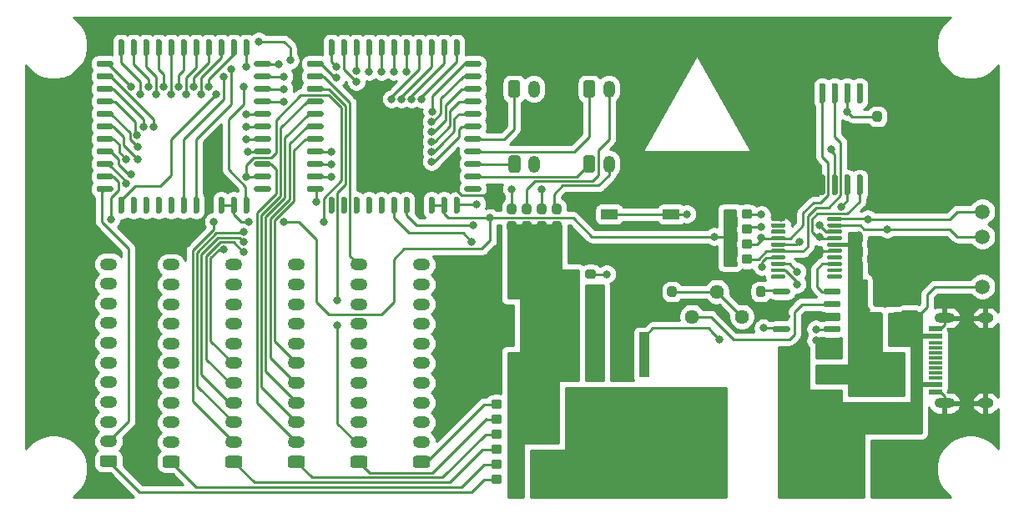
<source format=gbr>
%TF.GenerationSoftware,KiCad,Pcbnew,(5.1.6)-1*%
%TF.CreationDate,2021-01-29T14:11:21+08:00*%
%TF.ProjectId,STM32F0_Nixie_Clock,53544d33-3246-4305-9f4e-697869655f43,V3.0*%
%TF.SameCoordinates,Original*%
%TF.FileFunction,Copper,L1,Top*%
%TF.FilePolarity,Positive*%
%FSLAX46Y46*%
G04 Gerber Fmt 4.6, Leading zero omitted, Abs format (unit mm)*
G04 Created by KiCad (PCBNEW (5.1.6)-1) date 2021-01-29 14:11:21*
%MOMM*%
%LPD*%
G01*
G04 APERTURE LIST*
%TA.AperFunction,SMDPad,CuDef*%
%ADD10C,1.500000*%
%TD*%
%TA.AperFunction,SMDPad,CuDef*%
%ADD11R,1.100000X4.600000*%
%TD*%
%TA.AperFunction,SMDPad,CuDef*%
%ADD12R,10.800000X9.400000*%
%TD*%
%TA.AperFunction,SMDPad,CuDef*%
%ADD13R,2.900000X5.400000*%
%TD*%
%TA.AperFunction,ComponentPad*%
%ADD14O,1.750000X1.200000*%
%TD*%
%TA.AperFunction,SMDPad,CuDef*%
%ADD15R,1.000000X1.000000*%
%TD*%
%TA.AperFunction,ComponentPad*%
%ADD16C,1.440000*%
%TD*%
%TA.AperFunction,ComponentPad*%
%ADD17O,1.600000X1.000000*%
%TD*%
%TA.AperFunction,ComponentPad*%
%ADD18O,2.100000X1.000000*%
%TD*%
%TA.AperFunction,SMDPad,CuDef*%
%ADD19R,1.450000X0.300000*%
%TD*%
%TA.AperFunction,SMDPad,CuDef*%
%ADD20R,1.450000X0.600000*%
%TD*%
%TA.AperFunction,ComponentPad*%
%ADD21O,1.200000X1.750000*%
%TD*%
%TA.AperFunction,SMDPad,CuDef*%
%ADD22R,2.000000X3.800000*%
%TD*%
%TA.AperFunction,SMDPad,CuDef*%
%ADD23R,2.000000X1.500000*%
%TD*%
%TA.AperFunction,SMDPad,CuDef*%
%ADD24R,1.700000X1.000000*%
%TD*%
%TA.AperFunction,SMDPad,CuDef*%
%ADD25R,1.800000X3.500000*%
%TD*%
%TA.AperFunction,ViaPad*%
%ADD26C,0.800000*%
%TD*%
%TA.AperFunction,Conductor*%
%ADD27C,0.250000*%
%TD*%
%TA.AperFunction,Conductor*%
%ADD28C,0.381000*%
%TD*%
%TA.AperFunction,Conductor*%
%ADD29C,0.508000*%
%TD*%
%TA.AperFunction,Conductor*%
%ADD30C,0.254000*%
%TD*%
G04 APERTURE END LIST*
%TO.P,C108,2*%
%TO.N,+3V3*%
%TA.AperFunction,SMDPad,CuDef*%
G36*
G01*
X193785500Y-94759000D02*
X193310500Y-94759000D01*
G75*
G02*
X193073000Y-94521500I0J237500D01*
G01*
X193073000Y-93946500D01*
G75*
G02*
X193310500Y-93709000I237500J0D01*
G01*
X193785500Y-93709000D01*
G75*
G02*
X194023000Y-93946500I0J-237500D01*
G01*
X194023000Y-94521500D01*
G75*
G02*
X193785500Y-94759000I-237500J0D01*
G01*
G37*
%TD.AperFunction*%
%TO.P,C108,1*%
%TO.N,GNDA*%
%TA.AperFunction,SMDPad,CuDef*%
G36*
G01*
X193785500Y-96509000D02*
X193310500Y-96509000D01*
G75*
G02*
X193073000Y-96271500I0J237500D01*
G01*
X193073000Y-95696500D01*
G75*
G02*
X193310500Y-95459000I237500J0D01*
G01*
X193785500Y-95459000D01*
G75*
G02*
X194023000Y-95696500I0J-237500D01*
G01*
X194023000Y-96271500D01*
G75*
G02*
X193785500Y-96509000I-237500J0D01*
G01*
G37*
%TD.AperFunction*%
%TD*%
D10*
%TO.P,TP102,1*%
%TO.N,+5V*%
X204216000Y-111506000D03*
%TD*%
%TO.P,TP108,1*%
%TO.N,CLK*%
X204216000Y-103886000D03*
%TD*%
%TO.P,TP106,1*%
%TO.N,DATA*%
X204216000Y-106426000D03*
%TD*%
%TO.P,U101,20*%
%TO.N,CLK*%
%TA.AperFunction,SMDPad,CuDef*%
G36*
G01*
X188492500Y-104740000D02*
X188492500Y-104540000D01*
G75*
G02*
X188592500Y-104440000I100000J0D01*
G01*
X189867500Y-104440000D01*
G75*
G02*
X189967500Y-104540000I0J-100000D01*
G01*
X189967500Y-104740000D01*
G75*
G02*
X189867500Y-104840000I-100000J0D01*
G01*
X188592500Y-104840000D01*
G75*
G02*
X188492500Y-104740000I0J100000D01*
G01*
G37*
%TD.AperFunction*%
%TO.P,U101,19*%
%TO.N,DATA*%
%TA.AperFunction,SMDPad,CuDef*%
G36*
G01*
X188492500Y-105390000D02*
X188492500Y-105190000D01*
G75*
G02*
X188592500Y-105090000I100000J0D01*
G01*
X189867500Y-105090000D01*
G75*
G02*
X189967500Y-105190000I0J-100000D01*
G01*
X189967500Y-105390000D01*
G75*
G02*
X189867500Y-105490000I-100000J0D01*
G01*
X188592500Y-105490000D01*
G75*
G02*
X188492500Y-105390000I0J100000D01*
G01*
G37*
%TD.AperFunction*%
%TO.P,U101,18*%
%TO.N,SDA*%
%TA.AperFunction,SMDPad,CuDef*%
G36*
G01*
X188492500Y-106040000D02*
X188492500Y-105840000D01*
G75*
G02*
X188592500Y-105740000I100000J0D01*
G01*
X189867500Y-105740000D01*
G75*
G02*
X189967500Y-105840000I0J-100000D01*
G01*
X189967500Y-106040000D01*
G75*
G02*
X189867500Y-106140000I-100000J0D01*
G01*
X188592500Y-106140000D01*
G75*
G02*
X188492500Y-106040000I0J100000D01*
G01*
G37*
%TD.AperFunction*%
%TO.P,U101,17*%
%TO.N,SCL*%
%TA.AperFunction,SMDPad,CuDef*%
G36*
G01*
X188492500Y-106690000D02*
X188492500Y-106490000D01*
G75*
G02*
X188592500Y-106390000I100000J0D01*
G01*
X189867500Y-106390000D01*
G75*
G02*
X189967500Y-106490000I0J-100000D01*
G01*
X189967500Y-106690000D01*
G75*
G02*
X189867500Y-106790000I-100000J0D01*
G01*
X188592500Y-106790000D01*
G75*
G02*
X188492500Y-106690000I0J100000D01*
G01*
G37*
%TD.AperFunction*%
%TO.P,U101,16*%
%TO.N,+3V3*%
%TA.AperFunction,SMDPad,CuDef*%
G36*
G01*
X188492500Y-107340000D02*
X188492500Y-107140000D01*
G75*
G02*
X188592500Y-107040000I100000J0D01*
G01*
X189867500Y-107040000D01*
G75*
G02*
X189967500Y-107140000I0J-100000D01*
G01*
X189967500Y-107340000D01*
G75*
G02*
X189867500Y-107440000I-100000J0D01*
G01*
X188592500Y-107440000D01*
G75*
G02*
X188492500Y-107340000I0J100000D01*
G01*
G37*
%TD.AperFunction*%
%TO.P,U101,15*%
%TO.N,GNDA*%
%TA.AperFunction,SMDPad,CuDef*%
G36*
G01*
X188492500Y-107990000D02*
X188492500Y-107790000D01*
G75*
G02*
X188592500Y-107690000I100000J0D01*
G01*
X189867500Y-107690000D01*
G75*
G02*
X189967500Y-107790000I0J-100000D01*
G01*
X189967500Y-107990000D01*
G75*
G02*
X189867500Y-108090000I-100000J0D01*
G01*
X188592500Y-108090000D01*
G75*
G02*
X188492500Y-107990000I0J100000D01*
G01*
G37*
%TD.AperFunction*%
%TO.P,U101,14*%
%TO.N,Net-(U101-Pad14)*%
%TA.AperFunction,SMDPad,CuDef*%
G36*
G01*
X188492500Y-108640000D02*
X188492500Y-108440000D01*
G75*
G02*
X188592500Y-108340000I100000J0D01*
G01*
X189867500Y-108340000D01*
G75*
G02*
X189967500Y-108440000I0J-100000D01*
G01*
X189967500Y-108640000D01*
G75*
G02*
X189867500Y-108740000I-100000J0D01*
G01*
X188592500Y-108740000D01*
G75*
G02*
X188492500Y-108640000I0J100000D01*
G01*
G37*
%TD.AperFunction*%
%TO.P,U101,13*%
%TO.N,SHDN*%
%TA.AperFunction,SMDPad,CuDef*%
G36*
G01*
X188492500Y-109290000D02*
X188492500Y-109090000D01*
G75*
G02*
X188592500Y-108990000I100000J0D01*
G01*
X189867500Y-108990000D01*
G75*
G02*
X189967500Y-109090000I0J-100000D01*
G01*
X189967500Y-109290000D01*
G75*
G02*
X189867500Y-109390000I-100000J0D01*
G01*
X188592500Y-109390000D01*
G75*
G02*
X188492500Y-109290000I0J100000D01*
G01*
G37*
%TD.AperFunction*%
%TO.P,U101,12*%
%TO.N,Net-(U101-Pad12)*%
%TA.AperFunction,SMDPad,CuDef*%
G36*
G01*
X188492500Y-109940000D02*
X188492500Y-109740000D01*
G75*
G02*
X188592500Y-109640000I100000J0D01*
G01*
X189867500Y-109640000D01*
G75*
G02*
X189967500Y-109740000I0J-100000D01*
G01*
X189967500Y-109940000D01*
G75*
G02*
X189867500Y-110040000I-100000J0D01*
G01*
X188592500Y-110040000D01*
G75*
G02*
X188492500Y-109940000I0J100000D01*
G01*
G37*
%TD.AperFunction*%
%TO.P,U101,11*%
%TO.N,Net-(U101-Pad11)*%
%TA.AperFunction,SMDPad,CuDef*%
G36*
G01*
X188492500Y-110590000D02*
X188492500Y-110390000D01*
G75*
G02*
X188592500Y-110290000I100000J0D01*
G01*
X189867500Y-110290000D01*
G75*
G02*
X189967500Y-110390000I0J-100000D01*
G01*
X189967500Y-110590000D01*
G75*
G02*
X189867500Y-110690000I-100000J0D01*
G01*
X188592500Y-110690000D01*
G75*
G02*
X188492500Y-110590000I0J100000D01*
G01*
G37*
%TD.AperFunction*%
%TO.P,U101,10*%
%TO.N,Net-(U101-Pad10)*%
%TA.AperFunction,SMDPad,CuDef*%
G36*
G01*
X182767500Y-110590000D02*
X182767500Y-110390000D01*
G75*
G02*
X182867500Y-110290000I100000J0D01*
G01*
X184142500Y-110290000D01*
G75*
G02*
X184242500Y-110390000I0J-100000D01*
G01*
X184242500Y-110590000D01*
G75*
G02*
X184142500Y-110690000I-100000J0D01*
G01*
X182867500Y-110690000D01*
G75*
G02*
X182767500Y-110590000I0J100000D01*
G01*
G37*
%TD.AperFunction*%
%TO.P,U101,9*%
%TO.N,/RX*%
%TA.AperFunction,SMDPad,CuDef*%
G36*
G01*
X182767500Y-109940000D02*
X182767500Y-109740000D01*
G75*
G02*
X182867500Y-109640000I100000J0D01*
G01*
X184142500Y-109640000D01*
G75*
G02*
X184242500Y-109740000I0J-100000D01*
G01*
X184242500Y-109940000D01*
G75*
G02*
X184142500Y-110040000I-100000J0D01*
G01*
X182867500Y-110040000D01*
G75*
G02*
X182767500Y-109940000I0J100000D01*
G01*
G37*
%TD.AperFunction*%
%TO.P,U101,8*%
%TO.N,/TX*%
%TA.AperFunction,SMDPad,CuDef*%
G36*
G01*
X182767500Y-109290000D02*
X182767500Y-109090000D01*
G75*
G02*
X182867500Y-108990000I100000J0D01*
G01*
X184142500Y-108990000D01*
G75*
G02*
X184242500Y-109090000I0J-100000D01*
G01*
X184242500Y-109290000D01*
G75*
G02*
X184142500Y-109390000I-100000J0D01*
G01*
X182867500Y-109390000D01*
G75*
G02*
X182767500Y-109290000I0J100000D01*
G01*
G37*
%TD.AperFunction*%
%TO.P,U101,7*%
%TO.N,OE*%
%TA.AperFunction,SMDPad,CuDef*%
G36*
G01*
X182767500Y-108640000D02*
X182767500Y-108440000D01*
G75*
G02*
X182867500Y-108340000I100000J0D01*
G01*
X184142500Y-108340000D01*
G75*
G02*
X184242500Y-108440000I0J-100000D01*
G01*
X184242500Y-108640000D01*
G75*
G02*
X184142500Y-108740000I-100000J0D01*
G01*
X182867500Y-108740000D01*
G75*
G02*
X182767500Y-108640000I0J100000D01*
G01*
G37*
%TD.AperFunction*%
%TO.P,U101,6*%
%TO.N,~INT*%
%TA.AperFunction,SMDPad,CuDef*%
G36*
G01*
X182767500Y-107990000D02*
X182767500Y-107790000D01*
G75*
G02*
X182867500Y-107690000I100000J0D01*
G01*
X184142500Y-107690000D01*
G75*
G02*
X184242500Y-107790000I0J-100000D01*
G01*
X184242500Y-107990000D01*
G75*
G02*
X184142500Y-108090000I-100000J0D01*
G01*
X182867500Y-108090000D01*
G75*
G02*
X182767500Y-107990000I0J100000D01*
G01*
G37*
%TD.AperFunction*%
%TO.P,U101,5*%
%TO.N,+3V3*%
%TA.AperFunction,SMDPad,CuDef*%
G36*
G01*
X182767500Y-107340000D02*
X182767500Y-107140000D01*
G75*
G02*
X182867500Y-107040000I100000J0D01*
G01*
X184142500Y-107040000D01*
G75*
G02*
X184242500Y-107140000I0J-100000D01*
G01*
X184242500Y-107340000D01*
G75*
G02*
X184142500Y-107440000I-100000J0D01*
G01*
X182867500Y-107440000D01*
G75*
G02*
X182767500Y-107340000I0J100000D01*
G01*
G37*
%TD.AperFunction*%
%TO.P,U101,4*%
%TO.N,NRST*%
%TA.AperFunction,SMDPad,CuDef*%
G36*
G01*
X182767500Y-106690000D02*
X182767500Y-106490000D01*
G75*
G02*
X182867500Y-106390000I100000J0D01*
G01*
X184142500Y-106390000D01*
G75*
G02*
X184242500Y-106490000I0J-100000D01*
G01*
X184242500Y-106690000D01*
G75*
G02*
X184142500Y-106790000I-100000J0D01*
G01*
X182867500Y-106790000D01*
G75*
G02*
X182767500Y-106690000I0J100000D01*
G01*
G37*
%TD.AperFunction*%
%TO.P,U101,3*%
%TO.N,Net-(U101-Pad3)*%
%TA.AperFunction,SMDPad,CuDef*%
G36*
G01*
X182767500Y-106040000D02*
X182767500Y-105840000D01*
G75*
G02*
X182867500Y-105740000I100000J0D01*
G01*
X184142500Y-105740000D01*
G75*
G02*
X184242500Y-105840000I0J-100000D01*
G01*
X184242500Y-106040000D01*
G75*
G02*
X184142500Y-106140000I-100000J0D01*
G01*
X182867500Y-106140000D01*
G75*
G02*
X182767500Y-106040000I0J100000D01*
G01*
G37*
%TD.AperFunction*%
%TO.P,U101,2*%
%TO.N,Net-(U101-Pad2)*%
%TA.AperFunction,SMDPad,CuDef*%
G36*
G01*
X182767500Y-105390000D02*
X182767500Y-105190000D01*
G75*
G02*
X182867500Y-105090000I100000J0D01*
G01*
X184142500Y-105090000D01*
G75*
G02*
X184242500Y-105190000I0J-100000D01*
G01*
X184242500Y-105390000D01*
G75*
G02*
X184142500Y-105490000I-100000J0D01*
G01*
X182867500Y-105490000D01*
G75*
G02*
X182767500Y-105390000I0J100000D01*
G01*
G37*
%TD.AperFunction*%
%TO.P,U101,1*%
%TO.N,GNDA*%
%TA.AperFunction,SMDPad,CuDef*%
G36*
G01*
X182767500Y-104740000D02*
X182767500Y-104540000D01*
G75*
G02*
X182867500Y-104440000I100000J0D01*
G01*
X184142500Y-104440000D01*
G75*
G02*
X184242500Y-104540000I0J-100000D01*
G01*
X184242500Y-104740000D01*
G75*
G02*
X184142500Y-104840000I-100000J0D01*
G01*
X182867500Y-104840000D01*
G75*
G02*
X182767500Y-104740000I0J100000D01*
G01*
G37*
%TD.AperFunction*%
%TD*%
%TO.P,U103,1*%
%TO.N,Net-(U103-Pad1)*%
%TA.AperFunction,SMDPad,CuDef*%
G36*
G01*
X191620000Y-90845000D02*
X191920000Y-90845000D01*
G75*
G02*
X192070000Y-90995000I0J-150000D01*
G01*
X192070000Y-92745000D01*
G75*
G02*
X191920000Y-92895000I-150000J0D01*
G01*
X191620000Y-92895000D01*
G75*
G02*
X191470000Y-92745000I0J150000D01*
G01*
X191470000Y-90995000D01*
G75*
G02*
X191620000Y-90845000I150000J0D01*
G01*
G37*
%TD.AperFunction*%
%TO.P,U103,2*%
%TO.N,+3V3*%
%TA.AperFunction,SMDPad,CuDef*%
G36*
G01*
X190350000Y-90845000D02*
X190650000Y-90845000D01*
G75*
G02*
X190800000Y-90995000I0J-150000D01*
G01*
X190800000Y-92745000D01*
G75*
G02*
X190650000Y-92895000I-150000J0D01*
G01*
X190350000Y-92895000D01*
G75*
G02*
X190200000Y-92745000I0J150000D01*
G01*
X190200000Y-90995000D01*
G75*
G02*
X190350000Y-90845000I150000J0D01*
G01*
G37*
%TD.AperFunction*%
%TO.P,U103,3*%
%TO.N,~INT*%
%TA.AperFunction,SMDPad,CuDef*%
G36*
G01*
X189080000Y-90845000D02*
X189380000Y-90845000D01*
G75*
G02*
X189530000Y-90995000I0J-150000D01*
G01*
X189530000Y-92745000D01*
G75*
G02*
X189380000Y-92895000I-150000J0D01*
G01*
X189080000Y-92895000D01*
G75*
G02*
X188930000Y-92745000I0J150000D01*
G01*
X188930000Y-90995000D01*
G75*
G02*
X189080000Y-90845000I150000J0D01*
G01*
G37*
%TD.AperFunction*%
%TO.P,U103,4*%
%TO.N,NRST*%
%TA.AperFunction,SMDPad,CuDef*%
G36*
G01*
X187810000Y-90845000D02*
X188110000Y-90845000D01*
G75*
G02*
X188260000Y-90995000I0J-150000D01*
G01*
X188260000Y-92745000D01*
G75*
G02*
X188110000Y-92895000I-150000J0D01*
G01*
X187810000Y-92895000D01*
G75*
G02*
X187660000Y-92745000I0J150000D01*
G01*
X187660000Y-90995000D01*
G75*
G02*
X187810000Y-90845000I150000J0D01*
G01*
G37*
%TD.AperFunction*%
%TO.P,U103,5*%
%TO.N,GNDA*%
%TA.AperFunction,SMDPad,CuDef*%
G36*
G01*
X186540000Y-90845000D02*
X186840000Y-90845000D01*
G75*
G02*
X186990000Y-90995000I0J-150000D01*
G01*
X186990000Y-92745000D01*
G75*
G02*
X186840000Y-92895000I-150000J0D01*
G01*
X186540000Y-92895000D01*
G75*
G02*
X186390000Y-92745000I0J150000D01*
G01*
X186390000Y-90995000D01*
G75*
G02*
X186540000Y-90845000I150000J0D01*
G01*
G37*
%TD.AperFunction*%
%TO.P,U103,6*%
%TA.AperFunction,SMDPad,CuDef*%
G36*
G01*
X185270000Y-90845000D02*
X185570000Y-90845000D01*
G75*
G02*
X185720000Y-90995000I0J-150000D01*
G01*
X185720000Y-92745000D01*
G75*
G02*
X185570000Y-92895000I-150000J0D01*
G01*
X185270000Y-92895000D01*
G75*
G02*
X185120000Y-92745000I0J150000D01*
G01*
X185120000Y-90995000D01*
G75*
G02*
X185270000Y-90845000I150000J0D01*
G01*
G37*
%TD.AperFunction*%
%TO.P,U103,7*%
%TA.AperFunction,SMDPad,CuDef*%
G36*
G01*
X184000000Y-90845000D02*
X184300000Y-90845000D01*
G75*
G02*
X184450000Y-90995000I0J-150000D01*
G01*
X184450000Y-92745000D01*
G75*
G02*
X184300000Y-92895000I-150000J0D01*
G01*
X184000000Y-92895000D01*
G75*
G02*
X183850000Y-92745000I0J150000D01*
G01*
X183850000Y-90995000D01*
G75*
G02*
X184000000Y-90845000I150000J0D01*
G01*
G37*
%TD.AperFunction*%
%TO.P,U103,8*%
%TA.AperFunction,SMDPad,CuDef*%
G36*
G01*
X182730000Y-90845000D02*
X183030000Y-90845000D01*
G75*
G02*
X183180000Y-90995000I0J-150000D01*
G01*
X183180000Y-92745000D01*
G75*
G02*
X183030000Y-92895000I-150000J0D01*
G01*
X182730000Y-92895000D01*
G75*
G02*
X182580000Y-92745000I0J150000D01*
G01*
X182580000Y-90995000D01*
G75*
G02*
X182730000Y-90845000I150000J0D01*
G01*
G37*
%TD.AperFunction*%
%TO.P,U103,9*%
%TA.AperFunction,SMDPad,CuDef*%
G36*
G01*
X182730000Y-100145000D02*
X183030000Y-100145000D01*
G75*
G02*
X183180000Y-100295000I0J-150000D01*
G01*
X183180000Y-102045000D01*
G75*
G02*
X183030000Y-102195000I-150000J0D01*
G01*
X182730000Y-102195000D01*
G75*
G02*
X182580000Y-102045000I0J150000D01*
G01*
X182580000Y-100295000D01*
G75*
G02*
X182730000Y-100145000I150000J0D01*
G01*
G37*
%TD.AperFunction*%
%TO.P,U103,10*%
%TA.AperFunction,SMDPad,CuDef*%
G36*
G01*
X184000000Y-100145000D02*
X184300000Y-100145000D01*
G75*
G02*
X184450000Y-100295000I0J-150000D01*
G01*
X184450000Y-102045000D01*
G75*
G02*
X184300000Y-102195000I-150000J0D01*
G01*
X184000000Y-102195000D01*
G75*
G02*
X183850000Y-102045000I0J150000D01*
G01*
X183850000Y-100295000D01*
G75*
G02*
X184000000Y-100145000I150000J0D01*
G01*
G37*
%TD.AperFunction*%
%TO.P,U103,11*%
%TA.AperFunction,SMDPad,CuDef*%
G36*
G01*
X185270000Y-100145000D02*
X185570000Y-100145000D01*
G75*
G02*
X185720000Y-100295000I0J-150000D01*
G01*
X185720000Y-102045000D01*
G75*
G02*
X185570000Y-102195000I-150000J0D01*
G01*
X185270000Y-102195000D01*
G75*
G02*
X185120000Y-102045000I0J150000D01*
G01*
X185120000Y-100295000D01*
G75*
G02*
X185270000Y-100145000I150000J0D01*
G01*
G37*
%TD.AperFunction*%
%TO.P,U103,12*%
%TA.AperFunction,SMDPad,CuDef*%
G36*
G01*
X186540000Y-100145000D02*
X186840000Y-100145000D01*
G75*
G02*
X186990000Y-100295000I0J-150000D01*
G01*
X186990000Y-102045000D01*
G75*
G02*
X186840000Y-102195000I-150000J0D01*
G01*
X186540000Y-102195000D01*
G75*
G02*
X186390000Y-102045000I0J150000D01*
G01*
X186390000Y-100295000D01*
G75*
G02*
X186540000Y-100145000I150000J0D01*
G01*
G37*
%TD.AperFunction*%
%TO.P,U103,13*%
%TA.AperFunction,SMDPad,CuDef*%
G36*
G01*
X187810000Y-100145000D02*
X188110000Y-100145000D01*
G75*
G02*
X188260000Y-100295000I0J-150000D01*
G01*
X188260000Y-102045000D01*
G75*
G02*
X188110000Y-102195000I-150000J0D01*
G01*
X187810000Y-102195000D01*
G75*
G02*
X187660000Y-102045000I0J150000D01*
G01*
X187660000Y-100295000D01*
G75*
G02*
X187810000Y-100145000I150000J0D01*
G01*
G37*
%TD.AperFunction*%
%TO.P,U103,14*%
%TO.N,+BATT*%
%TA.AperFunction,SMDPad,CuDef*%
G36*
G01*
X189080000Y-100145000D02*
X189380000Y-100145000D01*
G75*
G02*
X189530000Y-100295000I0J-150000D01*
G01*
X189530000Y-102045000D01*
G75*
G02*
X189380000Y-102195000I-150000J0D01*
G01*
X189080000Y-102195000D01*
G75*
G02*
X188930000Y-102045000I0J150000D01*
G01*
X188930000Y-100295000D01*
G75*
G02*
X189080000Y-100145000I150000J0D01*
G01*
G37*
%TD.AperFunction*%
%TO.P,U103,15*%
%TO.N,SDA*%
%TA.AperFunction,SMDPad,CuDef*%
G36*
G01*
X190350000Y-100145000D02*
X190650000Y-100145000D01*
G75*
G02*
X190800000Y-100295000I0J-150000D01*
G01*
X190800000Y-102045000D01*
G75*
G02*
X190650000Y-102195000I-150000J0D01*
G01*
X190350000Y-102195000D01*
G75*
G02*
X190200000Y-102045000I0J150000D01*
G01*
X190200000Y-100295000D01*
G75*
G02*
X190350000Y-100145000I150000J0D01*
G01*
G37*
%TD.AperFunction*%
%TO.P,U103,16*%
%TO.N,SCL*%
%TA.AperFunction,SMDPad,CuDef*%
G36*
G01*
X191620000Y-100145000D02*
X191920000Y-100145000D01*
G75*
G02*
X192070000Y-100295000I0J-150000D01*
G01*
X192070000Y-102045000D01*
G75*
G02*
X191920000Y-102195000I-150000J0D01*
G01*
X191620000Y-102195000D01*
G75*
G02*
X191470000Y-102045000I0J150000D01*
G01*
X191470000Y-100295000D01*
G75*
G02*
X191620000Y-100145000I150000J0D01*
G01*
G37*
%TD.AperFunction*%
%TD*%
%TO.P,U106,44*%
%TO.N,D5_9*%
%TA.AperFunction,SMDPad,CuDef*%
G36*
G01*
X145496000Y-87950000D02*
X145496000Y-86550000D01*
G75*
G02*
X145646000Y-86400000I150000J0D01*
G01*
X145946000Y-86400000D01*
G75*
G02*
X146096000Y-86550000I0J-150000D01*
G01*
X146096000Y-87950000D01*
G75*
G02*
X145946000Y-88100000I-150000J0D01*
G01*
X145646000Y-88100000D01*
G75*
G02*
X145496000Y-87950000I0J150000D01*
G01*
G37*
%TD.AperFunction*%
%TO.P,U106,43*%
%TO.N,D6_0*%
%TA.AperFunction,SMDPad,CuDef*%
G36*
G01*
X146766000Y-87950000D02*
X146766000Y-86550000D01*
G75*
G02*
X146916000Y-86400000I150000J0D01*
G01*
X147216000Y-86400000D01*
G75*
G02*
X147366000Y-86550000I0J-150000D01*
G01*
X147366000Y-87950000D01*
G75*
G02*
X147216000Y-88100000I-150000J0D01*
G01*
X146916000Y-88100000D01*
G75*
G02*
X146766000Y-87950000I0J150000D01*
G01*
G37*
%TD.AperFunction*%
%TO.P,U106,42*%
%TO.N,D6_1*%
%TA.AperFunction,SMDPad,CuDef*%
G36*
G01*
X148036000Y-87950000D02*
X148036000Y-86550000D01*
G75*
G02*
X148186000Y-86400000I150000J0D01*
G01*
X148486000Y-86400000D01*
G75*
G02*
X148636000Y-86550000I0J-150000D01*
G01*
X148636000Y-87950000D01*
G75*
G02*
X148486000Y-88100000I-150000J0D01*
G01*
X148186000Y-88100000D01*
G75*
G02*
X148036000Y-87950000I0J150000D01*
G01*
G37*
%TD.AperFunction*%
%TO.P,U106,41*%
%TO.N,D6_2*%
%TA.AperFunction,SMDPad,CuDef*%
G36*
G01*
X149306000Y-87950000D02*
X149306000Y-86550000D01*
G75*
G02*
X149456000Y-86400000I150000J0D01*
G01*
X149756000Y-86400000D01*
G75*
G02*
X149906000Y-86550000I0J-150000D01*
G01*
X149906000Y-87950000D01*
G75*
G02*
X149756000Y-88100000I-150000J0D01*
G01*
X149456000Y-88100000D01*
G75*
G02*
X149306000Y-87950000I0J150000D01*
G01*
G37*
%TD.AperFunction*%
%TO.P,U106,40*%
%TO.N,D6_3*%
%TA.AperFunction,SMDPad,CuDef*%
G36*
G01*
X150576000Y-87950000D02*
X150576000Y-86550000D01*
G75*
G02*
X150726000Y-86400000I150000J0D01*
G01*
X151026000Y-86400000D01*
G75*
G02*
X151176000Y-86550000I0J-150000D01*
G01*
X151176000Y-87950000D01*
G75*
G02*
X151026000Y-88100000I-150000J0D01*
G01*
X150726000Y-88100000D01*
G75*
G02*
X150576000Y-87950000I0J150000D01*
G01*
G37*
%TD.AperFunction*%
%TO.P,U106,39*%
%TO.N,D6_4*%
%TA.AperFunction,SMDPad,CuDef*%
G36*
G01*
X151676000Y-89050000D02*
X151676000Y-88750000D01*
G75*
G02*
X151826000Y-88600000I150000J0D01*
G01*
X153226000Y-88600000D01*
G75*
G02*
X153376000Y-88750000I0J-150000D01*
G01*
X153376000Y-89050000D01*
G75*
G02*
X153226000Y-89200000I-150000J0D01*
G01*
X151826000Y-89200000D01*
G75*
G02*
X151676000Y-89050000I0J150000D01*
G01*
G37*
%TD.AperFunction*%
%TO.P,U106,38*%
%TO.N,D6_5*%
%TA.AperFunction,SMDPad,CuDef*%
G36*
G01*
X151676000Y-90320000D02*
X151676000Y-90020000D01*
G75*
G02*
X151826000Y-89870000I150000J0D01*
G01*
X153226000Y-89870000D01*
G75*
G02*
X153376000Y-90020000I0J-150000D01*
G01*
X153376000Y-90320000D01*
G75*
G02*
X153226000Y-90470000I-150000J0D01*
G01*
X151826000Y-90470000D01*
G75*
G02*
X151676000Y-90320000I0J150000D01*
G01*
G37*
%TD.AperFunction*%
%TO.P,U106,37*%
%TO.N,D6_6*%
%TA.AperFunction,SMDPad,CuDef*%
G36*
G01*
X151676000Y-91590000D02*
X151676000Y-91290000D01*
G75*
G02*
X151826000Y-91140000I150000J0D01*
G01*
X153226000Y-91140000D01*
G75*
G02*
X153376000Y-91290000I0J-150000D01*
G01*
X153376000Y-91590000D01*
G75*
G02*
X153226000Y-91740000I-150000J0D01*
G01*
X151826000Y-91740000D01*
G75*
G02*
X151676000Y-91590000I0J150000D01*
G01*
G37*
%TD.AperFunction*%
%TO.P,U106,36*%
%TO.N,D6_7*%
%TA.AperFunction,SMDPad,CuDef*%
G36*
G01*
X151676000Y-92860000D02*
X151676000Y-92560000D01*
G75*
G02*
X151826000Y-92410000I150000J0D01*
G01*
X153226000Y-92410000D01*
G75*
G02*
X153376000Y-92560000I0J-150000D01*
G01*
X153376000Y-92860000D01*
G75*
G02*
X153226000Y-93010000I-150000J0D01*
G01*
X151826000Y-93010000D01*
G75*
G02*
X151676000Y-92860000I0J150000D01*
G01*
G37*
%TD.AperFunction*%
%TO.P,U106,35*%
%TO.N,D6_8*%
%TA.AperFunction,SMDPad,CuDef*%
G36*
G01*
X151676000Y-94130000D02*
X151676000Y-93830000D01*
G75*
G02*
X151826000Y-93680000I150000J0D01*
G01*
X153226000Y-93680000D01*
G75*
G02*
X153376000Y-93830000I0J-150000D01*
G01*
X153376000Y-94130000D01*
G75*
G02*
X153226000Y-94280000I-150000J0D01*
G01*
X151826000Y-94280000D01*
G75*
G02*
X151676000Y-94130000I0J150000D01*
G01*
G37*
%TD.AperFunction*%
%TO.P,U106,34*%
%TO.N,D6_9*%
%TA.AperFunction,SMDPad,CuDef*%
G36*
G01*
X151676000Y-95400000D02*
X151676000Y-95100000D01*
G75*
G02*
X151826000Y-94950000I150000J0D01*
G01*
X153226000Y-94950000D01*
G75*
G02*
X153376000Y-95100000I0J-150000D01*
G01*
X153376000Y-95400000D01*
G75*
G02*
X153226000Y-95550000I-150000J0D01*
G01*
X151826000Y-95550000D01*
G75*
G02*
X151676000Y-95400000I0J150000D01*
G01*
G37*
%TD.AperFunction*%
%TO.P,U106,33*%
%TO.N,C_1*%
%TA.AperFunction,SMDPad,CuDef*%
G36*
G01*
X151676000Y-96670000D02*
X151676000Y-96370000D01*
G75*
G02*
X151826000Y-96220000I150000J0D01*
G01*
X153226000Y-96220000D01*
G75*
G02*
X153376000Y-96370000I0J-150000D01*
G01*
X153376000Y-96670000D01*
G75*
G02*
X153226000Y-96820000I-150000J0D01*
G01*
X151826000Y-96820000D01*
G75*
G02*
X151676000Y-96670000I0J150000D01*
G01*
G37*
%TD.AperFunction*%
%TO.P,U106,32*%
%TO.N,C_2*%
%TA.AperFunction,SMDPad,CuDef*%
G36*
G01*
X151676000Y-97940000D02*
X151676000Y-97640000D01*
G75*
G02*
X151826000Y-97490000I150000J0D01*
G01*
X153226000Y-97490000D01*
G75*
G02*
X153376000Y-97640000I0J-150000D01*
G01*
X153376000Y-97940000D01*
G75*
G02*
X153226000Y-98090000I-150000J0D01*
G01*
X151826000Y-98090000D01*
G75*
G02*
X151676000Y-97940000I0J150000D01*
G01*
G37*
%TD.AperFunction*%
%TO.P,U106,31*%
%TO.N,C_3*%
%TA.AperFunction,SMDPad,CuDef*%
G36*
G01*
X151676000Y-99210000D02*
X151676000Y-98910000D01*
G75*
G02*
X151826000Y-98760000I150000J0D01*
G01*
X153226000Y-98760000D01*
G75*
G02*
X153376000Y-98910000I0J-150000D01*
G01*
X153376000Y-99210000D01*
G75*
G02*
X153226000Y-99360000I-150000J0D01*
G01*
X151826000Y-99360000D01*
G75*
G02*
X151676000Y-99210000I0J150000D01*
G01*
G37*
%TD.AperFunction*%
%TO.P,U106,30*%
%TO.N,C_4*%
%TA.AperFunction,SMDPad,CuDef*%
G36*
G01*
X151676000Y-100480000D02*
X151676000Y-100180000D01*
G75*
G02*
X151826000Y-100030000I150000J0D01*
G01*
X153226000Y-100030000D01*
G75*
G02*
X153376000Y-100180000I0J-150000D01*
G01*
X153376000Y-100480000D01*
G75*
G02*
X153226000Y-100630000I-150000J0D01*
G01*
X151826000Y-100630000D01*
G75*
G02*
X151676000Y-100480000I0J150000D01*
G01*
G37*
%TD.AperFunction*%
%TO.P,U106,29*%
%TO.N,Net-(U106-Pad29)*%
%TA.AperFunction,SMDPad,CuDef*%
G36*
G01*
X151676000Y-101750000D02*
X151676000Y-101450000D01*
G75*
G02*
X151826000Y-101300000I150000J0D01*
G01*
X153226000Y-101300000D01*
G75*
G02*
X153376000Y-101450000I0J-150000D01*
G01*
X153376000Y-101750000D01*
G75*
G02*
X153226000Y-101900000I-150000J0D01*
G01*
X151826000Y-101900000D01*
G75*
G02*
X151676000Y-101750000I0J150000D01*
G01*
G37*
%TD.AperFunction*%
%TO.P,U106,28*%
%TO.N,DATA_OUT*%
%TA.AperFunction,SMDPad,CuDef*%
G36*
G01*
X150576000Y-103950000D02*
X150576000Y-102550000D01*
G75*
G02*
X150726000Y-102400000I150000J0D01*
G01*
X151026000Y-102400000D01*
G75*
G02*
X151176000Y-102550000I0J-150000D01*
G01*
X151176000Y-103950000D01*
G75*
G02*
X151026000Y-104100000I-150000J0D01*
G01*
X150726000Y-104100000D01*
G75*
G02*
X150576000Y-103950000I0J150000D01*
G01*
G37*
%TD.AperFunction*%
%TO.P,U106,27*%
%TO.N,+3V3*%
%TA.AperFunction,SMDPad,CuDef*%
G36*
G01*
X149306000Y-103950000D02*
X149306000Y-102550000D01*
G75*
G02*
X149456000Y-102400000I150000J0D01*
G01*
X149756000Y-102400000D01*
G75*
G02*
X149906000Y-102550000I0J-150000D01*
G01*
X149906000Y-103950000D01*
G75*
G02*
X149756000Y-104100000I-150000J0D01*
G01*
X149456000Y-104100000D01*
G75*
G02*
X149306000Y-103950000I0J150000D01*
G01*
G37*
%TD.AperFunction*%
%TO.P,U106,26*%
%TA.AperFunction,SMDPad,CuDef*%
G36*
G01*
X148036000Y-103950000D02*
X148036000Y-102550000D01*
G75*
G02*
X148186000Y-102400000I150000J0D01*
G01*
X148486000Y-102400000D01*
G75*
G02*
X148636000Y-102550000I0J-150000D01*
G01*
X148636000Y-103950000D01*
G75*
G02*
X148486000Y-104100000I-150000J0D01*
G01*
X148186000Y-104100000D01*
G75*
G02*
X148036000Y-103950000I0J150000D01*
G01*
G37*
%TD.AperFunction*%
%TO.P,U106,25*%
%TO.N,GNDA*%
%TA.AperFunction,SMDPad,CuDef*%
G36*
G01*
X146766000Y-103950000D02*
X146766000Y-102550000D01*
G75*
G02*
X146916000Y-102400000I150000J0D01*
G01*
X147216000Y-102400000D01*
G75*
G02*
X147366000Y-102550000I0J-150000D01*
G01*
X147366000Y-103950000D01*
G75*
G02*
X147216000Y-104100000I-150000J0D01*
G01*
X146916000Y-104100000D01*
G75*
G02*
X146766000Y-103950000I0J150000D01*
G01*
G37*
%TD.AperFunction*%
%TO.P,U106,24*%
%TO.N,CLK*%
%TA.AperFunction,SMDPad,CuDef*%
G36*
G01*
X145496000Y-103950000D02*
X145496000Y-102550000D01*
G75*
G02*
X145646000Y-102400000I150000J0D01*
G01*
X145946000Y-102400000D01*
G75*
G02*
X146096000Y-102550000I0J-150000D01*
G01*
X146096000Y-103950000D01*
G75*
G02*
X145946000Y-104100000I-150000J0D01*
G01*
X145646000Y-104100000D01*
G75*
G02*
X145496000Y-103950000I0J150000D01*
G01*
G37*
%TD.AperFunction*%
%TO.P,U106,23*%
%TO.N,OE*%
%TA.AperFunction,SMDPad,CuDef*%
G36*
G01*
X144226000Y-103950000D02*
X144226000Y-102550000D01*
G75*
G02*
X144376000Y-102400000I150000J0D01*
G01*
X144676000Y-102400000D01*
G75*
G02*
X144826000Y-102550000I0J-150000D01*
G01*
X144826000Y-103950000D01*
G75*
G02*
X144676000Y-104100000I-150000J0D01*
G01*
X144376000Y-104100000D01*
G75*
G02*
X144226000Y-103950000I0J150000D01*
G01*
G37*
%TD.AperFunction*%
%TO.P,U106,22*%
%TO.N,Net-(U106-Pad22)*%
%TA.AperFunction,SMDPad,CuDef*%
G36*
G01*
X142956000Y-103950000D02*
X142956000Y-102550000D01*
G75*
G02*
X143106000Y-102400000I150000J0D01*
G01*
X143406000Y-102400000D01*
G75*
G02*
X143556000Y-102550000I0J-150000D01*
G01*
X143556000Y-103950000D01*
G75*
G02*
X143406000Y-104100000I-150000J0D01*
G01*
X143106000Y-104100000D01*
G75*
G02*
X142956000Y-103950000I0J150000D01*
G01*
G37*
%TD.AperFunction*%
%TO.P,U106,21*%
%TO.N,Net-(U106-Pad21)*%
%TA.AperFunction,SMDPad,CuDef*%
G36*
G01*
X141686000Y-103950000D02*
X141686000Y-102550000D01*
G75*
G02*
X141836000Y-102400000I150000J0D01*
G01*
X142136000Y-102400000D01*
G75*
G02*
X142286000Y-102550000I0J-150000D01*
G01*
X142286000Y-103950000D01*
G75*
G02*
X142136000Y-104100000I-150000J0D01*
G01*
X141836000Y-104100000D01*
G75*
G02*
X141686000Y-103950000I0J150000D01*
G01*
G37*
%TD.AperFunction*%
%TO.P,U106,20*%
%TO.N,Net-(U106-Pad20)*%
%TA.AperFunction,SMDPad,CuDef*%
G36*
G01*
X140416000Y-103950000D02*
X140416000Y-102550000D01*
G75*
G02*
X140566000Y-102400000I150000J0D01*
G01*
X140866000Y-102400000D01*
G75*
G02*
X141016000Y-102550000I0J-150000D01*
G01*
X141016000Y-103950000D01*
G75*
G02*
X140866000Y-104100000I-150000J0D01*
G01*
X140566000Y-104100000D01*
G75*
G02*
X140416000Y-103950000I0J150000D01*
G01*
G37*
%TD.AperFunction*%
%TO.P,U106,19*%
%TO.N,Net-(U106-Pad19)*%
%TA.AperFunction,SMDPad,CuDef*%
G36*
G01*
X139146000Y-103950000D02*
X139146000Y-102550000D01*
G75*
G02*
X139296000Y-102400000I150000J0D01*
G01*
X139596000Y-102400000D01*
G75*
G02*
X139746000Y-102550000I0J-150000D01*
G01*
X139746000Y-103950000D01*
G75*
G02*
X139596000Y-104100000I-150000J0D01*
G01*
X139296000Y-104100000D01*
G75*
G02*
X139146000Y-103950000I0J150000D01*
G01*
G37*
%TD.AperFunction*%
%TO.P,U106,18*%
%TO.N,Net-(U106-Pad18)*%
%TA.AperFunction,SMDPad,CuDef*%
G36*
G01*
X137876000Y-103950000D02*
X137876000Y-102550000D01*
G75*
G02*
X138026000Y-102400000I150000J0D01*
G01*
X138326000Y-102400000D01*
G75*
G02*
X138476000Y-102550000I0J-150000D01*
G01*
X138476000Y-103950000D01*
G75*
G02*
X138326000Y-104100000I-150000J0D01*
G01*
X138026000Y-104100000D01*
G75*
G02*
X137876000Y-103950000I0J150000D01*
G01*
G37*
%TD.AperFunction*%
%TO.P,U106,17*%
%TO.N,D4_2*%
%TA.AperFunction,SMDPad,CuDef*%
G36*
G01*
X135676000Y-101750000D02*
X135676000Y-101450000D01*
G75*
G02*
X135826000Y-101300000I150000J0D01*
G01*
X137226000Y-101300000D01*
G75*
G02*
X137376000Y-101450000I0J-150000D01*
G01*
X137376000Y-101750000D01*
G75*
G02*
X137226000Y-101900000I-150000J0D01*
G01*
X135826000Y-101900000D01*
G75*
G02*
X135676000Y-101750000I0J150000D01*
G01*
G37*
%TD.AperFunction*%
%TO.P,U106,16*%
%TO.N,D4_3*%
%TA.AperFunction,SMDPad,CuDef*%
G36*
G01*
X135676000Y-100480000D02*
X135676000Y-100180000D01*
G75*
G02*
X135826000Y-100030000I150000J0D01*
G01*
X137226000Y-100030000D01*
G75*
G02*
X137376000Y-100180000I0J-150000D01*
G01*
X137376000Y-100480000D01*
G75*
G02*
X137226000Y-100630000I-150000J0D01*
G01*
X135826000Y-100630000D01*
G75*
G02*
X135676000Y-100480000I0J150000D01*
G01*
G37*
%TD.AperFunction*%
%TO.P,U106,15*%
%TO.N,D4_4*%
%TA.AperFunction,SMDPad,CuDef*%
G36*
G01*
X135676000Y-99210000D02*
X135676000Y-98910000D01*
G75*
G02*
X135826000Y-98760000I150000J0D01*
G01*
X137226000Y-98760000D01*
G75*
G02*
X137376000Y-98910000I0J-150000D01*
G01*
X137376000Y-99210000D01*
G75*
G02*
X137226000Y-99360000I-150000J0D01*
G01*
X135826000Y-99360000D01*
G75*
G02*
X135676000Y-99210000I0J150000D01*
G01*
G37*
%TD.AperFunction*%
%TO.P,U106,14*%
%TO.N,D4_5*%
%TA.AperFunction,SMDPad,CuDef*%
G36*
G01*
X135676000Y-97940000D02*
X135676000Y-97640000D01*
G75*
G02*
X135826000Y-97490000I150000J0D01*
G01*
X137226000Y-97490000D01*
G75*
G02*
X137376000Y-97640000I0J-150000D01*
G01*
X137376000Y-97940000D01*
G75*
G02*
X137226000Y-98090000I-150000J0D01*
G01*
X135826000Y-98090000D01*
G75*
G02*
X135676000Y-97940000I0J150000D01*
G01*
G37*
%TD.AperFunction*%
%TO.P,U106,13*%
%TO.N,D4_6*%
%TA.AperFunction,SMDPad,CuDef*%
G36*
G01*
X135676000Y-96670000D02*
X135676000Y-96370000D01*
G75*
G02*
X135826000Y-96220000I150000J0D01*
G01*
X137226000Y-96220000D01*
G75*
G02*
X137376000Y-96370000I0J-150000D01*
G01*
X137376000Y-96670000D01*
G75*
G02*
X137226000Y-96820000I-150000J0D01*
G01*
X135826000Y-96820000D01*
G75*
G02*
X135676000Y-96670000I0J150000D01*
G01*
G37*
%TD.AperFunction*%
%TO.P,U106,12*%
%TO.N,D4_7*%
%TA.AperFunction,SMDPad,CuDef*%
G36*
G01*
X135676000Y-95400000D02*
X135676000Y-95100000D01*
G75*
G02*
X135826000Y-94950000I150000J0D01*
G01*
X137226000Y-94950000D01*
G75*
G02*
X137376000Y-95100000I0J-150000D01*
G01*
X137376000Y-95400000D01*
G75*
G02*
X137226000Y-95550000I-150000J0D01*
G01*
X135826000Y-95550000D01*
G75*
G02*
X135676000Y-95400000I0J150000D01*
G01*
G37*
%TD.AperFunction*%
%TO.P,U106,11*%
%TO.N,D4_8*%
%TA.AperFunction,SMDPad,CuDef*%
G36*
G01*
X135676000Y-94130000D02*
X135676000Y-93830000D01*
G75*
G02*
X135826000Y-93680000I150000J0D01*
G01*
X137226000Y-93680000D01*
G75*
G02*
X137376000Y-93830000I0J-150000D01*
G01*
X137376000Y-94130000D01*
G75*
G02*
X137226000Y-94280000I-150000J0D01*
G01*
X135826000Y-94280000D01*
G75*
G02*
X135676000Y-94130000I0J150000D01*
G01*
G37*
%TD.AperFunction*%
%TO.P,U106,10*%
%TO.N,D4_9*%
%TA.AperFunction,SMDPad,CuDef*%
G36*
G01*
X135676000Y-92860000D02*
X135676000Y-92560000D01*
G75*
G02*
X135826000Y-92410000I150000J0D01*
G01*
X137226000Y-92410000D01*
G75*
G02*
X137376000Y-92560000I0J-150000D01*
G01*
X137376000Y-92860000D01*
G75*
G02*
X137226000Y-93010000I-150000J0D01*
G01*
X135826000Y-93010000D01*
G75*
G02*
X135676000Y-92860000I0J150000D01*
G01*
G37*
%TD.AperFunction*%
%TO.P,U106,9*%
%TO.N,D5_0*%
%TA.AperFunction,SMDPad,CuDef*%
G36*
G01*
X135676000Y-91590000D02*
X135676000Y-91290000D01*
G75*
G02*
X135826000Y-91140000I150000J0D01*
G01*
X137226000Y-91140000D01*
G75*
G02*
X137376000Y-91290000I0J-150000D01*
G01*
X137376000Y-91590000D01*
G75*
G02*
X137226000Y-91740000I-150000J0D01*
G01*
X135826000Y-91740000D01*
G75*
G02*
X135676000Y-91590000I0J150000D01*
G01*
G37*
%TD.AperFunction*%
%TO.P,U106,8*%
%TO.N,D5_1*%
%TA.AperFunction,SMDPad,CuDef*%
G36*
G01*
X135676000Y-90320000D02*
X135676000Y-90020000D01*
G75*
G02*
X135826000Y-89870000I150000J0D01*
G01*
X137226000Y-89870000D01*
G75*
G02*
X137376000Y-90020000I0J-150000D01*
G01*
X137376000Y-90320000D01*
G75*
G02*
X137226000Y-90470000I-150000J0D01*
G01*
X135826000Y-90470000D01*
G75*
G02*
X135676000Y-90320000I0J150000D01*
G01*
G37*
%TD.AperFunction*%
%TO.P,U106,7*%
%TO.N,D5_2*%
%TA.AperFunction,SMDPad,CuDef*%
G36*
G01*
X135676000Y-89050000D02*
X135676000Y-88750000D01*
G75*
G02*
X135826000Y-88600000I150000J0D01*
G01*
X137226000Y-88600000D01*
G75*
G02*
X137376000Y-88750000I0J-150000D01*
G01*
X137376000Y-89050000D01*
G75*
G02*
X137226000Y-89200000I-150000J0D01*
G01*
X135826000Y-89200000D01*
G75*
G02*
X135676000Y-89050000I0J150000D01*
G01*
G37*
%TD.AperFunction*%
%TO.P,U106,6*%
%TO.N,D5_3*%
%TA.AperFunction,SMDPad,CuDef*%
G36*
G01*
X137876000Y-87950000D02*
X137876000Y-86550000D01*
G75*
G02*
X138026000Y-86400000I150000J0D01*
G01*
X138326000Y-86400000D01*
G75*
G02*
X138476000Y-86550000I0J-150000D01*
G01*
X138476000Y-87950000D01*
G75*
G02*
X138326000Y-88100000I-150000J0D01*
G01*
X138026000Y-88100000D01*
G75*
G02*
X137876000Y-87950000I0J150000D01*
G01*
G37*
%TD.AperFunction*%
%TO.P,U106,5*%
%TO.N,D5_4*%
%TA.AperFunction,SMDPad,CuDef*%
G36*
G01*
X139146000Y-87950000D02*
X139146000Y-86550000D01*
G75*
G02*
X139296000Y-86400000I150000J0D01*
G01*
X139596000Y-86400000D01*
G75*
G02*
X139746000Y-86550000I0J-150000D01*
G01*
X139746000Y-87950000D01*
G75*
G02*
X139596000Y-88100000I-150000J0D01*
G01*
X139296000Y-88100000D01*
G75*
G02*
X139146000Y-87950000I0J150000D01*
G01*
G37*
%TD.AperFunction*%
%TO.P,U106,4*%
%TO.N,D5_5*%
%TA.AperFunction,SMDPad,CuDef*%
G36*
G01*
X140416000Y-87950000D02*
X140416000Y-86550000D01*
G75*
G02*
X140566000Y-86400000I150000J0D01*
G01*
X140866000Y-86400000D01*
G75*
G02*
X141016000Y-86550000I0J-150000D01*
G01*
X141016000Y-87950000D01*
G75*
G02*
X140866000Y-88100000I-150000J0D01*
G01*
X140566000Y-88100000D01*
G75*
G02*
X140416000Y-87950000I0J150000D01*
G01*
G37*
%TD.AperFunction*%
%TO.P,U106,3*%
%TO.N,D5_6*%
%TA.AperFunction,SMDPad,CuDef*%
G36*
G01*
X141686000Y-87950000D02*
X141686000Y-86550000D01*
G75*
G02*
X141836000Y-86400000I150000J0D01*
G01*
X142136000Y-86400000D01*
G75*
G02*
X142286000Y-86550000I0J-150000D01*
G01*
X142286000Y-87950000D01*
G75*
G02*
X142136000Y-88100000I-150000J0D01*
G01*
X141836000Y-88100000D01*
G75*
G02*
X141686000Y-87950000I0J150000D01*
G01*
G37*
%TD.AperFunction*%
%TO.P,U106,2*%
%TO.N,D5_7*%
%TA.AperFunction,SMDPad,CuDef*%
G36*
G01*
X142956000Y-87950000D02*
X142956000Y-86550000D01*
G75*
G02*
X143106000Y-86400000I150000J0D01*
G01*
X143406000Y-86400000D01*
G75*
G02*
X143556000Y-86550000I0J-150000D01*
G01*
X143556000Y-87950000D01*
G75*
G02*
X143406000Y-88100000I-150000J0D01*
G01*
X143106000Y-88100000D01*
G75*
G02*
X142956000Y-87950000I0J150000D01*
G01*
G37*
%TD.AperFunction*%
%TO.P,U106,1*%
%TO.N,D5_8*%
%TA.AperFunction,SMDPad,CuDef*%
G36*
G01*
X144226000Y-87950000D02*
X144226000Y-86550000D01*
G75*
G02*
X144376000Y-86400000I150000J0D01*
G01*
X144676000Y-86400000D01*
G75*
G02*
X144826000Y-86550000I0J-150000D01*
G01*
X144826000Y-87950000D01*
G75*
G02*
X144676000Y-88100000I-150000J0D01*
G01*
X144376000Y-88100000D01*
G75*
G02*
X144226000Y-87950000I0J150000D01*
G01*
G37*
%TD.AperFunction*%
%TD*%
D11*
%TO.P,Q101,1*%
%TO.N,Net-(Q101-Pad1)*%
X169926000Y-118431000D03*
%TO.P,Q101,3*%
%TO.N,Net-(Q101-Pad3)*%
X164846000Y-118431000D03*
D12*
%TO.P,Q101,2*%
%TO.N,Net-(D101-Pad2)*%
X167386000Y-127581000D03*
%TD*%
D13*
%TO.P,L101,2*%
%TO.N,Net-(D101-Pad2)*%
X175520000Y-125730000D03*
%TO.P,L101,1*%
%TO.N,+5V*%
X185420000Y-125730000D03*
%TD*%
%TO.P,C106,1*%
%TO.N,+5V*%
%TA.AperFunction,SMDPad,CuDef*%
G36*
G01*
X188430000Y-129455000D02*
X188430000Y-128355000D01*
G75*
G02*
X188680000Y-128105000I250000J0D01*
G01*
X191680000Y-128105000D01*
G75*
G02*
X191930000Y-128355000I0J-250000D01*
G01*
X191930000Y-129455000D01*
G75*
G02*
X191680000Y-129705000I-250000J0D01*
G01*
X188680000Y-129705000D01*
G75*
G02*
X188430000Y-129455000I0J250000D01*
G01*
G37*
%TD.AperFunction*%
%TO.P,C106,2*%
%TO.N,GNDA*%
%TA.AperFunction,SMDPad,CuDef*%
G36*
G01*
X193830000Y-129455000D02*
X193830000Y-128355000D01*
G75*
G02*
X194080000Y-128105000I250000J0D01*
G01*
X197080000Y-128105000D01*
G75*
G02*
X197330000Y-128355000I0J-250000D01*
G01*
X197330000Y-129455000D01*
G75*
G02*
X197080000Y-129705000I-250000J0D01*
G01*
X194080000Y-129705000D01*
G75*
G02*
X193830000Y-129455000I0J250000D01*
G01*
G37*
%TD.AperFunction*%
%TD*%
%TO.P,R117,2*%
%TO.N,Net-(NE104-Pad2)*%
%TA.AperFunction,SMDPad,CuDef*%
G36*
G01*
X161273500Y-104157000D02*
X160798500Y-104157000D01*
G75*
G02*
X160561000Y-103919500I0J237500D01*
G01*
X160561000Y-103344500D01*
G75*
G02*
X160798500Y-103107000I237500J0D01*
G01*
X161273500Y-103107000D01*
G75*
G02*
X161511000Y-103344500I0J-237500D01*
G01*
X161511000Y-103919500D01*
G75*
G02*
X161273500Y-104157000I-237500J0D01*
G01*
G37*
%TD.AperFunction*%
%TO.P,R117,1*%
%TO.N,VDC*%
%TA.AperFunction,SMDPad,CuDef*%
G36*
G01*
X161273500Y-105907000D02*
X160798500Y-105907000D01*
G75*
G02*
X160561000Y-105669500I0J237500D01*
G01*
X160561000Y-105094500D01*
G75*
G02*
X160798500Y-104857000I237500J0D01*
G01*
X161273500Y-104857000D01*
G75*
G02*
X161511000Y-105094500I0J-237500D01*
G01*
X161511000Y-105669500D01*
G75*
G02*
X161273500Y-105907000I-237500J0D01*
G01*
G37*
%TD.AperFunction*%
%TD*%
%TO.P,R116,2*%
%TO.N,Net-(NE103-Pad2)*%
%TA.AperFunction,SMDPad,CuDef*%
G36*
G01*
X159749500Y-104157000D02*
X159274500Y-104157000D01*
G75*
G02*
X159037000Y-103919500I0J237500D01*
G01*
X159037000Y-103344500D01*
G75*
G02*
X159274500Y-103107000I237500J0D01*
G01*
X159749500Y-103107000D01*
G75*
G02*
X159987000Y-103344500I0J-237500D01*
G01*
X159987000Y-103919500D01*
G75*
G02*
X159749500Y-104157000I-237500J0D01*
G01*
G37*
%TD.AperFunction*%
%TO.P,R116,1*%
%TO.N,VDC*%
%TA.AperFunction,SMDPad,CuDef*%
G36*
G01*
X159749500Y-105907000D02*
X159274500Y-105907000D01*
G75*
G02*
X159037000Y-105669500I0J237500D01*
G01*
X159037000Y-105094500D01*
G75*
G02*
X159274500Y-104857000I237500J0D01*
G01*
X159749500Y-104857000D01*
G75*
G02*
X159987000Y-105094500I0J-237500D01*
G01*
X159987000Y-105669500D01*
G75*
G02*
X159749500Y-105907000I-237500J0D01*
G01*
G37*
%TD.AperFunction*%
%TD*%
%TO.P,R115,2*%
%TO.N,Net-(NE102-Pad2)*%
%TA.AperFunction,SMDPad,CuDef*%
G36*
G01*
X158225500Y-104157000D02*
X157750500Y-104157000D01*
G75*
G02*
X157513000Y-103919500I0J237500D01*
G01*
X157513000Y-103344500D01*
G75*
G02*
X157750500Y-103107000I237500J0D01*
G01*
X158225500Y-103107000D01*
G75*
G02*
X158463000Y-103344500I0J-237500D01*
G01*
X158463000Y-103919500D01*
G75*
G02*
X158225500Y-104157000I-237500J0D01*
G01*
G37*
%TD.AperFunction*%
%TO.P,R115,1*%
%TO.N,VDC*%
%TA.AperFunction,SMDPad,CuDef*%
G36*
G01*
X158225500Y-105907000D02*
X157750500Y-105907000D01*
G75*
G02*
X157513000Y-105669500I0J237500D01*
G01*
X157513000Y-105094500D01*
G75*
G02*
X157750500Y-104857000I237500J0D01*
G01*
X158225500Y-104857000D01*
G75*
G02*
X158463000Y-105094500I0J-237500D01*
G01*
X158463000Y-105669500D01*
G75*
G02*
X158225500Y-105907000I-237500J0D01*
G01*
G37*
%TD.AperFunction*%
%TD*%
%TO.P,R114,2*%
%TO.N,Net-(NE101-Pad2)*%
%TA.AperFunction,SMDPad,CuDef*%
G36*
G01*
X156701500Y-104157000D02*
X156226500Y-104157000D01*
G75*
G02*
X155989000Y-103919500I0J237500D01*
G01*
X155989000Y-103344500D01*
G75*
G02*
X156226500Y-103107000I237500J0D01*
G01*
X156701500Y-103107000D01*
G75*
G02*
X156939000Y-103344500I0J-237500D01*
G01*
X156939000Y-103919500D01*
G75*
G02*
X156701500Y-104157000I-237500J0D01*
G01*
G37*
%TD.AperFunction*%
%TO.P,R114,1*%
%TO.N,VDC*%
%TA.AperFunction,SMDPad,CuDef*%
G36*
G01*
X156701500Y-105907000D02*
X156226500Y-105907000D01*
G75*
G02*
X155989000Y-105669500I0J237500D01*
G01*
X155989000Y-105094500D01*
G75*
G02*
X156226500Y-104857000I237500J0D01*
G01*
X156701500Y-104857000D01*
G75*
G02*
X156939000Y-105094500I0J-237500D01*
G01*
X156939000Y-105669500D01*
G75*
G02*
X156701500Y-105907000I-237500J0D01*
G01*
G37*
%TD.AperFunction*%
%TD*%
%TO.P,R113,2*%
%TO.N,Net-(DS106-Pad1)*%
%TA.AperFunction,SMDPad,CuDef*%
G36*
G01*
X155465000Y-123206500D02*
X155465000Y-123681500D01*
G75*
G02*
X155227500Y-123919000I-237500J0D01*
G01*
X154652500Y-123919000D01*
G75*
G02*
X154415000Y-123681500I0J237500D01*
G01*
X154415000Y-123206500D01*
G75*
G02*
X154652500Y-122969000I237500J0D01*
G01*
X155227500Y-122969000D01*
G75*
G02*
X155465000Y-123206500I0J-237500D01*
G01*
G37*
%TD.AperFunction*%
%TO.P,R113,1*%
%TO.N,VDC*%
%TA.AperFunction,SMDPad,CuDef*%
G36*
G01*
X157215000Y-123206500D02*
X157215000Y-123681500D01*
G75*
G02*
X156977500Y-123919000I-237500J0D01*
G01*
X156402500Y-123919000D01*
G75*
G02*
X156165000Y-123681500I0J237500D01*
G01*
X156165000Y-123206500D01*
G75*
G02*
X156402500Y-122969000I237500J0D01*
G01*
X156977500Y-122969000D01*
G75*
G02*
X157215000Y-123206500I0J-237500D01*
G01*
G37*
%TD.AperFunction*%
%TD*%
%TO.P,R112,2*%
%TO.N,Net-(DS105-Pad1)*%
%TA.AperFunction,SMDPad,CuDef*%
G36*
G01*
X155465000Y-124730500D02*
X155465000Y-125205500D01*
G75*
G02*
X155227500Y-125443000I-237500J0D01*
G01*
X154652500Y-125443000D01*
G75*
G02*
X154415000Y-125205500I0J237500D01*
G01*
X154415000Y-124730500D01*
G75*
G02*
X154652500Y-124493000I237500J0D01*
G01*
X155227500Y-124493000D01*
G75*
G02*
X155465000Y-124730500I0J-237500D01*
G01*
G37*
%TD.AperFunction*%
%TO.P,R112,1*%
%TO.N,VDC*%
%TA.AperFunction,SMDPad,CuDef*%
G36*
G01*
X157215000Y-124730500D02*
X157215000Y-125205500D01*
G75*
G02*
X156977500Y-125443000I-237500J0D01*
G01*
X156402500Y-125443000D01*
G75*
G02*
X156165000Y-125205500I0J237500D01*
G01*
X156165000Y-124730500D01*
G75*
G02*
X156402500Y-124493000I237500J0D01*
G01*
X156977500Y-124493000D01*
G75*
G02*
X157215000Y-124730500I0J-237500D01*
G01*
G37*
%TD.AperFunction*%
%TD*%
%TO.P,R111,2*%
%TO.N,Net-(DS104-Pad1)*%
%TA.AperFunction,SMDPad,CuDef*%
G36*
G01*
X155465000Y-126254500D02*
X155465000Y-126729500D01*
G75*
G02*
X155227500Y-126967000I-237500J0D01*
G01*
X154652500Y-126967000D01*
G75*
G02*
X154415000Y-126729500I0J237500D01*
G01*
X154415000Y-126254500D01*
G75*
G02*
X154652500Y-126017000I237500J0D01*
G01*
X155227500Y-126017000D01*
G75*
G02*
X155465000Y-126254500I0J-237500D01*
G01*
G37*
%TD.AperFunction*%
%TO.P,R111,1*%
%TO.N,VDC*%
%TA.AperFunction,SMDPad,CuDef*%
G36*
G01*
X157215000Y-126254500D02*
X157215000Y-126729500D01*
G75*
G02*
X156977500Y-126967000I-237500J0D01*
G01*
X156402500Y-126967000D01*
G75*
G02*
X156165000Y-126729500I0J237500D01*
G01*
X156165000Y-126254500D01*
G75*
G02*
X156402500Y-126017000I237500J0D01*
G01*
X156977500Y-126017000D01*
G75*
G02*
X157215000Y-126254500I0J-237500D01*
G01*
G37*
%TD.AperFunction*%
%TD*%
%TO.P,R110,2*%
%TO.N,Net-(DS103-Pad1)*%
%TA.AperFunction,SMDPad,CuDef*%
G36*
G01*
X155465000Y-127778500D02*
X155465000Y-128253500D01*
G75*
G02*
X155227500Y-128491000I-237500J0D01*
G01*
X154652500Y-128491000D01*
G75*
G02*
X154415000Y-128253500I0J237500D01*
G01*
X154415000Y-127778500D01*
G75*
G02*
X154652500Y-127541000I237500J0D01*
G01*
X155227500Y-127541000D01*
G75*
G02*
X155465000Y-127778500I0J-237500D01*
G01*
G37*
%TD.AperFunction*%
%TO.P,R110,1*%
%TO.N,VDC*%
%TA.AperFunction,SMDPad,CuDef*%
G36*
G01*
X157215000Y-127778500D02*
X157215000Y-128253500D01*
G75*
G02*
X156977500Y-128491000I-237500J0D01*
G01*
X156402500Y-128491000D01*
G75*
G02*
X156165000Y-128253500I0J237500D01*
G01*
X156165000Y-127778500D01*
G75*
G02*
X156402500Y-127541000I237500J0D01*
G01*
X156977500Y-127541000D01*
G75*
G02*
X157215000Y-127778500I0J-237500D01*
G01*
G37*
%TD.AperFunction*%
%TD*%
%TO.P,R109,2*%
%TO.N,Net-(DS102-Pad1)*%
%TA.AperFunction,SMDPad,CuDef*%
G36*
G01*
X155465000Y-129302500D02*
X155465000Y-129777500D01*
G75*
G02*
X155227500Y-130015000I-237500J0D01*
G01*
X154652500Y-130015000D01*
G75*
G02*
X154415000Y-129777500I0J237500D01*
G01*
X154415000Y-129302500D01*
G75*
G02*
X154652500Y-129065000I237500J0D01*
G01*
X155227500Y-129065000D01*
G75*
G02*
X155465000Y-129302500I0J-237500D01*
G01*
G37*
%TD.AperFunction*%
%TO.P,R109,1*%
%TO.N,VDC*%
%TA.AperFunction,SMDPad,CuDef*%
G36*
G01*
X157215000Y-129302500D02*
X157215000Y-129777500D01*
G75*
G02*
X156977500Y-130015000I-237500J0D01*
G01*
X156402500Y-130015000D01*
G75*
G02*
X156165000Y-129777500I0J237500D01*
G01*
X156165000Y-129302500D01*
G75*
G02*
X156402500Y-129065000I237500J0D01*
G01*
X156977500Y-129065000D01*
G75*
G02*
X157215000Y-129302500I0J-237500D01*
G01*
G37*
%TD.AperFunction*%
%TD*%
%TO.P,R108,2*%
%TO.N,Net-(DS101-Pad1)*%
%TA.AperFunction,SMDPad,CuDef*%
G36*
G01*
X155465000Y-130826500D02*
X155465000Y-131301500D01*
G75*
G02*
X155227500Y-131539000I-237500J0D01*
G01*
X154652500Y-131539000D01*
G75*
G02*
X154415000Y-131301500I0J237500D01*
G01*
X154415000Y-130826500D01*
G75*
G02*
X154652500Y-130589000I237500J0D01*
G01*
X155227500Y-130589000D01*
G75*
G02*
X155465000Y-130826500I0J-237500D01*
G01*
G37*
%TD.AperFunction*%
%TO.P,R108,1*%
%TO.N,VDC*%
%TA.AperFunction,SMDPad,CuDef*%
G36*
G01*
X157215000Y-130826500D02*
X157215000Y-131301500D01*
G75*
G02*
X156977500Y-131539000I-237500J0D01*
G01*
X156402500Y-131539000D01*
G75*
G02*
X156165000Y-131301500I0J237500D01*
G01*
X156165000Y-130826500D01*
G75*
G02*
X156402500Y-130589000I237500J0D01*
G01*
X156977500Y-130589000D01*
G75*
G02*
X157215000Y-130826500I0J-237500D01*
G01*
G37*
%TD.AperFunction*%
%TD*%
%TO.P,U105,44*%
%TO.N,D2_7*%
%TA.AperFunction,SMDPad,CuDef*%
G36*
G01*
X124160000Y-87950000D02*
X124160000Y-86550000D01*
G75*
G02*
X124310000Y-86400000I150000J0D01*
G01*
X124610000Y-86400000D01*
G75*
G02*
X124760000Y-86550000I0J-150000D01*
G01*
X124760000Y-87950000D01*
G75*
G02*
X124610000Y-88100000I-150000J0D01*
G01*
X124310000Y-88100000D01*
G75*
G02*
X124160000Y-87950000I0J150000D01*
G01*
G37*
%TD.AperFunction*%
%TO.P,U105,43*%
%TO.N,D2_8*%
%TA.AperFunction,SMDPad,CuDef*%
G36*
G01*
X125430000Y-87950000D02*
X125430000Y-86550000D01*
G75*
G02*
X125580000Y-86400000I150000J0D01*
G01*
X125880000Y-86400000D01*
G75*
G02*
X126030000Y-86550000I0J-150000D01*
G01*
X126030000Y-87950000D01*
G75*
G02*
X125880000Y-88100000I-150000J0D01*
G01*
X125580000Y-88100000D01*
G75*
G02*
X125430000Y-87950000I0J150000D01*
G01*
G37*
%TD.AperFunction*%
%TO.P,U105,42*%
%TO.N,D2_9*%
%TA.AperFunction,SMDPad,CuDef*%
G36*
G01*
X126700000Y-87950000D02*
X126700000Y-86550000D01*
G75*
G02*
X126850000Y-86400000I150000J0D01*
G01*
X127150000Y-86400000D01*
G75*
G02*
X127300000Y-86550000I0J-150000D01*
G01*
X127300000Y-87950000D01*
G75*
G02*
X127150000Y-88100000I-150000J0D01*
G01*
X126850000Y-88100000D01*
G75*
G02*
X126700000Y-87950000I0J150000D01*
G01*
G37*
%TD.AperFunction*%
%TO.P,U105,41*%
%TO.N,D3_0*%
%TA.AperFunction,SMDPad,CuDef*%
G36*
G01*
X127970000Y-87950000D02*
X127970000Y-86550000D01*
G75*
G02*
X128120000Y-86400000I150000J0D01*
G01*
X128420000Y-86400000D01*
G75*
G02*
X128570000Y-86550000I0J-150000D01*
G01*
X128570000Y-87950000D01*
G75*
G02*
X128420000Y-88100000I-150000J0D01*
G01*
X128120000Y-88100000D01*
G75*
G02*
X127970000Y-87950000I0J150000D01*
G01*
G37*
%TD.AperFunction*%
%TO.P,U105,40*%
%TO.N,D3_1*%
%TA.AperFunction,SMDPad,CuDef*%
G36*
G01*
X129240000Y-87950000D02*
X129240000Y-86550000D01*
G75*
G02*
X129390000Y-86400000I150000J0D01*
G01*
X129690000Y-86400000D01*
G75*
G02*
X129840000Y-86550000I0J-150000D01*
G01*
X129840000Y-87950000D01*
G75*
G02*
X129690000Y-88100000I-150000J0D01*
G01*
X129390000Y-88100000D01*
G75*
G02*
X129240000Y-87950000I0J150000D01*
G01*
G37*
%TD.AperFunction*%
%TO.P,U105,39*%
%TO.N,D3_2*%
%TA.AperFunction,SMDPad,CuDef*%
G36*
G01*
X130340000Y-89050000D02*
X130340000Y-88750000D01*
G75*
G02*
X130490000Y-88600000I150000J0D01*
G01*
X131890000Y-88600000D01*
G75*
G02*
X132040000Y-88750000I0J-150000D01*
G01*
X132040000Y-89050000D01*
G75*
G02*
X131890000Y-89200000I-150000J0D01*
G01*
X130490000Y-89200000D01*
G75*
G02*
X130340000Y-89050000I0J150000D01*
G01*
G37*
%TD.AperFunction*%
%TO.P,U105,38*%
%TO.N,D3_3*%
%TA.AperFunction,SMDPad,CuDef*%
G36*
G01*
X130340000Y-90320000D02*
X130340000Y-90020000D01*
G75*
G02*
X130490000Y-89870000I150000J0D01*
G01*
X131890000Y-89870000D01*
G75*
G02*
X132040000Y-90020000I0J-150000D01*
G01*
X132040000Y-90320000D01*
G75*
G02*
X131890000Y-90470000I-150000J0D01*
G01*
X130490000Y-90470000D01*
G75*
G02*
X130340000Y-90320000I0J150000D01*
G01*
G37*
%TD.AperFunction*%
%TO.P,U105,37*%
%TO.N,D3_4*%
%TA.AperFunction,SMDPad,CuDef*%
G36*
G01*
X130340000Y-91590000D02*
X130340000Y-91290000D01*
G75*
G02*
X130490000Y-91140000I150000J0D01*
G01*
X131890000Y-91140000D01*
G75*
G02*
X132040000Y-91290000I0J-150000D01*
G01*
X132040000Y-91590000D01*
G75*
G02*
X131890000Y-91740000I-150000J0D01*
G01*
X130490000Y-91740000D01*
G75*
G02*
X130340000Y-91590000I0J150000D01*
G01*
G37*
%TD.AperFunction*%
%TO.P,U105,36*%
%TO.N,D3_5*%
%TA.AperFunction,SMDPad,CuDef*%
G36*
G01*
X130340000Y-92860000D02*
X130340000Y-92560000D01*
G75*
G02*
X130490000Y-92410000I150000J0D01*
G01*
X131890000Y-92410000D01*
G75*
G02*
X132040000Y-92560000I0J-150000D01*
G01*
X132040000Y-92860000D01*
G75*
G02*
X131890000Y-93010000I-150000J0D01*
G01*
X130490000Y-93010000D01*
G75*
G02*
X130340000Y-92860000I0J150000D01*
G01*
G37*
%TD.AperFunction*%
%TO.P,U105,35*%
%TO.N,D3_6*%
%TA.AperFunction,SMDPad,CuDef*%
G36*
G01*
X130340000Y-94130000D02*
X130340000Y-93830000D01*
G75*
G02*
X130490000Y-93680000I150000J0D01*
G01*
X131890000Y-93680000D01*
G75*
G02*
X132040000Y-93830000I0J-150000D01*
G01*
X132040000Y-94130000D01*
G75*
G02*
X131890000Y-94280000I-150000J0D01*
G01*
X130490000Y-94280000D01*
G75*
G02*
X130340000Y-94130000I0J150000D01*
G01*
G37*
%TD.AperFunction*%
%TO.P,U105,34*%
%TO.N,D3_7*%
%TA.AperFunction,SMDPad,CuDef*%
G36*
G01*
X130340000Y-95400000D02*
X130340000Y-95100000D01*
G75*
G02*
X130490000Y-94950000I150000J0D01*
G01*
X131890000Y-94950000D01*
G75*
G02*
X132040000Y-95100000I0J-150000D01*
G01*
X132040000Y-95400000D01*
G75*
G02*
X131890000Y-95550000I-150000J0D01*
G01*
X130490000Y-95550000D01*
G75*
G02*
X130340000Y-95400000I0J150000D01*
G01*
G37*
%TD.AperFunction*%
%TO.P,U105,33*%
%TO.N,D3_8*%
%TA.AperFunction,SMDPad,CuDef*%
G36*
G01*
X130340000Y-96670000D02*
X130340000Y-96370000D01*
G75*
G02*
X130490000Y-96220000I150000J0D01*
G01*
X131890000Y-96220000D01*
G75*
G02*
X132040000Y-96370000I0J-150000D01*
G01*
X132040000Y-96670000D01*
G75*
G02*
X131890000Y-96820000I-150000J0D01*
G01*
X130490000Y-96820000D01*
G75*
G02*
X130340000Y-96670000I0J150000D01*
G01*
G37*
%TD.AperFunction*%
%TO.P,U105,32*%
%TO.N,D3_9*%
%TA.AperFunction,SMDPad,CuDef*%
G36*
G01*
X130340000Y-97940000D02*
X130340000Y-97640000D01*
G75*
G02*
X130490000Y-97490000I150000J0D01*
G01*
X131890000Y-97490000D01*
G75*
G02*
X132040000Y-97640000I0J-150000D01*
G01*
X132040000Y-97940000D01*
G75*
G02*
X131890000Y-98090000I-150000J0D01*
G01*
X130490000Y-98090000D01*
G75*
G02*
X130340000Y-97940000I0J150000D01*
G01*
G37*
%TD.AperFunction*%
%TO.P,U105,31*%
%TO.N,D4_0*%
%TA.AperFunction,SMDPad,CuDef*%
G36*
G01*
X130340000Y-99210000D02*
X130340000Y-98910000D01*
G75*
G02*
X130490000Y-98760000I150000J0D01*
G01*
X131890000Y-98760000D01*
G75*
G02*
X132040000Y-98910000I0J-150000D01*
G01*
X132040000Y-99210000D01*
G75*
G02*
X131890000Y-99360000I-150000J0D01*
G01*
X130490000Y-99360000D01*
G75*
G02*
X130340000Y-99210000I0J150000D01*
G01*
G37*
%TD.AperFunction*%
%TO.P,U105,30*%
%TO.N,D4_1*%
%TA.AperFunction,SMDPad,CuDef*%
G36*
G01*
X130340000Y-100480000D02*
X130340000Y-100180000D01*
G75*
G02*
X130490000Y-100030000I150000J0D01*
G01*
X131890000Y-100030000D01*
G75*
G02*
X132040000Y-100180000I0J-150000D01*
G01*
X132040000Y-100480000D01*
G75*
G02*
X131890000Y-100630000I-150000J0D01*
G01*
X130490000Y-100630000D01*
G75*
G02*
X130340000Y-100480000I0J150000D01*
G01*
G37*
%TD.AperFunction*%
%TO.P,U105,29*%
%TO.N,Net-(U105-Pad29)*%
%TA.AperFunction,SMDPad,CuDef*%
G36*
G01*
X130340000Y-101750000D02*
X130340000Y-101450000D01*
G75*
G02*
X130490000Y-101300000I150000J0D01*
G01*
X131890000Y-101300000D01*
G75*
G02*
X132040000Y-101450000I0J-150000D01*
G01*
X132040000Y-101750000D01*
G75*
G02*
X131890000Y-101900000I-150000J0D01*
G01*
X130490000Y-101900000D01*
G75*
G02*
X130340000Y-101750000I0J150000D01*
G01*
G37*
%TD.AperFunction*%
%TO.P,U105,28*%
%TO.N,DATA*%
%TA.AperFunction,SMDPad,CuDef*%
G36*
G01*
X129240000Y-103950000D02*
X129240000Y-102550000D01*
G75*
G02*
X129390000Y-102400000I150000J0D01*
G01*
X129690000Y-102400000D01*
G75*
G02*
X129840000Y-102550000I0J-150000D01*
G01*
X129840000Y-103950000D01*
G75*
G02*
X129690000Y-104100000I-150000J0D01*
G01*
X129390000Y-104100000D01*
G75*
G02*
X129240000Y-103950000I0J150000D01*
G01*
G37*
%TD.AperFunction*%
%TO.P,U105,27*%
%TO.N,+3V3*%
%TA.AperFunction,SMDPad,CuDef*%
G36*
G01*
X127970000Y-103950000D02*
X127970000Y-102550000D01*
G75*
G02*
X128120000Y-102400000I150000J0D01*
G01*
X128420000Y-102400000D01*
G75*
G02*
X128570000Y-102550000I0J-150000D01*
G01*
X128570000Y-103950000D01*
G75*
G02*
X128420000Y-104100000I-150000J0D01*
G01*
X128120000Y-104100000D01*
G75*
G02*
X127970000Y-103950000I0J150000D01*
G01*
G37*
%TD.AperFunction*%
%TO.P,U105,26*%
%TA.AperFunction,SMDPad,CuDef*%
G36*
G01*
X126700000Y-103950000D02*
X126700000Y-102550000D01*
G75*
G02*
X126850000Y-102400000I150000J0D01*
G01*
X127150000Y-102400000D01*
G75*
G02*
X127300000Y-102550000I0J-150000D01*
G01*
X127300000Y-103950000D01*
G75*
G02*
X127150000Y-104100000I-150000J0D01*
G01*
X126850000Y-104100000D01*
G75*
G02*
X126700000Y-103950000I0J150000D01*
G01*
G37*
%TD.AperFunction*%
%TO.P,U105,25*%
%TO.N,GNDA*%
%TA.AperFunction,SMDPad,CuDef*%
G36*
G01*
X125430000Y-103950000D02*
X125430000Y-102550000D01*
G75*
G02*
X125580000Y-102400000I150000J0D01*
G01*
X125880000Y-102400000D01*
G75*
G02*
X126030000Y-102550000I0J-150000D01*
G01*
X126030000Y-103950000D01*
G75*
G02*
X125880000Y-104100000I-150000J0D01*
G01*
X125580000Y-104100000D01*
G75*
G02*
X125430000Y-103950000I0J150000D01*
G01*
G37*
%TD.AperFunction*%
%TO.P,U105,24*%
%TO.N,CLK*%
%TA.AperFunction,SMDPad,CuDef*%
G36*
G01*
X124160000Y-103950000D02*
X124160000Y-102550000D01*
G75*
G02*
X124310000Y-102400000I150000J0D01*
G01*
X124610000Y-102400000D01*
G75*
G02*
X124760000Y-102550000I0J-150000D01*
G01*
X124760000Y-103950000D01*
G75*
G02*
X124610000Y-104100000I-150000J0D01*
G01*
X124310000Y-104100000D01*
G75*
G02*
X124160000Y-103950000I0J150000D01*
G01*
G37*
%TD.AperFunction*%
%TO.P,U105,23*%
%TO.N,OE*%
%TA.AperFunction,SMDPad,CuDef*%
G36*
G01*
X122890000Y-103950000D02*
X122890000Y-102550000D01*
G75*
G02*
X123040000Y-102400000I150000J0D01*
G01*
X123340000Y-102400000D01*
G75*
G02*
X123490000Y-102550000I0J-150000D01*
G01*
X123490000Y-103950000D01*
G75*
G02*
X123340000Y-104100000I-150000J0D01*
G01*
X123040000Y-104100000D01*
G75*
G02*
X122890000Y-103950000I0J150000D01*
G01*
G37*
%TD.AperFunction*%
%TO.P,U105,22*%
%TO.N,Net-(U105-Pad22)*%
%TA.AperFunction,SMDPad,CuDef*%
G36*
G01*
X121620000Y-103950000D02*
X121620000Y-102550000D01*
G75*
G02*
X121770000Y-102400000I150000J0D01*
G01*
X122070000Y-102400000D01*
G75*
G02*
X122220000Y-102550000I0J-150000D01*
G01*
X122220000Y-103950000D01*
G75*
G02*
X122070000Y-104100000I-150000J0D01*
G01*
X121770000Y-104100000D01*
G75*
G02*
X121620000Y-103950000I0J150000D01*
G01*
G37*
%TD.AperFunction*%
%TO.P,U105,21*%
%TO.N,Net-(U105-Pad21)*%
%TA.AperFunction,SMDPad,CuDef*%
G36*
G01*
X120350000Y-103950000D02*
X120350000Y-102550000D01*
G75*
G02*
X120500000Y-102400000I150000J0D01*
G01*
X120800000Y-102400000D01*
G75*
G02*
X120950000Y-102550000I0J-150000D01*
G01*
X120950000Y-103950000D01*
G75*
G02*
X120800000Y-104100000I-150000J0D01*
G01*
X120500000Y-104100000D01*
G75*
G02*
X120350000Y-103950000I0J150000D01*
G01*
G37*
%TD.AperFunction*%
%TO.P,U105,20*%
%TO.N,Net-(U105-Pad20)*%
%TA.AperFunction,SMDPad,CuDef*%
G36*
G01*
X119080000Y-103950000D02*
X119080000Y-102550000D01*
G75*
G02*
X119230000Y-102400000I150000J0D01*
G01*
X119530000Y-102400000D01*
G75*
G02*
X119680000Y-102550000I0J-150000D01*
G01*
X119680000Y-103950000D01*
G75*
G02*
X119530000Y-104100000I-150000J0D01*
G01*
X119230000Y-104100000D01*
G75*
G02*
X119080000Y-103950000I0J150000D01*
G01*
G37*
%TD.AperFunction*%
%TO.P,U105,19*%
%TO.N,Net-(U105-Pad19)*%
%TA.AperFunction,SMDPad,CuDef*%
G36*
G01*
X117810000Y-103950000D02*
X117810000Y-102550000D01*
G75*
G02*
X117960000Y-102400000I150000J0D01*
G01*
X118260000Y-102400000D01*
G75*
G02*
X118410000Y-102550000I0J-150000D01*
G01*
X118410000Y-103950000D01*
G75*
G02*
X118260000Y-104100000I-150000J0D01*
G01*
X117960000Y-104100000D01*
G75*
G02*
X117810000Y-103950000I0J150000D01*
G01*
G37*
%TD.AperFunction*%
%TO.P,U105,18*%
%TO.N,DATA_OUT*%
%TA.AperFunction,SMDPad,CuDef*%
G36*
G01*
X116540000Y-103950000D02*
X116540000Y-102550000D01*
G75*
G02*
X116690000Y-102400000I150000J0D01*
G01*
X116990000Y-102400000D01*
G75*
G02*
X117140000Y-102550000I0J-150000D01*
G01*
X117140000Y-103950000D01*
G75*
G02*
X116990000Y-104100000I-150000J0D01*
G01*
X116690000Y-104100000D01*
G75*
G02*
X116540000Y-103950000I0J150000D01*
G01*
G37*
%TD.AperFunction*%
%TO.P,U105,17*%
%TO.N,D1_0*%
%TA.AperFunction,SMDPad,CuDef*%
G36*
G01*
X114340000Y-101750000D02*
X114340000Y-101450000D01*
G75*
G02*
X114490000Y-101300000I150000J0D01*
G01*
X115890000Y-101300000D01*
G75*
G02*
X116040000Y-101450000I0J-150000D01*
G01*
X116040000Y-101750000D01*
G75*
G02*
X115890000Y-101900000I-150000J0D01*
G01*
X114490000Y-101900000D01*
G75*
G02*
X114340000Y-101750000I0J150000D01*
G01*
G37*
%TD.AperFunction*%
%TO.P,U105,16*%
%TO.N,D1_1*%
%TA.AperFunction,SMDPad,CuDef*%
G36*
G01*
X114340000Y-100480000D02*
X114340000Y-100180000D01*
G75*
G02*
X114490000Y-100030000I150000J0D01*
G01*
X115890000Y-100030000D01*
G75*
G02*
X116040000Y-100180000I0J-150000D01*
G01*
X116040000Y-100480000D01*
G75*
G02*
X115890000Y-100630000I-150000J0D01*
G01*
X114490000Y-100630000D01*
G75*
G02*
X114340000Y-100480000I0J150000D01*
G01*
G37*
%TD.AperFunction*%
%TO.P,U105,15*%
%TO.N,D1_2*%
%TA.AperFunction,SMDPad,CuDef*%
G36*
G01*
X114340000Y-99210000D02*
X114340000Y-98910000D01*
G75*
G02*
X114490000Y-98760000I150000J0D01*
G01*
X115890000Y-98760000D01*
G75*
G02*
X116040000Y-98910000I0J-150000D01*
G01*
X116040000Y-99210000D01*
G75*
G02*
X115890000Y-99360000I-150000J0D01*
G01*
X114490000Y-99360000D01*
G75*
G02*
X114340000Y-99210000I0J150000D01*
G01*
G37*
%TD.AperFunction*%
%TO.P,U105,14*%
%TO.N,D1_3*%
%TA.AperFunction,SMDPad,CuDef*%
G36*
G01*
X114340000Y-97940000D02*
X114340000Y-97640000D01*
G75*
G02*
X114490000Y-97490000I150000J0D01*
G01*
X115890000Y-97490000D01*
G75*
G02*
X116040000Y-97640000I0J-150000D01*
G01*
X116040000Y-97940000D01*
G75*
G02*
X115890000Y-98090000I-150000J0D01*
G01*
X114490000Y-98090000D01*
G75*
G02*
X114340000Y-97940000I0J150000D01*
G01*
G37*
%TD.AperFunction*%
%TO.P,U105,13*%
%TO.N,D1_4*%
%TA.AperFunction,SMDPad,CuDef*%
G36*
G01*
X114340000Y-96670000D02*
X114340000Y-96370000D01*
G75*
G02*
X114490000Y-96220000I150000J0D01*
G01*
X115890000Y-96220000D01*
G75*
G02*
X116040000Y-96370000I0J-150000D01*
G01*
X116040000Y-96670000D01*
G75*
G02*
X115890000Y-96820000I-150000J0D01*
G01*
X114490000Y-96820000D01*
G75*
G02*
X114340000Y-96670000I0J150000D01*
G01*
G37*
%TD.AperFunction*%
%TO.P,U105,12*%
%TO.N,D1_5*%
%TA.AperFunction,SMDPad,CuDef*%
G36*
G01*
X114340000Y-95400000D02*
X114340000Y-95100000D01*
G75*
G02*
X114490000Y-94950000I150000J0D01*
G01*
X115890000Y-94950000D01*
G75*
G02*
X116040000Y-95100000I0J-150000D01*
G01*
X116040000Y-95400000D01*
G75*
G02*
X115890000Y-95550000I-150000J0D01*
G01*
X114490000Y-95550000D01*
G75*
G02*
X114340000Y-95400000I0J150000D01*
G01*
G37*
%TD.AperFunction*%
%TO.P,U105,11*%
%TO.N,D1_6*%
%TA.AperFunction,SMDPad,CuDef*%
G36*
G01*
X114340000Y-94130000D02*
X114340000Y-93830000D01*
G75*
G02*
X114490000Y-93680000I150000J0D01*
G01*
X115890000Y-93680000D01*
G75*
G02*
X116040000Y-93830000I0J-150000D01*
G01*
X116040000Y-94130000D01*
G75*
G02*
X115890000Y-94280000I-150000J0D01*
G01*
X114490000Y-94280000D01*
G75*
G02*
X114340000Y-94130000I0J150000D01*
G01*
G37*
%TD.AperFunction*%
%TO.P,U105,10*%
%TO.N,D1_7*%
%TA.AperFunction,SMDPad,CuDef*%
G36*
G01*
X114340000Y-92860000D02*
X114340000Y-92560000D01*
G75*
G02*
X114490000Y-92410000I150000J0D01*
G01*
X115890000Y-92410000D01*
G75*
G02*
X116040000Y-92560000I0J-150000D01*
G01*
X116040000Y-92860000D01*
G75*
G02*
X115890000Y-93010000I-150000J0D01*
G01*
X114490000Y-93010000D01*
G75*
G02*
X114340000Y-92860000I0J150000D01*
G01*
G37*
%TD.AperFunction*%
%TO.P,U105,9*%
%TO.N,D1_8*%
%TA.AperFunction,SMDPad,CuDef*%
G36*
G01*
X114340000Y-91590000D02*
X114340000Y-91290000D01*
G75*
G02*
X114490000Y-91140000I150000J0D01*
G01*
X115890000Y-91140000D01*
G75*
G02*
X116040000Y-91290000I0J-150000D01*
G01*
X116040000Y-91590000D01*
G75*
G02*
X115890000Y-91740000I-150000J0D01*
G01*
X114490000Y-91740000D01*
G75*
G02*
X114340000Y-91590000I0J150000D01*
G01*
G37*
%TD.AperFunction*%
%TO.P,U105,8*%
%TO.N,D1_9*%
%TA.AperFunction,SMDPad,CuDef*%
G36*
G01*
X114340000Y-90320000D02*
X114340000Y-90020000D01*
G75*
G02*
X114490000Y-89870000I150000J0D01*
G01*
X115890000Y-89870000D01*
G75*
G02*
X116040000Y-90020000I0J-150000D01*
G01*
X116040000Y-90320000D01*
G75*
G02*
X115890000Y-90470000I-150000J0D01*
G01*
X114490000Y-90470000D01*
G75*
G02*
X114340000Y-90320000I0J150000D01*
G01*
G37*
%TD.AperFunction*%
%TO.P,U105,7*%
%TO.N,D2_0*%
%TA.AperFunction,SMDPad,CuDef*%
G36*
G01*
X114340000Y-89050000D02*
X114340000Y-88750000D01*
G75*
G02*
X114490000Y-88600000I150000J0D01*
G01*
X115890000Y-88600000D01*
G75*
G02*
X116040000Y-88750000I0J-150000D01*
G01*
X116040000Y-89050000D01*
G75*
G02*
X115890000Y-89200000I-150000J0D01*
G01*
X114490000Y-89200000D01*
G75*
G02*
X114340000Y-89050000I0J150000D01*
G01*
G37*
%TD.AperFunction*%
%TO.P,U105,6*%
%TO.N,D2_1*%
%TA.AperFunction,SMDPad,CuDef*%
G36*
G01*
X116540000Y-87950000D02*
X116540000Y-86550000D01*
G75*
G02*
X116690000Y-86400000I150000J0D01*
G01*
X116990000Y-86400000D01*
G75*
G02*
X117140000Y-86550000I0J-150000D01*
G01*
X117140000Y-87950000D01*
G75*
G02*
X116990000Y-88100000I-150000J0D01*
G01*
X116690000Y-88100000D01*
G75*
G02*
X116540000Y-87950000I0J150000D01*
G01*
G37*
%TD.AperFunction*%
%TO.P,U105,5*%
%TO.N,D2_2*%
%TA.AperFunction,SMDPad,CuDef*%
G36*
G01*
X117810000Y-87950000D02*
X117810000Y-86550000D01*
G75*
G02*
X117960000Y-86400000I150000J0D01*
G01*
X118260000Y-86400000D01*
G75*
G02*
X118410000Y-86550000I0J-150000D01*
G01*
X118410000Y-87950000D01*
G75*
G02*
X118260000Y-88100000I-150000J0D01*
G01*
X117960000Y-88100000D01*
G75*
G02*
X117810000Y-87950000I0J150000D01*
G01*
G37*
%TD.AperFunction*%
%TO.P,U105,4*%
%TO.N,D2_3*%
%TA.AperFunction,SMDPad,CuDef*%
G36*
G01*
X119080000Y-87950000D02*
X119080000Y-86550000D01*
G75*
G02*
X119230000Y-86400000I150000J0D01*
G01*
X119530000Y-86400000D01*
G75*
G02*
X119680000Y-86550000I0J-150000D01*
G01*
X119680000Y-87950000D01*
G75*
G02*
X119530000Y-88100000I-150000J0D01*
G01*
X119230000Y-88100000D01*
G75*
G02*
X119080000Y-87950000I0J150000D01*
G01*
G37*
%TD.AperFunction*%
%TO.P,U105,3*%
%TO.N,D2_4*%
%TA.AperFunction,SMDPad,CuDef*%
G36*
G01*
X120350000Y-87950000D02*
X120350000Y-86550000D01*
G75*
G02*
X120500000Y-86400000I150000J0D01*
G01*
X120800000Y-86400000D01*
G75*
G02*
X120950000Y-86550000I0J-150000D01*
G01*
X120950000Y-87950000D01*
G75*
G02*
X120800000Y-88100000I-150000J0D01*
G01*
X120500000Y-88100000D01*
G75*
G02*
X120350000Y-87950000I0J150000D01*
G01*
G37*
%TD.AperFunction*%
%TO.P,U105,2*%
%TO.N,D2_5*%
%TA.AperFunction,SMDPad,CuDef*%
G36*
G01*
X121620000Y-87950000D02*
X121620000Y-86550000D01*
G75*
G02*
X121770000Y-86400000I150000J0D01*
G01*
X122070000Y-86400000D01*
G75*
G02*
X122220000Y-86550000I0J-150000D01*
G01*
X122220000Y-87950000D01*
G75*
G02*
X122070000Y-88100000I-150000J0D01*
G01*
X121770000Y-88100000D01*
G75*
G02*
X121620000Y-87950000I0J150000D01*
G01*
G37*
%TD.AperFunction*%
%TO.P,U105,1*%
%TO.N,D2_6*%
%TA.AperFunction,SMDPad,CuDef*%
G36*
G01*
X122890000Y-87950000D02*
X122890000Y-86550000D01*
G75*
G02*
X123040000Y-86400000I150000J0D01*
G01*
X123340000Y-86400000D01*
G75*
G02*
X123490000Y-86550000I0J-150000D01*
G01*
X123490000Y-87950000D01*
G75*
G02*
X123340000Y-88100000I-150000J0D01*
G01*
X123040000Y-88100000D01*
G75*
G02*
X122890000Y-87950000I0J150000D01*
G01*
G37*
%TD.AperFunction*%
%TD*%
D14*
%TO.P,DS103,11*%
%TO.N,D3_1*%
X128270000Y-109286000D03*
%TO.P,DS103,10*%
%TO.N,D3_2*%
X128270000Y-111286000D03*
%TO.P,DS103,9*%
%TO.N,D3_3*%
X128270000Y-113286000D03*
%TO.P,DS103,8*%
%TO.N,D3_4*%
X128270000Y-115286000D03*
%TO.P,DS103,7*%
%TO.N,D3_5*%
X128270000Y-117286000D03*
%TO.P,DS103,6*%
%TO.N,D3_6*%
X128270000Y-119286000D03*
%TO.P,DS103,5*%
%TO.N,D3_7*%
X128270000Y-121286000D03*
%TO.P,DS103,4*%
%TO.N,D3_8*%
X128270000Y-123286000D03*
%TO.P,DS103,3*%
%TO.N,D3_9*%
X128270000Y-125286000D03*
%TO.P,DS103,2*%
%TO.N,D3_0*%
X128270000Y-127286000D03*
%TO.P,DS103,1*%
%TO.N,Net-(DS103-Pad1)*%
%TA.AperFunction,ComponentPad*%
G36*
G01*
X128895001Y-129886000D02*
X127644999Y-129886000D01*
G75*
G02*
X127395000Y-129636001I0J249999D01*
G01*
X127395000Y-128935999D01*
G75*
G02*
X127644999Y-128686000I249999J0D01*
G01*
X128895001Y-128686000D01*
G75*
G02*
X129145000Y-128935999I0J-249999D01*
G01*
X129145000Y-129636001D01*
G75*
G02*
X128895001Y-129886000I-249999J0D01*
G01*
G37*
%TD.AperFunction*%
%TD*%
%TO.P,DS102,11*%
%TO.N,D2_1*%
X121920000Y-109286000D03*
%TO.P,DS102,10*%
%TO.N,D2_2*%
X121920000Y-111286000D03*
%TO.P,DS102,9*%
%TO.N,D2_3*%
X121920000Y-113286000D03*
%TO.P,DS102,8*%
%TO.N,D2_4*%
X121920000Y-115286000D03*
%TO.P,DS102,7*%
%TO.N,D2_5*%
X121920000Y-117286000D03*
%TO.P,DS102,6*%
%TO.N,D2_6*%
X121920000Y-119286000D03*
%TO.P,DS102,5*%
%TO.N,D2_7*%
X121920000Y-121286000D03*
%TO.P,DS102,4*%
%TO.N,D2_8*%
X121920000Y-123286000D03*
%TO.P,DS102,3*%
%TO.N,D2_9*%
X121920000Y-125286000D03*
%TO.P,DS102,2*%
%TO.N,D2_0*%
X121920000Y-127286000D03*
%TO.P,DS102,1*%
%TO.N,Net-(DS102-Pad1)*%
%TA.AperFunction,ComponentPad*%
G36*
G01*
X122545001Y-129886000D02*
X121294999Y-129886000D01*
G75*
G02*
X121045000Y-129636001I0J249999D01*
G01*
X121045000Y-128935999D01*
G75*
G02*
X121294999Y-128686000I249999J0D01*
G01*
X122545001Y-128686000D01*
G75*
G02*
X122795000Y-128935999I0J-249999D01*
G01*
X122795000Y-129636001D01*
G75*
G02*
X122545001Y-129886000I-249999J0D01*
G01*
G37*
%TD.AperFunction*%
%TD*%
%TO.P,R103,2*%
%TO.N,SCL*%
%TA.AperFunction,SMDPad,CuDef*%
G36*
G01*
X179815000Y-105901500D02*
X179815000Y-105426500D01*
G75*
G02*
X180052500Y-105189000I237500J0D01*
G01*
X180627500Y-105189000D01*
G75*
G02*
X180865000Y-105426500I0J-237500D01*
G01*
X180865000Y-105901500D01*
G75*
G02*
X180627500Y-106139000I-237500J0D01*
G01*
X180052500Y-106139000D01*
G75*
G02*
X179815000Y-105901500I0J237500D01*
G01*
G37*
%TD.AperFunction*%
%TO.P,R103,1*%
%TO.N,+3V3*%
%TA.AperFunction,SMDPad,CuDef*%
G36*
G01*
X178065000Y-105901500D02*
X178065000Y-105426500D01*
G75*
G02*
X178302500Y-105189000I237500J0D01*
G01*
X178877500Y-105189000D01*
G75*
G02*
X179115000Y-105426500I0J-237500D01*
G01*
X179115000Y-105901500D01*
G75*
G02*
X178877500Y-106139000I-237500J0D01*
G01*
X178302500Y-106139000D01*
G75*
G02*
X178065000Y-105901500I0J237500D01*
G01*
G37*
%TD.AperFunction*%
%TD*%
%TO.P,C105,2*%
%TO.N,GNDA*%
%TA.AperFunction,SMDPad,CuDef*%
G36*
G01*
X155472000Y-114316000D02*
X155472000Y-116316000D01*
G75*
G02*
X155222000Y-116566000I-250000J0D01*
G01*
X151322000Y-116566000D01*
G75*
G02*
X151072000Y-116316000I0J250000D01*
G01*
X151072000Y-114316000D01*
G75*
G02*
X151322000Y-114066000I250000J0D01*
G01*
X155222000Y-114066000D01*
G75*
G02*
X155472000Y-114316000I0J-250000D01*
G01*
G37*
%TD.AperFunction*%
%TO.P,C105,1*%
%TO.N,VDC*%
%TA.AperFunction,SMDPad,CuDef*%
G36*
G01*
X162872000Y-114316000D02*
X162872000Y-116316000D01*
G75*
G02*
X162622000Y-116566000I-250000J0D01*
G01*
X158722000Y-116566000D01*
G75*
G02*
X158472000Y-116316000I0J250000D01*
G01*
X158472000Y-114316000D01*
G75*
G02*
X158722000Y-114066000I250000J0D01*
G01*
X162622000Y-114066000D01*
G75*
G02*
X162872000Y-114316000I0J-250000D01*
G01*
G37*
%TD.AperFunction*%
%TD*%
%TO.P,U104,1*%
%TO.N,Net-(Q101-Pad1)*%
%TA.AperFunction,SMDPad,CuDef*%
G36*
G01*
X189851000Y-115674000D02*
X189851000Y-115974000D01*
G75*
G02*
X189701000Y-116124000I-150000J0D01*
G01*
X188251000Y-116124000D01*
G75*
G02*
X188101000Y-115974000I0J150000D01*
G01*
X188101000Y-115674000D01*
G75*
G02*
X188251000Y-115524000I150000J0D01*
G01*
X189701000Y-115524000D01*
G75*
G02*
X189851000Y-115674000I0J-150000D01*
G01*
G37*
%TD.AperFunction*%
%TO.P,U104,2*%
%TO.N,+5V*%
%TA.AperFunction,SMDPad,CuDef*%
G36*
G01*
X189851000Y-114404000D02*
X189851000Y-114704000D01*
G75*
G02*
X189701000Y-114854000I-150000J0D01*
G01*
X188251000Y-114854000D01*
G75*
G02*
X188101000Y-114704000I0J150000D01*
G01*
X188101000Y-114404000D01*
G75*
G02*
X188251000Y-114254000I150000J0D01*
G01*
X189701000Y-114254000D01*
G75*
G02*
X189851000Y-114404000I0J-150000D01*
G01*
G37*
%TD.AperFunction*%
%TO.P,U104,3*%
%TO.N,Net-(R105-Pad2)*%
%TA.AperFunction,SMDPad,CuDef*%
G36*
G01*
X189851000Y-113134000D02*
X189851000Y-113434000D01*
G75*
G02*
X189701000Y-113584000I-150000J0D01*
G01*
X188251000Y-113584000D01*
G75*
G02*
X188101000Y-113434000I0J150000D01*
G01*
X188101000Y-113134000D01*
G75*
G02*
X188251000Y-112984000I150000J0D01*
G01*
X189701000Y-112984000D01*
G75*
G02*
X189851000Y-113134000I0J-150000D01*
G01*
G37*
%TD.AperFunction*%
%TO.P,U104,4*%
%TO.N,SHDN*%
%TA.AperFunction,SMDPad,CuDef*%
G36*
G01*
X189851000Y-111864000D02*
X189851000Y-112164000D01*
G75*
G02*
X189701000Y-112314000I-150000J0D01*
G01*
X188251000Y-112314000D01*
G75*
G02*
X188101000Y-112164000I0J150000D01*
G01*
X188101000Y-111864000D01*
G75*
G02*
X188251000Y-111714000I150000J0D01*
G01*
X189701000Y-111714000D01*
G75*
G02*
X189851000Y-111864000I0J-150000D01*
G01*
G37*
%TD.AperFunction*%
%TO.P,U104,5*%
%TO.N,Net-(C107-Pad1)*%
%TA.AperFunction,SMDPad,CuDef*%
G36*
G01*
X184701000Y-111864000D02*
X184701000Y-112164000D01*
G75*
G02*
X184551000Y-112314000I-150000J0D01*
G01*
X183101000Y-112314000D01*
G75*
G02*
X182951000Y-112164000I0J150000D01*
G01*
X182951000Y-111864000D01*
G75*
G02*
X183101000Y-111714000I150000J0D01*
G01*
X184551000Y-111714000D01*
G75*
G02*
X184701000Y-111864000I0J-150000D01*
G01*
G37*
%TD.AperFunction*%
%TO.P,U104,6*%
%TO.N,GNDA*%
%TA.AperFunction,SMDPad,CuDef*%
G36*
G01*
X184701000Y-113134000D02*
X184701000Y-113434000D01*
G75*
G02*
X184551000Y-113584000I-150000J0D01*
G01*
X183101000Y-113584000D01*
G75*
G02*
X182951000Y-113434000I0J150000D01*
G01*
X182951000Y-113134000D01*
G75*
G02*
X183101000Y-112984000I150000J0D01*
G01*
X184551000Y-112984000D01*
G75*
G02*
X184701000Y-113134000I0J-150000D01*
G01*
G37*
%TD.AperFunction*%
%TO.P,U104,7*%
%TA.AperFunction,SMDPad,CuDef*%
G36*
G01*
X184701000Y-114404000D02*
X184701000Y-114704000D01*
G75*
G02*
X184551000Y-114854000I-150000J0D01*
G01*
X183101000Y-114854000D01*
G75*
G02*
X182951000Y-114704000I0J150000D01*
G01*
X182951000Y-114404000D01*
G75*
G02*
X183101000Y-114254000I150000J0D01*
G01*
X184551000Y-114254000D01*
G75*
G02*
X184701000Y-114404000I0J-150000D01*
G01*
G37*
%TD.AperFunction*%
%TO.P,U104,8*%
%TO.N,Net-(Q101-Pad3)*%
%TA.AperFunction,SMDPad,CuDef*%
G36*
G01*
X184701000Y-115674000D02*
X184701000Y-115974000D01*
G75*
G02*
X184551000Y-116124000I-150000J0D01*
G01*
X183101000Y-116124000D01*
G75*
G02*
X182951000Y-115974000I0J150000D01*
G01*
X182951000Y-115674000D01*
G75*
G02*
X183101000Y-115524000I150000J0D01*
G01*
X184551000Y-115524000D01*
G75*
G02*
X184701000Y-115674000I0J-150000D01*
G01*
G37*
%TD.AperFunction*%
%TD*%
D15*
%TO.P,TP109,1*%
%TO.N,VDC*%
X159893000Y-121666000D03*
%TD*%
D16*
%TO.P,RV101,1*%
%TO.N,Net-(R107-Pad1)*%
X179832000Y-114554000D03*
%TO.P,RV101,2*%
X177292000Y-112014000D03*
%TO.P,RV101,3*%
%TO.N,Net-(R105-Pad2)*%
X174752000Y-114554000D03*
%TD*%
%TO.P,R106,2*%
%TO.N,GNDA*%
%TA.AperFunction,SMDPad,CuDef*%
G36*
G01*
X169925500Y-114455001D02*
X169925500Y-111604999D01*
G75*
G02*
X170175499Y-111355000I249999J0D01*
G01*
X171200501Y-111355000D01*
G75*
G02*
X171450500Y-111604999I0J-249999D01*
G01*
X171450500Y-114455001D01*
G75*
G02*
X171200501Y-114705000I-249999J0D01*
G01*
X170175499Y-114705000D01*
G75*
G02*
X169925500Y-114455001I0J249999D01*
G01*
G37*
%TD.AperFunction*%
%TO.P,R106,1*%
%TO.N,Net-(Q101-Pad3)*%
%TA.AperFunction,SMDPad,CuDef*%
G36*
G01*
X163950500Y-114455001D02*
X163950500Y-111604999D01*
G75*
G02*
X164200499Y-111355000I249999J0D01*
G01*
X165225501Y-111355000D01*
G75*
G02*
X165475500Y-111604999I0J-249999D01*
G01*
X165475500Y-114455001D01*
G75*
G02*
X165225501Y-114705000I-249999J0D01*
G01*
X164200499Y-114705000D01*
G75*
G02*
X163950500Y-114455001I0J249999D01*
G01*
G37*
%TD.AperFunction*%
%TD*%
D17*
%TO.P,P101,S1*%
%TO.N,GNDA*%
X204550000Y-114680000D03*
X204550000Y-123320000D03*
D18*
X200370000Y-123320000D03*
X200370000Y-114680000D03*
D19*
%TO.P,P101,A6*%
%TO.N,Net-(P101-PadA6)*%
X199455000Y-119250000D03*
%TO.P,P101,B5*%
%TO.N,Net-(P101-PadB5)*%
X199455000Y-117250000D03*
%TO.P,P101,A8*%
%TO.N,N/C*%
X199455000Y-117750000D03*
%TO.P,P101,B6*%
X199455000Y-118250000D03*
%TO.P,P101,A7*%
%TO.N,Net-(P101-PadA7)*%
X199455000Y-118750000D03*
%TO.P,P101,B7*%
%TO.N,N/C*%
X199455000Y-119750000D03*
%TO.P,P101,A5*%
%TO.N,Net-(P101-PadA5)*%
X199455000Y-120250000D03*
%TO.P,P101,B8*%
%TO.N,N/C*%
X199455000Y-120750000D03*
D20*
%TO.P,P101,A12*%
%TO.N,GNDA*%
X199455000Y-115750000D03*
%TO.P,P101,B4*%
%TO.N,+5V*%
X199455000Y-116550000D03*
%TO.P,P101,A4*%
X199455000Y-121450000D03*
%TO.P,P101,A1*%
%TO.N,GNDA*%
X199455000Y-122250000D03*
%TO.P,P101,B12*%
X199455000Y-122250000D03*
%TO.P,P101,B9*%
%TO.N,+5V*%
X199455000Y-121450000D03*
%TO.P,P101,A9*%
X199455000Y-116550000D03*
%TO.P,P101,B1*%
%TO.N,GNDA*%
X199455000Y-115750000D03*
%TD*%
D21*
%TO.P,NE104,2*%
%TO.N,Net-(NE104-Pad2)*%
X166338000Y-99060000D03*
%TO.P,NE104,1*%
%TO.N,C_4*%
%TA.AperFunction,ComponentPad*%
G36*
G01*
X163738000Y-99685001D02*
X163738000Y-98434999D01*
G75*
G02*
X163987999Y-98185000I249999J0D01*
G01*
X164688001Y-98185000D01*
G75*
G02*
X164938000Y-98434999I0J-249999D01*
G01*
X164938000Y-99685001D01*
G75*
G02*
X164688001Y-99935000I-249999J0D01*
G01*
X163987999Y-99935000D01*
G75*
G02*
X163738000Y-99685001I0J249999D01*
G01*
G37*
%TD.AperFunction*%
%TD*%
%TO.P,NE103,1*%
%TO.N,C_3*%
%TA.AperFunction,ComponentPad*%
G36*
G01*
X156150000Y-99685001D02*
X156150000Y-98434999D01*
G75*
G02*
X156399999Y-98185000I249999J0D01*
G01*
X157100001Y-98185000D01*
G75*
G02*
X157350000Y-98434999I0J-249999D01*
G01*
X157350000Y-99685001D01*
G75*
G02*
X157100001Y-99935000I-249999J0D01*
G01*
X156399999Y-99935000D01*
G75*
G02*
X156150000Y-99685001I0J249999D01*
G01*
G37*
%TD.AperFunction*%
%TO.P,NE103,2*%
%TO.N,Net-(NE103-Pad2)*%
X158750000Y-99060000D03*
%TD*%
%TO.P,NE102,2*%
%TO.N,Net-(NE102-Pad2)*%
X166338000Y-91440000D03*
%TO.P,NE102,1*%
%TO.N,C_2*%
%TA.AperFunction,ComponentPad*%
G36*
G01*
X163738000Y-92065001D02*
X163738000Y-90814999D01*
G75*
G02*
X163987999Y-90565000I249999J0D01*
G01*
X164688001Y-90565000D01*
G75*
G02*
X164938000Y-90814999I0J-249999D01*
G01*
X164938000Y-92065001D01*
G75*
G02*
X164688001Y-92315000I-249999J0D01*
G01*
X163987999Y-92315000D01*
G75*
G02*
X163738000Y-92065001I0J249999D01*
G01*
G37*
%TD.AperFunction*%
%TD*%
%TO.P,NE101,2*%
%TO.N,Net-(NE101-Pad2)*%
X158718000Y-91440000D03*
%TO.P,NE101,1*%
%TO.N,C_1*%
%TA.AperFunction,ComponentPad*%
G36*
G01*
X156118000Y-92065001D02*
X156118000Y-90814999D01*
G75*
G02*
X156367999Y-90565000I249999J0D01*
G01*
X157068001Y-90565000D01*
G75*
G02*
X157318000Y-90814999I0J-249999D01*
G01*
X157318000Y-92065001D01*
G75*
G02*
X157068001Y-92315000I-249999J0D01*
G01*
X156367999Y-92315000D01*
G75*
G02*
X156118000Y-92065001I0J249999D01*
G01*
G37*
%TD.AperFunction*%
%TD*%
D10*
%TO.P,TP105,1*%
%TO.N,GNDA*%
X204216000Y-108966000D03*
%TD*%
D22*
%TO.P,U102,2*%
%TO.N,+3V3*%
X195174000Y-120396000D03*
D23*
X188874000Y-120396000D03*
%TO.P,U102,3*%
%TO.N,+5V*%
X188874000Y-122696000D03*
%TO.P,U102,1*%
%TO.N,GNDA*%
X188874000Y-118096000D03*
%TD*%
D24*
%TO.P,SW101,1*%
%TO.N,NRST*%
X166370000Y-104150000D03*
X172670000Y-104150000D03*
%TO.P,SW101,2*%
%TO.N,GNDA*%
X166370000Y-107950000D03*
X172670000Y-107950000D03*
%TD*%
%TO.P,R107,2*%
%TO.N,GNDA*%
%TA.AperFunction,SMDPad,CuDef*%
G36*
G01*
X172482500Y-113239000D02*
X172957500Y-113239000D01*
G75*
G02*
X173195000Y-113476500I0J-237500D01*
G01*
X173195000Y-114051500D01*
G75*
G02*
X172957500Y-114289000I-237500J0D01*
G01*
X172482500Y-114289000D01*
G75*
G02*
X172245000Y-114051500I0J237500D01*
G01*
X172245000Y-113476500D01*
G75*
G02*
X172482500Y-113239000I237500J0D01*
G01*
G37*
%TD.AperFunction*%
%TO.P,R107,1*%
%TO.N,Net-(R107-Pad1)*%
%TA.AperFunction,SMDPad,CuDef*%
G36*
G01*
X172482500Y-111489000D02*
X172957500Y-111489000D01*
G75*
G02*
X173195000Y-111726500I0J-237500D01*
G01*
X173195000Y-112301500D01*
G75*
G02*
X172957500Y-112539000I-237500J0D01*
G01*
X172482500Y-112539000D01*
G75*
G02*
X172245000Y-112301500I0J237500D01*
G01*
X172245000Y-111726500D01*
G75*
G02*
X172482500Y-111489000I237500J0D01*
G01*
G37*
%TD.AperFunction*%
%TD*%
%TO.P,R105,2*%
%TO.N,Net-(R105-Pad2)*%
%TA.AperFunction,SMDPad,CuDef*%
G36*
G01*
X163940000Y-110473500D02*
X163940000Y-109998500D01*
G75*
G02*
X164177500Y-109761000I237500J0D01*
G01*
X164752500Y-109761000D01*
G75*
G02*
X164990000Y-109998500I0J-237500D01*
G01*
X164990000Y-110473500D01*
G75*
G02*
X164752500Y-110711000I-237500J0D01*
G01*
X164177500Y-110711000D01*
G75*
G02*
X163940000Y-110473500I0J237500D01*
G01*
G37*
%TD.AperFunction*%
%TO.P,R105,1*%
%TO.N,VDC*%
%TA.AperFunction,SMDPad,CuDef*%
G36*
G01*
X162190000Y-110473500D02*
X162190000Y-109998500D01*
G75*
G02*
X162427500Y-109761000I237500J0D01*
G01*
X163002500Y-109761000D01*
G75*
G02*
X163240000Y-109998500I0J-237500D01*
G01*
X163240000Y-110473500D01*
G75*
G02*
X163002500Y-110711000I-237500J0D01*
G01*
X162427500Y-110711000D01*
G75*
G02*
X162190000Y-110473500I0J237500D01*
G01*
G37*
%TD.AperFunction*%
%TD*%
%TO.P,R104,2*%
%TO.N,~INT*%
%TA.AperFunction,SMDPad,CuDef*%
G36*
G01*
X179815000Y-108949500D02*
X179815000Y-108474500D01*
G75*
G02*
X180052500Y-108237000I237500J0D01*
G01*
X180627500Y-108237000D01*
G75*
G02*
X180865000Y-108474500I0J-237500D01*
G01*
X180865000Y-108949500D01*
G75*
G02*
X180627500Y-109187000I-237500J0D01*
G01*
X180052500Y-109187000D01*
G75*
G02*
X179815000Y-108949500I0J237500D01*
G01*
G37*
%TD.AperFunction*%
%TO.P,R104,1*%
%TO.N,+3V3*%
%TA.AperFunction,SMDPad,CuDef*%
G36*
G01*
X178065000Y-108949500D02*
X178065000Y-108474500D01*
G75*
G02*
X178302500Y-108237000I237500J0D01*
G01*
X178877500Y-108237000D01*
G75*
G02*
X179115000Y-108474500I0J-237500D01*
G01*
X179115000Y-108949500D01*
G75*
G02*
X178877500Y-109187000I-237500J0D01*
G01*
X178302500Y-109187000D01*
G75*
G02*
X178065000Y-108949500I0J237500D01*
G01*
G37*
%TD.AperFunction*%
%TD*%
%TO.P,R102,2*%
%TO.N,SDA*%
%TA.AperFunction,SMDPad,CuDef*%
G36*
G01*
X179815000Y-104377500D02*
X179815000Y-103902500D01*
G75*
G02*
X180052500Y-103665000I237500J0D01*
G01*
X180627500Y-103665000D01*
G75*
G02*
X180865000Y-103902500I0J-237500D01*
G01*
X180865000Y-104377500D01*
G75*
G02*
X180627500Y-104615000I-237500J0D01*
G01*
X180052500Y-104615000D01*
G75*
G02*
X179815000Y-104377500I0J237500D01*
G01*
G37*
%TD.AperFunction*%
%TO.P,R102,1*%
%TO.N,+3V3*%
%TA.AperFunction,SMDPad,CuDef*%
G36*
G01*
X178065000Y-104377500D02*
X178065000Y-103902500D01*
G75*
G02*
X178302500Y-103665000I237500J0D01*
G01*
X178877500Y-103665000D01*
G75*
G02*
X179115000Y-103902500I0J-237500D01*
G01*
X179115000Y-104377500D01*
G75*
G02*
X178877500Y-104615000I-237500J0D01*
G01*
X178302500Y-104615000D01*
G75*
G02*
X178065000Y-104377500I0J237500D01*
G01*
G37*
%TD.AperFunction*%
%TD*%
%TO.P,R101,2*%
%TO.N,NRST*%
%TA.AperFunction,SMDPad,CuDef*%
G36*
G01*
X179815000Y-107425500D02*
X179815000Y-106950500D01*
G75*
G02*
X180052500Y-106713000I237500J0D01*
G01*
X180627500Y-106713000D01*
G75*
G02*
X180865000Y-106950500I0J-237500D01*
G01*
X180865000Y-107425500D01*
G75*
G02*
X180627500Y-107663000I-237500J0D01*
G01*
X180052500Y-107663000D01*
G75*
G02*
X179815000Y-107425500I0J237500D01*
G01*
G37*
%TD.AperFunction*%
%TO.P,R101,1*%
%TO.N,+3V3*%
%TA.AperFunction,SMDPad,CuDef*%
G36*
G01*
X178065000Y-107425500D02*
X178065000Y-106950500D01*
G75*
G02*
X178302500Y-106713000I237500J0D01*
G01*
X178877500Y-106713000D01*
G75*
G02*
X179115000Y-106950500I0J-237500D01*
G01*
X179115000Y-107425500D01*
G75*
G02*
X178877500Y-107663000I-237500J0D01*
G01*
X178302500Y-107663000D01*
G75*
G02*
X178065000Y-107425500I0J237500D01*
G01*
G37*
%TD.AperFunction*%
%TD*%
D14*
%TO.P,DS106,11*%
%TO.N,D6_1*%
X147320000Y-109286000D03*
%TO.P,DS106,10*%
%TO.N,D6_2*%
X147320000Y-111286000D03*
%TO.P,DS106,9*%
%TO.N,D6_3*%
X147320000Y-113286000D03*
%TO.P,DS106,8*%
%TO.N,D6_4*%
X147320000Y-115286000D03*
%TO.P,DS106,7*%
%TO.N,D6_5*%
X147320000Y-117286000D03*
%TO.P,DS106,6*%
%TO.N,D6_6*%
X147320000Y-119286000D03*
%TO.P,DS106,5*%
%TO.N,D6_7*%
X147320000Y-121286000D03*
%TO.P,DS106,4*%
%TO.N,D6_8*%
X147320000Y-123286000D03*
%TO.P,DS106,3*%
%TO.N,D6_9*%
X147320000Y-125286000D03*
%TO.P,DS106,2*%
%TO.N,D6_0*%
X147320000Y-127286000D03*
%TO.P,DS106,1*%
%TO.N,Net-(DS106-Pad1)*%
%TA.AperFunction,ComponentPad*%
G36*
G01*
X147945001Y-129886000D02*
X146694999Y-129886000D01*
G75*
G02*
X146445000Y-129636001I0J249999D01*
G01*
X146445000Y-128935999D01*
G75*
G02*
X146694999Y-128686000I249999J0D01*
G01*
X147945001Y-128686000D01*
G75*
G02*
X148195000Y-128935999I0J-249999D01*
G01*
X148195000Y-129636001D01*
G75*
G02*
X147945001Y-129886000I-249999J0D01*
G01*
G37*
%TD.AperFunction*%
%TD*%
%TO.P,DS105,11*%
%TO.N,D5_1*%
X140970000Y-109286000D03*
%TO.P,DS105,10*%
%TO.N,D5_2*%
X140970000Y-111286000D03*
%TO.P,DS105,9*%
%TO.N,D5_3*%
X140970000Y-113286000D03*
%TO.P,DS105,8*%
%TO.N,D5_4*%
X140970000Y-115286000D03*
%TO.P,DS105,7*%
%TO.N,D5_5*%
X140970000Y-117286000D03*
%TO.P,DS105,6*%
%TO.N,D5_6*%
X140970000Y-119286000D03*
%TO.P,DS105,5*%
%TO.N,D5_7*%
X140970000Y-121286000D03*
%TO.P,DS105,4*%
%TO.N,D5_8*%
X140970000Y-123286000D03*
%TO.P,DS105,3*%
%TO.N,D5_9*%
X140970000Y-125286000D03*
%TO.P,DS105,2*%
%TO.N,D5_0*%
X140970000Y-127286000D03*
%TO.P,DS105,1*%
%TO.N,Net-(DS105-Pad1)*%
%TA.AperFunction,ComponentPad*%
G36*
G01*
X141595001Y-129886000D02*
X140344999Y-129886000D01*
G75*
G02*
X140095000Y-129636001I0J249999D01*
G01*
X140095000Y-128935999D01*
G75*
G02*
X140344999Y-128686000I249999J0D01*
G01*
X141595001Y-128686000D01*
G75*
G02*
X141845000Y-128935999I0J-249999D01*
G01*
X141845000Y-129636001D01*
G75*
G02*
X141595001Y-129886000I-249999J0D01*
G01*
G37*
%TD.AperFunction*%
%TD*%
%TO.P,DS104,1*%
%TO.N,Net-(DS104-Pad1)*%
%TA.AperFunction,ComponentPad*%
G36*
G01*
X135245001Y-129886000D02*
X133994999Y-129886000D01*
G75*
G02*
X133745000Y-129636001I0J249999D01*
G01*
X133745000Y-128935999D01*
G75*
G02*
X133994999Y-128686000I249999J0D01*
G01*
X135245001Y-128686000D01*
G75*
G02*
X135495000Y-128935999I0J-249999D01*
G01*
X135495000Y-129636001D01*
G75*
G02*
X135245001Y-129886000I-249999J0D01*
G01*
G37*
%TD.AperFunction*%
%TO.P,DS104,2*%
%TO.N,D4_0*%
X134620000Y-127286000D03*
%TO.P,DS104,3*%
%TO.N,D4_9*%
X134620000Y-125286000D03*
%TO.P,DS104,4*%
%TO.N,D4_8*%
X134620000Y-123286000D03*
%TO.P,DS104,5*%
%TO.N,D4_7*%
X134620000Y-121286000D03*
%TO.P,DS104,6*%
%TO.N,D4_6*%
X134620000Y-119286000D03*
%TO.P,DS104,7*%
%TO.N,D4_5*%
X134620000Y-117286000D03*
%TO.P,DS104,8*%
%TO.N,D4_4*%
X134620000Y-115286000D03*
%TO.P,DS104,9*%
%TO.N,D4_3*%
X134620000Y-113286000D03*
%TO.P,DS104,10*%
%TO.N,D4_2*%
X134620000Y-111286000D03*
%TO.P,DS104,11*%
%TO.N,D4_1*%
X134620000Y-109286000D03*
%TD*%
%TO.P,DS101,11*%
%TO.N,D1_1*%
X115570000Y-109220000D03*
%TO.P,DS101,10*%
%TO.N,D1_2*%
X115570000Y-111220000D03*
%TO.P,DS101,9*%
%TO.N,D1_3*%
X115570000Y-113220000D03*
%TO.P,DS101,8*%
%TO.N,D1_4*%
X115570000Y-115220000D03*
%TO.P,DS101,7*%
%TO.N,D1_5*%
X115570000Y-117220000D03*
%TO.P,DS101,6*%
%TO.N,D1_6*%
X115570000Y-119220000D03*
%TO.P,DS101,5*%
%TO.N,D1_7*%
X115570000Y-121220000D03*
%TO.P,DS101,4*%
%TO.N,D1_8*%
X115570000Y-123220000D03*
%TO.P,DS101,3*%
%TO.N,D1_9*%
X115570000Y-125220000D03*
%TO.P,DS101,2*%
%TO.N,D1_0*%
X115570000Y-127220000D03*
%TO.P,DS101,1*%
%TO.N,Net-(DS101-Pad1)*%
%TA.AperFunction,ComponentPad*%
G36*
G01*
X116195001Y-129820000D02*
X114944999Y-129820000D01*
G75*
G02*
X114695000Y-129570001I0J249999D01*
G01*
X114695000Y-128869999D01*
G75*
G02*
X114944999Y-128620000I249999J0D01*
G01*
X116195001Y-128620000D01*
G75*
G02*
X116445000Y-128869999I0J-249999D01*
G01*
X116445000Y-129570001D01*
G75*
G02*
X116195001Y-129820000I-249999J0D01*
G01*
G37*
%TD.AperFunction*%
%TD*%
D25*
%TO.P,D101,2*%
%TO.N,Net-(D101-Pad2)*%
X159766000Y-130222000D03*
%TO.P,D101,1*%
%TO.N,VDC*%
X159766000Y-125222000D03*
%TD*%
%TO.P,C107,1*%
%TO.N,Net-(C107-Pad1)*%
%TA.AperFunction,SMDPad,CuDef*%
G36*
G01*
X181499500Y-111489000D02*
X181974500Y-111489000D01*
G75*
G02*
X182212000Y-111726500I0J-237500D01*
G01*
X182212000Y-112301500D01*
G75*
G02*
X181974500Y-112539000I-237500J0D01*
G01*
X181499500Y-112539000D01*
G75*
G02*
X181262000Y-112301500I0J237500D01*
G01*
X181262000Y-111726500D01*
G75*
G02*
X181499500Y-111489000I237500J0D01*
G01*
G37*
%TD.AperFunction*%
%TO.P,C107,2*%
%TO.N,GNDA*%
%TA.AperFunction,SMDPad,CuDef*%
G36*
G01*
X181499500Y-113239000D02*
X181974500Y-113239000D01*
G75*
G02*
X182212000Y-113476500I0J-237500D01*
G01*
X182212000Y-114051500D01*
G75*
G02*
X181974500Y-114289000I-237500J0D01*
G01*
X181499500Y-114289000D01*
G75*
G02*
X181262000Y-114051500I0J237500D01*
G01*
X181262000Y-113476500D01*
G75*
G02*
X181499500Y-113239000I237500J0D01*
G01*
G37*
%TD.AperFunction*%
%TD*%
%TO.P,C104,1*%
%TO.N,+3V3*%
%TA.AperFunction,SMDPad,CuDef*%
G36*
G01*
X190876500Y-113343000D02*
X190876500Y-111193000D01*
G75*
G02*
X191126500Y-110943000I250000J0D01*
G01*
X192051500Y-110943000D01*
G75*
G02*
X192301500Y-111193000I0J-250000D01*
G01*
X192301500Y-113343000D01*
G75*
G02*
X192051500Y-113593000I-250000J0D01*
G01*
X191126500Y-113593000D01*
G75*
G02*
X190876500Y-113343000I0J250000D01*
G01*
G37*
%TD.AperFunction*%
%TO.P,C104,2*%
%TO.N,GNDA*%
%TA.AperFunction,SMDPad,CuDef*%
G36*
G01*
X193851500Y-113343000D02*
X193851500Y-111193000D01*
G75*
G02*
X194101500Y-110943000I250000J0D01*
G01*
X195026500Y-110943000D01*
G75*
G02*
X195276500Y-111193000I0J-250000D01*
G01*
X195276500Y-113343000D01*
G75*
G02*
X195026500Y-113593000I-250000J0D01*
G01*
X194101500Y-113593000D01*
G75*
G02*
X193851500Y-113343000I0J250000D01*
G01*
G37*
%TD.AperFunction*%
%TD*%
%TO.P,C103,1*%
%TO.N,+5V*%
%TA.AperFunction,SMDPad,CuDef*%
G36*
G01*
X197475000Y-115320500D02*
X196225000Y-115320500D01*
G75*
G02*
X195975000Y-115070500I0J250000D01*
G01*
X195975000Y-114145500D01*
G75*
G02*
X196225000Y-113895500I250000J0D01*
G01*
X197475000Y-113895500D01*
G75*
G02*
X197725000Y-114145500I0J-250000D01*
G01*
X197725000Y-115070500D01*
G75*
G02*
X197475000Y-115320500I-250000J0D01*
G01*
G37*
%TD.AperFunction*%
%TO.P,C103,2*%
%TO.N,GNDA*%
%TA.AperFunction,SMDPad,CuDef*%
G36*
G01*
X197475000Y-112345500D02*
X196225000Y-112345500D01*
G75*
G02*
X195975000Y-112095500I0J250000D01*
G01*
X195975000Y-111170500D01*
G75*
G02*
X196225000Y-110920500I250000J0D01*
G01*
X197475000Y-110920500D01*
G75*
G02*
X197725000Y-111170500I0J-250000D01*
G01*
X197725000Y-112095500D01*
G75*
G02*
X197475000Y-112345500I-250000J0D01*
G01*
G37*
%TD.AperFunction*%
%TD*%
%TO.P,C102,1*%
%TO.N,+3V3*%
%TA.AperFunction,SMDPad,CuDef*%
G36*
G01*
X190765000Y-108949500D02*
X190765000Y-108474500D01*
G75*
G02*
X191002500Y-108237000I237500J0D01*
G01*
X191577500Y-108237000D01*
G75*
G02*
X191815000Y-108474500I0J-237500D01*
G01*
X191815000Y-108949500D01*
G75*
G02*
X191577500Y-109187000I-237500J0D01*
G01*
X191002500Y-109187000D01*
G75*
G02*
X190765000Y-108949500I0J237500D01*
G01*
G37*
%TD.AperFunction*%
%TO.P,C102,2*%
%TO.N,GNDA*%
%TA.AperFunction,SMDPad,CuDef*%
G36*
G01*
X192515000Y-108949500D02*
X192515000Y-108474500D01*
G75*
G02*
X192752500Y-108237000I237500J0D01*
G01*
X193327500Y-108237000D01*
G75*
G02*
X193565000Y-108474500I0J-237500D01*
G01*
X193565000Y-108949500D01*
G75*
G02*
X193327500Y-109187000I-237500J0D01*
G01*
X192752500Y-109187000D01*
G75*
G02*
X192515000Y-108949500I0J237500D01*
G01*
G37*
%TD.AperFunction*%
%TD*%
%TO.P,C101,1*%
%TO.N,+3V3*%
%TA.AperFunction,SMDPad,CuDef*%
G36*
G01*
X190765000Y-107425500D02*
X190765000Y-106950500D01*
G75*
G02*
X191002500Y-106713000I237500J0D01*
G01*
X191577500Y-106713000D01*
G75*
G02*
X191815000Y-106950500I0J-237500D01*
G01*
X191815000Y-107425500D01*
G75*
G02*
X191577500Y-107663000I-237500J0D01*
G01*
X191002500Y-107663000D01*
G75*
G02*
X190765000Y-107425500I0J237500D01*
G01*
G37*
%TD.AperFunction*%
%TO.P,C101,2*%
%TO.N,GNDA*%
%TA.AperFunction,SMDPad,CuDef*%
G36*
G01*
X192515000Y-107425500D02*
X192515000Y-106950500D01*
G75*
G02*
X192752500Y-106713000I237500J0D01*
G01*
X193327500Y-106713000D01*
G75*
G02*
X193565000Y-106950500I0J-237500D01*
G01*
X193565000Y-107425500D01*
G75*
G02*
X193327500Y-107663000I-237500J0D01*
G01*
X192752500Y-107663000D01*
G75*
G02*
X192515000Y-107425500I0J237500D01*
G01*
G37*
%TD.AperFunction*%
%TD*%
D26*
%TO.N,+BATT*%
X188849000Y-97536000D03*
%TO.N,+3V3*%
X129794000Y-104902000D03*
X133350000Y-104902000D03*
X177038000Y-106426000D03*
X192405000Y-113919000D03*
X154294010Y-104531990D03*
X190500000Y-93726000D03*
X185674000Y-106934000D03*
X191643000Y-106299000D03*
%TO.N,GNDA*%
X200660000Y-93980000D03*
X162814000Y-106426000D03*
X154305000Y-101600000D03*
X114935000Y-107315000D03*
X111760000Y-124460000D03*
X109220000Y-124460000D03*
X110490000Y-123190000D03*
X111760000Y-121920000D03*
X109220000Y-121920000D03*
X110490000Y-120650000D03*
X111760000Y-119380000D03*
X109220000Y-119380000D03*
X110490000Y-118110000D03*
X111760000Y-116840000D03*
X109220000Y-116840000D03*
X110490000Y-115570000D03*
X111760000Y-114300000D03*
X109220000Y-114300000D03*
X110490000Y-113030000D03*
X111760000Y-111760000D03*
X109220000Y-111760000D03*
X110490000Y-110490000D03*
X111760000Y-109220000D03*
X109220000Y-109220000D03*
X110490000Y-107950000D03*
X111760000Y-106680000D03*
X109220000Y-106680000D03*
X110490000Y-105410000D03*
X111760000Y-104140000D03*
X109220000Y-104140000D03*
X110490000Y-102870000D03*
X111760000Y-101600000D03*
X109220000Y-101600000D03*
X110490000Y-100330000D03*
X111760000Y-99060000D03*
X109220000Y-99060000D03*
X110490000Y-97790000D03*
X111760000Y-96520000D03*
X109220000Y-96520000D03*
X110490000Y-95250000D03*
X111760000Y-93980000D03*
X109220000Y-93980000D03*
X110490000Y-92710000D03*
X111760000Y-91440000D03*
X109220000Y-91440000D03*
X204470000Y-116840000D03*
X201930000Y-116840000D03*
X203200000Y-118110000D03*
X204470000Y-119380000D03*
X201930000Y-119380000D03*
X203200000Y-120650000D03*
X201930000Y-92710000D03*
X199390000Y-92710000D03*
X196850000Y-92710000D03*
X198120000Y-93980000D03*
X194310000Y-92710000D03*
X195580000Y-93980000D03*
X198120000Y-91440000D03*
X195580000Y-91440000D03*
X203200000Y-91440000D03*
X200660000Y-91440000D03*
X199390000Y-90170000D03*
X196850000Y-90170000D03*
X194310000Y-90170000D03*
X198120000Y-88900000D03*
X195580000Y-88900000D03*
X196850000Y-87630000D03*
X194310000Y-87630000D03*
X198120000Y-86360000D03*
X195580000Y-86360000D03*
X193040000Y-86360000D03*
X191770000Y-87630000D03*
X193040000Y-88900000D03*
X190500000Y-86360000D03*
X189230000Y-87630000D03*
X190500000Y-88900000D03*
X187960000Y-86360000D03*
X187960000Y-88900000D03*
X185420000Y-86360000D03*
X186690000Y-87630000D03*
X185420000Y-88900000D03*
X184150000Y-87630000D03*
X182880000Y-86360000D03*
X182880000Y-88900000D03*
X181610000Y-87630000D03*
X180340000Y-88900000D03*
X180340000Y-86360000D03*
X179070000Y-87630000D03*
X177800000Y-88900000D03*
X177800000Y-86360000D03*
X176530000Y-87630000D03*
X175260000Y-86360000D03*
X173990000Y-87630000D03*
X172720000Y-88900000D03*
X172720000Y-86360000D03*
X171450000Y-87630000D03*
X170180000Y-88900000D03*
X170180000Y-86360000D03*
X168910000Y-87630000D03*
X167640000Y-88900000D03*
X167640000Y-86360000D03*
X166370000Y-87630000D03*
X165100000Y-88900000D03*
X165100000Y-86360000D03*
X163830000Y-87630000D03*
X162560000Y-88900000D03*
X162560000Y-86360000D03*
X161290000Y-87630000D03*
X160020000Y-88900000D03*
X160020000Y-86360000D03*
X158750000Y-87630000D03*
X157480000Y-88900000D03*
X157480000Y-86360000D03*
X156210000Y-87630000D03*
X154940000Y-88900000D03*
X154940000Y-86360000D03*
X121920000Y-131064000D03*
X187325000Y-116967000D03*
X153670000Y-118872000D03*
X153670000Y-117602000D03*
X153670000Y-111760000D03*
X153670000Y-113030000D03*
X203200000Y-93980000D03*
%TO.N,D1_1*%
X115824000Y-104648000D03*
%TO.N,D1_2*%
X117362250Y-101077750D03*
%TO.N,D1_3*%
X117856000Y-100076000D03*
%TO.N,D1_4*%
X117348000Y-98552000D03*
%TO.N,D1_5*%
X118491000Y-98552000D03*
%TO.N,D1_6*%
X118491000Y-97282000D03*
%TO.N,D1_7*%
X118462499Y-96167501D03*
%TO.N,D1_8*%
X119126000Y-95250000D03*
%TO.N,D1_9*%
X120142000Y-95250000D03*
%TO.N,D2_1*%
X118807795Y-91948000D03*
%TO.N,D2_2*%
X119634000Y-91186000D03*
%TO.N,D2_3*%
X120396000Y-91948000D03*
%TO.N,D2_4*%
X121158000Y-91186000D03*
%TO.N,D2_5*%
X121920000Y-91948000D03*
%TO.N,D2_6*%
X122682000Y-91186000D03*
%TO.N,D2_7*%
X123444000Y-91948000D03*
%TO.N,D2_8*%
X124206000Y-91186000D03*
%TO.N,D2_9*%
X124968000Y-91948000D03*
%TO.N,D2_0*%
X117856000Y-91186000D03*
%TO.N,D3_1*%
X129540000Y-89154000D03*
%TO.N,D3_2*%
X132842000Y-88900000D03*
%TO.N,D3_3*%
X133350000Y-90170000D03*
%TO.N,D3_4*%
X133350000Y-91440000D03*
%TO.N,D3_5*%
X133350000Y-92710000D03*
%TO.N,D3_6*%
X127254000Y-107696000D03*
X129540000Y-93980000D03*
%TO.N,D3_7*%
X129286000Y-107950000D03*
X129540000Y-95250000D03*
%TO.N,D3_8*%
X129286000Y-106934000D03*
X129540000Y-96520000D03*
%TO.N,D3_9*%
X129286000Y-105918000D03*
X129667000Y-97790000D03*
%TO.N,D3_0*%
X125730000Y-91186000D03*
X126238000Y-104902000D03*
%TO.N,D4_1*%
X137377001Y-104938999D03*
X129540000Y-100330000D03*
%TO.N,D4_2*%
X136652000Y-102870000D03*
%TO.N,D4_3*%
X138176000Y-100330000D03*
%TO.N,D4_4*%
X138176000Y-99060000D03*
%TO.N,D4_5*%
X138176000Y-97790000D03*
%TO.N,D5_2*%
X138684000Y-90297000D03*
%TO.N,D5_3*%
X138684000Y-89154000D03*
%TO.N,D5_4*%
X140716000Y-90678000D03*
%TO.N,D5_5*%
X140744501Y-89633499D03*
%TO.N,D5_6*%
X141986000Y-89662000D03*
%TO.N,D5_7*%
X143256000Y-89662000D03*
%TO.N,D5_8*%
X144526000Y-89662000D03*
%TO.N,D5_9*%
X145796000Y-89662000D03*
%TO.N,D5_0*%
X138801010Y-112912990D03*
X138801010Y-115452990D03*
%TO.N,D6_1*%
X145288000Y-92456000D03*
%TO.N,D6_2*%
X146304000Y-92456000D03*
%TO.N,D6_3*%
X147320000Y-92456000D03*
%TO.N,D6_4*%
X148393002Y-93726000D03*
%TO.N,D6_5*%
X148336000Y-94742000D03*
%TO.N,D6_6*%
X148336000Y-95758000D03*
%TO.N,D6_7*%
X148336000Y-96774000D03*
%TO.N,D6_8*%
X148336000Y-97790000D03*
%TO.N,D6_9*%
X148336000Y-98806000D03*
%TO.N,D6_0*%
X144272000Y-92456000D03*
%TO.N,Net-(NE101-Pad2)*%
X156464000Y-101600000D03*
%TO.N,Net-(NE103-Pad2)*%
X159512000Y-101600000D03*
%TO.N,Net-(Q101-Pad3)*%
X181991000Y-115697000D03*
X165354000Y-115697000D03*
%TO.N,Net-(Q101-Pad1)*%
X187325000Y-115824000D03*
X177546000Y-116840000D03*
%TO.N,NRST*%
X174244000Y-104140000D03*
X181737000Y-106553000D03*
%TO.N,SDA*%
X187706000Y-105283000D03*
X189865000Y-103378000D03*
X181800500Y-104203500D03*
%TO.N,SCL*%
X181737000Y-105410000D03*
X187706000Y-106426000D03*
%TO.N,Net-(R105-Pad2)*%
X166116000Y-110236000D03*
%TO.N,DATA*%
X129286000Y-91186000D03*
X194564000Y-105664000D03*
%TO.N,CLK*%
X128016000Y-89408000D03*
X152527000Y-105283000D03*
X192595500Y-104648000D03*
%TO.N,OE*%
X127254000Y-90170000D03*
X133985000Y-88519000D03*
X130810000Y-86614000D03*
X152400000Y-106934000D03*
X181864000Y-109474000D03*
%TO.N,DATA_OUT*%
X126492000Y-91948000D03*
X152908000Y-103124000D03*
%TO.N,/TX*%
X185420000Y-109982000D03*
%TO.N,/RX*%
X185410250Y-111252000D03*
%TD*%
D27*
%TO.N,+BATT*%
X189230000Y-98044000D02*
X188722000Y-97536000D01*
X189230000Y-101170000D02*
X189230000Y-98044000D01*
%TO.N,+3V3*%
X128270000Y-103250000D02*
X127000000Y-103250000D01*
X148336000Y-103250000D02*
X149606000Y-103250000D01*
X128270000Y-103250000D02*
X128270000Y-103886000D01*
X128270000Y-103250000D02*
X128270000Y-104140000D01*
X128270000Y-104140000D02*
X129032000Y-104902000D01*
X129032000Y-104902000D02*
X129794000Y-104902000D01*
X136652000Y-106680000D02*
X134874000Y-104902000D01*
X144526000Y-113030000D02*
X143256000Y-114300000D01*
X134874000Y-104902000D02*
X133350000Y-104902000D01*
X154294010Y-106817990D02*
X153452999Y-107659001D01*
X154294010Y-104531990D02*
X154294010Y-106817990D01*
X137922000Y-114300000D02*
X136652000Y-113030000D01*
X136652000Y-113030000D02*
X136652000Y-106680000D01*
X143256000Y-114300000D02*
X137922000Y-114300000D01*
X145578999Y-107659001D02*
X144526000Y-108712000D01*
X144526000Y-108712000D02*
X144526000Y-113030000D01*
X153452999Y-107659001D02*
X145578999Y-107659001D01*
D28*
X189230000Y-107240000D02*
X190956000Y-107240000D01*
D27*
X183505000Y-107240000D02*
X184964000Y-107240000D01*
X149606000Y-104100000D02*
X149606000Y-103250000D01*
X150037990Y-104531990D02*
X149606000Y-104100000D01*
X154294010Y-104531990D02*
X150037990Y-104531990D01*
X190500000Y-91870000D02*
X190500000Y-93726000D01*
X185368000Y-107240000D02*
X185674000Y-106934000D01*
X183505000Y-107240000D02*
X185368000Y-107240000D01*
X162697990Y-104531990D02*
X154294010Y-104531990D01*
X178590000Y-107188000D02*
X178590000Y-106962000D01*
X164592000Y-106426000D02*
X162697990Y-104531990D01*
X178590000Y-106962000D02*
X178054000Y-106426000D01*
X178054000Y-106426000D02*
X164592000Y-106426000D01*
X191008000Y-94234000D02*
X190500000Y-93726000D01*
X193548000Y-94234000D02*
X191008000Y-94234000D01*
D29*
%TO.N,+5V*%
X199455000Y-121450000D02*
X197396000Y-121450000D01*
X199455000Y-116550000D02*
X197648000Y-116550000D01*
D27*
X204216000Y-111506000D02*
X199390000Y-111506000D01*
X198628000Y-113538000D02*
X198628000Y-112268000D01*
X198628000Y-113538000D02*
X197866000Y-114300000D01*
X198628000Y-112268000D02*
X199390000Y-111506000D01*
%TO.N,GNDA*%
X151372778Y-102225010D02*
X150112768Y-100965000D01*
X150112768Y-100965000D02*
X148590000Y-100965000D01*
X153679990Y-102225010D02*
X151372778Y-102225010D01*
X154305000Y-101600000D02*
X153679990Y-102225010D01*
X183861000Y-113157000D02*
X183861000Y-114427000D01*
X187960000Y-101170000D02*
X186690000Y-101170000D01*
X183827500Y-104730000D02*
X183814000Y-104730000D01*
X183814000Y-104730000D02*
X183732000Y-104648000D01*
X199455000Y-115750000D02*
X199972000Y-115750000D01*
X200370000Y-115352000D02*
X200370000Y-114680000D01*
X199972000Y-115750000D02*
X200370000Y-115352000D01*
X200370000Y-123320000D02*
X200370000Y-122646000D01*
X199974000Y-122250000D02*
X199455000Y-122250000D01*
X200370000Y-122646000D02*
X199974000Y-122250000D01*
X183505000Y-101815000D02*
X184150000Y-101170000D01*
X183505000Y-104640000D02*
X183505000Y-101815000D01*
X189230000Y-107890000D02*
X188020000Y-107890000D01*
%TO.N,Net-(C107-Pad1)*%
X181878000Y-111887000D02*
X181864000Y-111901000D01*
X183861000Y-111887000D02*
X181878000Y-111887000D01*
%TO.N,D1_1*%
X115190000Y-100330000D02*
X116078000Y-100330000D01*
X116078000Y-100330000D02*
X116586000Y-100838000D01*
X116586000Y-101725768D02*
X115824000Y-102487768D01*
X116586000Y-100838000D02*
X116586000Y-101725768D01*
X115824000Y-102487768D02*
X115824000Y-104648000D01*
%TO.N,D1_2*%
X115570000Y-99060000D02*
X117573499Y-101063499D01*
X115190000Y-99060000D02*
X115570000Y-99060000D01*
%TO.N,D1_3*%
X115512998Y-97790000D02*
X115190000Y-97790000D01*
X116622999Y-99096999D02*
X116622999Y-98588999D01*
X115824000Y-97790000D02*
X115190000Y-97790000D01*
X116622999Y-98588999D02*
X115824000Y-97790000D01*
X116622999Y-99096999D02*
X117602000Y-100076000D01*
%TO.N,D1_4*%
X115627002Y-96520000D02*
X115190000Y-96520000D01*
X116040000Y-96520000D02*
X115190000Y-96520000D01*
X116624991Y-97104991D02*
X116040000Y-96520000D01*
X116624991Y-97828991D02*
X116624991Y-97104991D01*
X117348000Y-98552000D02*
X116624991Y-97828991D01*
%TO.N,D1_5*%
X116040000Y-95250000D02*
X115190000Y-95250000D01*
X117075000Y-97136000D02*
X117075000Y-96285000D01*
X118491000Y-98552000D02*
X117075000Y-97136000D01*
X117075000Y-96285000D02*
X116040000Y-95250000D01*
%TO.N,D1_6*%
X117737498Y-96528498D02*
X118491000Y-97282000D01*
X117737498Y-95893498D02*
X117737498Y-96528498D01*
X115824000Y-93980000D02*
X117737498Y-95893498D01*
X115190000Y-93980000D02*
X115824000Y-93980000D01*
%TO.N,D1_7*%
X118560998Y-96266000D02*
X118618000Y-96266000D01*
X118462499Y-96167501D02*
X118560998Y-96266000D01*
X116206410Y-92710000D02*
X115190000Y-92710000D01*
X118299795Y-94803385D02*
X116206410Y-92710000D01*
X118299795Y-96004797D02*
X118299795Y-94803385D01*
X118462499Y-96167501D02*
X118299795Y-96004797D01*
%TO.N,D1_8*%
X116078000Y-91440000D02*
X119126000Y-94488000D01*
X115190000Y-91440000D02*
X116078000Y-91440000D01*
X119126000Y-94488000D02*
X119126000Y-95250000D01*
%TO.N,D1_9*%
X120142000Y-94508002D02*
X115803998Y-90170000D01*
X115803998Y-90170000D02*
X115190000Y-90170000D01*
X120142000Y-95504000D02*
X120142000Y-94508002D01*
%TO.N,D1_0*%
X117602000Y-125188000D02*
X115570000Y-127220000D01*
X117602000Y-107632500D02*
X117602000Y-125188000D01*
X114890000Y-104920500D02*
X117602000Y-107632500D01*
X114890000Y-101900000D02*
X114890000Y-104920500D01*
X115190000Y-101600000D02*
X114890000Y-101900000D01*
%TO.N,Net-(DS101-Pad1)*%
X118684000Y-132334000D02*
X115570000Y-129220000D01*
X152400000Y-132334000D02*
X118684000Y-132334000D01*
X153670000Y-131064000D02*
X153162000Y-131572000D01*
X154940000Y-131064000D02*
X153670000Y-131064000D01*
X153416000Y-131318000D02*
X153162000Y-131572000D01*
X153162000Y-131572000D02*
X152400000Y-132334000D01*
%TO.N,D2_1*%
X116840000Y-87250000D02*
X116840000Y-88774410D01*
X118807795Y-90742205D02*
X118807795Y-91121795D01*
X116840000Y-88774410D02*
X118807795Y-90742205D01*
X118807795Y-91948000D02*
X118807795Y-90742205D01*
%TO.N,D2_2*%
X119634000Y-91186000D02*
X119634000Y-90424000D01*
X118110000Y-88900000D02*
X118110000Y-87250000D01*
X119634000Y-90424000D02*
X118110000Y-88900000D01*
%TO.N,D2_3*%
X119380000Y-87250000D02*
X119380000Y-89154000D01*
X119380000Y-89154000D02*
X120396000Y-90170000D01*
X120396000Y-90170000D02*
X120396000Y-91948000D01*
%TO.N,D2_4*%
X120650000Y-87250000D02*
X120650000Y-89408000D01*
X121158000Y-89916000D02*
X120650000Y-89408000D01*
X121158000Y-91186000D02*
X121158000Y-89916000D01*
%TO.N,D2_5*%
X121920000Y-87250000D02*
X121920000Y-89154000D01*
X121920000Y-91948000D02*
X121920000Y-87250000D01*
%TO.N,D2_6*%
X122682000Y-90043000D02*
X122682000Y-91186000D01*
X123190000Y-89535000D02*
X122682000Y-90043000D01*
X123190000Y-87250000D02*
X123190000Y-89535000D01*
%TO.N,D2_7*%
X123444000Y-90297000D02*
X123444000Y-91948000D01*
X124460000Y-89281000D02*
X123444000Y-90297000D01*
X124460000Y-87250000D02*
X124460000Y-89281000D01*
%TO.N,D2_8*%
X125730000Y-88773000D02*
X125730000Y-87250000D01*
X124206000Y-91186000D02*
X124206000Y-90297000D01*
X124206000Y-90297000D02*
X125730000Y-88773000D01*
%TO.N,D2_9*%
X127000000Y-88266410D02*
X127000000Y-87250000D01*
X124968000Y-91948000D02*
X124968000Y-90298410D01*
X124968000Y-90298410D02*
X127000000Y-88266410D01*
%TO.N,D2_0*%
X115570000Y-88900000D02*
X115190000Y-88900000D01*
X117856000Y-91186000D02*
X115570000Y-88900000D01*
%TO.N,Net-(DS102-Pad1)*%
X121920000Y-129286000D02*
X124460000Y-131826000D01*
X154940000Y-129540000D02*
X153670000Y-129540000D01*
X153670000Y-129540000D02*
X151384000Y-131826000D01*
X124460000Y-131826000D02*
X151384000Y-131826000D01*
%TO.N,D3_1*%
X129540000Y-88012410D02*
X129540000Y-87250000D01*
X129540000Y-87250000D02*
X129540000Y-89154000D01*
%TO.N,D3_2*%
X131318000Y-88772000D02*
X131190000Y-88900000D01*
X131190000Y-88900000D02*
X132842000Y-88900000D01*
%TO.N,D3_3*%
X131190000Y-90170000D02*
X133350000Y-90170000D01*
%TO.N,D3_4*%
X131190000Y-91440000D02*
X132080000Y-91440000D01*
X131190000Y-91440000D02*
X133350000Y-91440000D01*
%TO.N,D3_5*%
X133096000Y-92710000D02*
X133350000Y-92456000D01*
X131190000Y-92710000D02*
X133096000Y-92710000D01*
%TO.N,D3_6*%
X129540000Y-93980000D02*
X131190000Y-93980000D01*
X126817408Y-107696000D02*
X127254000Y-107696000D01*
X125926010Y-117036010D02*
X125926010Y-108587398D01*
X125926010Y-108587398D02*
X126817408Y-107696000D01*
X128270000Y-119286000D02*
X128176000Y-119286000D01*
X128176000Y-119286000D02*
X125926010Y-117036010D01*
%TO.N,D3_7*%
X129032000Y-107950000D02*
X129286000Y-108204000D01*
X129089990Y-107950000D02*
X129286000Y-107950000D01*
X129540000Y-95250000D02*
X131190000Y-95250000D01*
X128270000Y-121286000D02*
X127890000Y-121286000D01*
X127890000Y-121286000D02*
X125476000Y-118872000D01*
X129228998Y-107950000D02*
X129286000Y-107950000D01*
X128249997Y-106970999D02*
X129228998Y-107950000D01*
X126905999Y-106970999D02*
X128249997Y-106970999D01*
X125476000Y-118872000D02*
X125476000Y-108400998D01*
X125476000Y-108400998D02*
X126905999Y-106970999D01*
%TO.N,D3_8*%
X129540000Y-96520000D02*
X131190000Y-96520000D01*
X128872989Y-106520989D02*
X129286000Y-106934000D01*
X126697031Y-106520989D02*
X128872989Y-106520989D01*
X124991010Y-108227010D02*
X126697031Y-106520989D01*
X124991010Y-120419010D02*
X124991010Y-108227010D01*
X127858000Y-123286000D02*
X124991010Y-120419010D01*
X128270000Y-123286000D02*
X127858000Y-123286000D01*
%TO.N,D3_9*%
X131190000Y-97790000D02*
X129667000Y-97790000D01*
X129133021Y-106070979D02*
X129286000Y-105918000D01*
X126510631Y-106070979D02*
X129133021Y-106070979D01*
X124541000Y-121585000D02*
X124541001Y-108040609D01*
X128242000Y-125286000D02*
X124541000Y-121585000D01*
X124541001Y-108040609D02*
X126510631Y-106070979D01*
X128270000Y-125286000D02*
X128242000Y-125286000D01*
%TO.N,D3_0*%
X124090990Y-123106990D02*
X128270000Y-127286000D01*
X128270000Y-87250000D02*
X128270000Y-87884000D01*
X125730000Y-90424000D02*
X125730000Y-91186000D01*
X128270000Y-87884000D02*
X125730000Y-90424000D01*
X126238000Y-105707200D02*
X126238000Y-104902000D01*
X124090992Y-107854208D02*
X126238000Y-105707200D01*
X124090990Y-108065010D02*
X124090992Y-107854208D01*
X124090990Y-108065010D02*
X124090990Y-123106990D01*
%TO.N,Net-(DS103-Pad1)*%
X130359990Y-131375990D02*
X128270000Y-129286000D01*
X150171990Y-131375990D02*
X130359990Y-131375990D01*
X153531980Y-128016000D02*
X150171990Y-131375990D01*
X154940000Y-128016000D02*
X153531980Y-128016000D01*
%TO.N,D4_1*%
X131190000Y-100330000D02*
X129540000Y-100330000D01*
X132565961Y-94567041D02*
X135048012Y-92084990D01*
X139170990Y-100733242D02*
X137377001Y-102527231D01*
X129540000Y-100330000D02*
X129540000Y-99168252D01*
X137930580Y-92084990D02*
X139170990Y-93325400D01*
X129540000Y-99168252D02*
X130293242Y-98415010D01*
X132565962Y-97935806D02*
X132565961Y-94567041D01*
X137377001Y-102527231D02*
X137377001Y-104938999D01*
X130293242Y-98415010D02*
X132086758Y-98415010D01*
X139170990Y-93325400D02*
X139170990Y-100733242D01*
X135048012Y-92084990D02*
X137930580Y-92084990D01*
X132086758Y-98415010D02*
X132565962Y-97935806D01*
%TO.N,D4_2*%
X136652000Y-101726000D02*
X136526000Y-101600000D01*
X136652000Y-102870000D02*
X136652000Y-101726000D01*
%TO.N,D4_3*%
X136906000Y-100330000D02*
X137160000Y-100330000D01*
X136526000Y-100330000D02*
X137922000Y-100330000D01*
%TO.N,D4_4*%
X136652000Y-99060000D02*
X136906000Y-99060000D01*
X136526000Y-99060000D02*
X138176000Y-99060000D01*
%TO.N,D4_5*%
X136526000Y-97790000D02*
X138176000Y-97790000D01*
%TO.N,D4_6*%
X134620000Y-119286000D02*
X132414030Y-117080030D01*
X135512232Y-96520000D02*
X135764000Y-96520000D01*
X132414030Y-117080030D02*
X132414030Y-104802750D01*
X132414030Y-104802750D02*
X134366000Y-102850780D01*
X134366000Y-97666232D02*
X135512232Y-96520000D01*
X134366000Y-102850780D02*
X134366000Y-97666232D01*
%TO.N,D4_7*%
X135676000Y-95250000D02*
X136526000Y-95250000D01*
X134620000Y-121286000D02*
X134494000Y-121286000D01*
X134494000Y-121286000D02*
X131964020Y-118756020D01*
X133915990Y-102664380D02*
X133915990Y-97010010D01*
X131964020Y-118756020D02*
X131964020Y-104616350D01*
X133915990Y-97010010D02*
X135676000Y-95250000D01*
X131964020Y-104616350D02*
X133915990Y-102664380D01*
%TO.N,D4_8*%
X135867960Y-93980000D02*
X136526000Y-93980000D01*
X133465980Y-102477980D02*
X133465980Y-96381980D01*
X133465980Y-96381980D02*
X135867960Y-93980000D01*
X131514010Y-104429950D02*
X133465980Y-102477980D01*
X131514010Y-120084010D02*
X131514010Y-104429950D01*
X134620000Y-123190000D02*
X131514010Y-120084010D01*
X134620000Y-123286000D02*
X134620000Y-123190000D01*
%TO.N,D4_9*%
X134620000Y-125286000D02*
X131064000Y-121730000D01*
X131064000Y-121730000D02*
X131064000Y-104224332D01*
X131064000Y-104224332D02*
X133015971Y-102272361D01*
X133015971Y-102272361D02*
X133015971Y-95370029D01*
X135676000Y-92710000D02*
X136526000Y-92710000D01*
X133015971Y-95370029D02*
X135676000Y-92710000D01*
%TO.N,D4_0*%
X130613990Y-123279990D02*
X134620000Y-127286000D01*
X130613990Y-104037932D02*
X130613990Y-123279990D01*
X132565961Y-99585961D02*
X132565961Y-102085961D01*
X132040000Y-99060000D02*
X132565961Y-99585961D01*
X132565961Y-102085961D02*
X130613990Y-104037932D01*
X131190000Y-99060000D02*
X132040000Y-99060000D01*
%TO.N,Net-(DS104-Pad1)*%
X136206795Y-130872795D02*
X134620000Y-129286000D01*
X149414795Y-130872795D02*
X136206795Y-130872795D01*
X153795590Y-126492000D02*
X149414795Y-130872795D01*
X154940000Y-126492000D02*
X153795590Y-126492000D01*
%TO.N,D5_1*%
X137376000Y-90170000D02*
X136526000Y-90170000D01*
X140071010Y-92865010D02*
X137376000Y-90170000D01*
X140071010Y-108387010D02*
X140071010Y-92865010D01*
X140970000Y-109286000D02*
X140071010Y-108387010D01*
%TO.N,D5_2*%
X137160000Y-88900000D02*
X138430000Y-90170000D01*
X136526000Y-88900000D02*
X137160000Y-88900000D01*
%TO.N,D5_3*%
X138176000Y-87250000D02*
X138176000Y-88646000D01*
X138176000Y-88646000D02*
X138430000Y-88900000D01*
%TO.N,D5_4*%
X139409001Y-87286999D02*
X139446000Y-87250000D01*
X139446000Y-89408000D02*
X140716000Y-90678000D01*
X139446000Y-87250000D02*
X139446000Y-89408000D01*
%TO.N,D5_5*%
X140716000Y-89604998D02*
X140744501Y-89633499D01*
X140716000Y-87250000D02*
X140716000Y-89604998D01*
%TO.N,D5_6*%
X141986000Y-87250000D02*
X141986000Y-89408000D01*
%TO.N,D5_7*%
X143256000Y-87250000D02*
X143256000Y-89408000D01*
%TO.N,D5_8*%
X144526000Y-87250000D02*
X144526000Y-89662000D01*
%TO.N,D5_9*%
X145796000Y-87250000D02*
X145796000Y-89662000D01*
%TO.N,D5_0*%
X140695000Y-127286000D02*
X140970000Y-127286000D01*
X138801010Y-125392010D02*
X140695000Y-127286000D01*
X138801010Y-115452990D02*
X138801010Y-125392010D01*
X139621000Y-101151020D02*
X138801010Y-101971010D01*
X139621000Y-93139000D02*
X139621000Y-101151020D01*
X137922000Y-91440000D02*
X139621000Y-93139000D01*
X138801010Y-101971010D02*
X138801010Y-112912990D01*
X136526000Y-91440000D02*
X137922000Y-91440000D01*
%TO.N,Net-(DS105-Pad1)*%
X140970000Y-129286000D02*
X142106785Y-130422785D01*
X142106785Y-130422785D02*
X148456785Y-130422785D01*
X153924000Y-124968000D02*
X153917785Y-124961785D01*
X154940000Y-124968000D02*
X153924000Y-124968000D01*
X153917785Y-124961785D02*
X148456785Y-130422785D01*
%TO.N,D6_1*%
X145288000Y-92456000D02*
X145288000Y-92202000D01*
X148336000Y-89154000D02*
X148336000Y-87250000D01*
X145288000Y-92202000D02*
X148336000Y-89154000D01*
%TO.N,D6_2*%
X149606000Y-87250000D02*
X149606000Y-88842998D01*
X147545499Y-90903499D02*
X146812000Y-91636998D01*
X149606000Y-88842998D02*
X147545499Y-90903499D01*
X146304000Y-92144998D02*
X147037499Y-91411499D01*
X147545499Y-90903499D02*
X147037499Y-91411499D01*
X147037499Y-91411499D02*
X146939000Y-91509998D01*
X146304000Y-92456000D02*
X146304000Y-92144998D01*
%TO.N,D6_3*%
X150876000Y-88646000D02*
X150876000Y-87250000D01*
X147320000Y-92456000D02*
X147320000Y-92202000D01*
X147320000Y-92202000D02*
X150876000Y-88646000D01*
%TO.N,D6_4*%
X151638000Y-88900000D02*
X152526000Y-88900000D01*
X148393002Y-93726000D02*
X148393002Y-92144998D01*
X148393002Y-92144998D02*
X151638000Y-88900000D01*
%TO.N,D6_5*%
X151522020Y-90170000D02*
X152526000Y-90170000D01*
X149294010Y-92398010D02*
X151522020Y-90170000D01*
X149294010Y-93643994D02*
X149294010Y-93275990D01*
X149294010Y-93275990D02*
X149294010Y-92398010D01*
X149294010Y-93922010D02*
X148474020Y-94742000D01*
X148474020Y-94742000D02*
X148336000Y-94742000D01*
X149294010Y-93922010D02*
X149294010Y-93275990D01*
%TO.N,D6_6*%
X148590000Y-95758000D02*
X149744017Y-94603983D01*
X151384000Y-91440000D02*
X149744019Y-93079981D01*
X151384000Y-91440000D02*
X152526000Y-91440000D01*
X149744017Y-94603983D02*
X149744019Y-93079981D01*
%TO.N,D6_7*%
X148336000Y-96774000D02*
X148590000Y-96774000D01*
X151130000Y-92710000D02*
X152526000Y-92710000D01*
X150194028Y-93645972D02*
X151130000Y-92710000D01*
X150194028Y-95226974D02*
X150194028Y-93645972D01*
X148336000Y-96774000D02*
X148647002Y-96774000D01*
X148647002Y-96774000D02*
X150194028Y-95226974D01*
%TO.N,D6_8*%
X151130000Y-93980000D02*
X152526000Y-93980000D01*
X150644038Y-94465962D02*
X151130000Y-93980000D01*
X150644038Y-95735962D02*
X150644038Y-94465962D01*
X148590000Y-97790000D02*
X149352000Y-97028000D01*
X148336000Y-97790000D02*
X148590000Y-97790000D01*
X148717000Y-97663000D02*
X149352000Y-97028000D01*
X149352000Y-97028000D02*
X150644038Y-95735962D01*
%TO.N,D6_9*%
X151384000Y-95250000D02*
X152526000Y-95250000D01*
X151130000Y-95504000D02*
X151384000Y-95250000D01*
X151130000Y-96266000D02*
X151130000Y-95504000D01*
X148336000Y-98806000D02*
X148590000Y-98806000D01*
X148590000Y-98806000D02*
X151130000Y-96266000D01*
%TO.N,D6_0*%
X147066000Y-89465002D02*
X147066000Y-87250000D01*
X144272000Y-92456000D02*
X144272000Y-92259002D01*
X144272000Y-92259002D02*
X147066000Y-89465002D01*
%TO.N,Net-(DS106-Pad1)*%
X147320000Y-129286000D02*
X147828000Y-129286000D01*
X153670000Y-123444000D02*
X147828000Y-129286000D01*
X154940000Y-123444000D02*
X153670000Y-123444000D01*
%TO.N,Net-(NE101-Pad2)*%
X156464000Y-101600000D02*
X156464000Y-103632000D01*
%TO.N,C_1*%
X156718000Y-95504000D02*
X155702000Y-96520000D01*
X156718000Y-91440000D02*
X156718000Y-95504000D01*
X155702000Y-96520000D02*
X152526000Y-96520000D01*
%TO.N,Net-(NE102-Pad2)*%
X157988000Y-101600000D02*
X158807990Y-100780010D01*
X164649990Y-100780010D02*
X165263010Y-100166990D01*
X157988000Y-103632000D02*
X157988000Y-101600000D01*
X158807990Y-100780010D02*
X164649990Y-100780010D01*
X166338000Y-91440000D02*
X166338000Y-96552000D01*
X166338000Y-96552000D02*
X165263010Y-97626990D01*
X165263010Y-100166990D02*
X165263010Y-97626990D01*
%TO.N,C_2*%
X164338000Y-96266000D02*
X162814000Y-97790000D01*
X164338000Y-91440000D02*
X164338000Y-96266000D01*
X152526000Y-97790000D02*
X162814000Y-97790000D01*
%TO.N,Net-(NE103-Pad2)*%
X159512000Y-103632000D02*
X159512000Y-101600000D01*
%TO.N,C_3*%
X152526000Y-99060000D02*
X156750000Y-99060000D01*
%TO.N,Net-(NE104-Pad2)*%
X160782000Y-102108000D02*
X161659980Y-101230020D01*
X160782000Y-103632000D02*
X160782000Y-102108000D01*
X165292980Y-101230020D02*
X161659980Y-101230020D01*
X166338000Y-100185000D02*
X165292980Y-101230020D01*
X166338000Y-99060000D02*
X166338000Y-100185000D01*
%TO.N,C_4*%
X163068000Y-100330000D02*
X152526000Y-100330000D01*
X164338000Y-99060000D02*
X163068000Y-100330000D01*
%TO.N,Net-(Q101-Pad3)*%
X183861000Y-115697000D02*
X181991000Y-115697000D01*
%TO.N,Net-(Q101-Pad1)*%
X169926000Y-118431000D02*
X169926000Y-116586000D01*
X169926000Y-116586000D02*
X170809490Y-115702510D01*
X176726010Y-116020010D02*
X177546000Y-116840000D01*
X177546000Y-116840000D02*
X176403000Y-115697000D01*
X173229410Y-115697000D02*
X173223900Y-115702510D01*
X176403000Y-115697000D02*
X173229410Y-115697000D01*
X173223900Y-115702510D02*
X170809490Y-115702510D01*
X187325000Y-115824000D02*
X188976000Y-115824000D01*
%TO.N,NRST*%
X174234000Y-104150000D02*
X174244000Y-104140000D01*
X172670000Y-104150000D02*
X174234000Y-104150000D01*
X172670000Y-104150000D02*
X166370000Y-104150000D01*
X183505000Y-106590000D02*
X181954000Y-106590000D01*
X181356000Y-107188000D02*
X181954000Y-106590000D01*
X180340000Y-107188000D02*
X181356000Y-107188000D01*
X187960000Y-98298000D02*
X187960000Y-91870000D01*
X188305348Y-102520010D02*
X188306758Y-102520010D01*
X188306758Y-102520010D02*
X188585010Y-102241758D01*
X187071000Y-102997000D02*
X187828358Y-102997000D01*
X188585010Y-102241758D02*
X188585010Y-98923010D01*
X186043980Y-104024020D02*
X187071000Y-102997000D01*
X188585010Y-98923010D02*
X187960000Y-98298000D01*
X187828358Y-102997000D02*
X188305348Y-102520010D01*
X184725960Y-106590000D02*
X186043980Y-105271980D01*
X183505000Y-106590000D02*
X184725960Y-106590000D01*
X186043980Y-105271980D02*
X186043980Y-104024020D01*
%TO.N,SDA*%
X190500000Y-101170000D02*
X190500000Y-102616000D01*
X190500000Y-102743000D02*
X189865000Y-103378000D01*
X190500000Y-101170000D02*
X190500000Y-102743000D01*
X189208000Y-105918000D02*
X189230000Y-105940000D01*
X188363000Y-105940000D02*
X187706000Y-105283000D01*
X189230000Y-105940000D02*
X188363000Y-105940000D01*
X180340000Y-104140000D02*
X181737000Y-104140000D01*
%TO.N,SCL*%
X180594000Y-105410000D02*
X180340000Y-105664000D01*
X181864000Y-105410000D02*
X180594000Y-105410000D01*
X186944000Y-105918000D02*
X187616000Y-106590000D01*
X191770000Y-101170000D02*
X191770000Y-102870000D01*
X187616000Y-106590000D02*
X189230000Y-106590000D01*
X191770000Y-102870000D02*
X190536999Y-104103001D01*
X190536999Y-104103001D02*
X187488999Y-104103001D01*
X186944000Y-104648000D02*
X186944000Y-105918000D01*
X187488999Y-104103001D02*
X186944000Y-104648000D01*
%TO.N,~INT*%
X180422000Y-108630000D02*
X180340000Y-108712000D01*
X182312000Y-107890000D02*
X183505000Y-107890000D01*
X181490000Y-108712000D02*
X182312000Y-107890000D01*
X180340000Y-108712000D02*
X181490000Y-108712000D01*
X189230000Y-96266000D02*
X189230000Y-91870000D01*
X189855010Y-96891010D02*
X189230000Y-96266000D01*
X189855010Y-102241758D02*
X189855010Y-96891010D01*
X187325000Y-103505000D02*
X188591768Y-103505000D01*
X183528001Y-107913001D02*
X186022001Y-107913001D01*
X186022001Y-107913001D02*
X186493990Y-107441012D01*
X188591768Y-103505000D02*
X189855010Y-102241758D01*
X183505000Y-107890000D02*
X183528001Y-107913001D01*
X186493990Y-104336010D02*
X187325000Y-103505000D01*
X186493990Y-107441012D02*
X186493990Y-104336010D01*
%TO.N,Net-(R105-Pad2)*%
X164705000Y-110236000D02*
X166116000Y-110236000D01*
X185928000Y-113284000D02*
X188976000Y-113284000D01*
X176657000Y-114554000D02*
X178943000Y-116840000D01*
X174752000Y-114554000D02*
X176657000Y-114554000D01*
X178943000Y-116840000D02*
X184658000Y-116840000D01*
X184658000Y-116840000D02*
X185166000Y-116332000D01*
X185166000Y-114046000D02*
X185928000Y-113284000D01*
X185166000Y-116332000D02*
X185166000Y-114046000D01*
%TO.N,DATA*%
X192208002Y-105664000D02*
X200914000Y-105664000D01*
X201676000Y-106426000D02*
X202946000Y-106426000D01*
X200914000Y-105664000D02*
X201676000Y-106426000D01*
X204724000Y-106426000D02*
X202946000Y-106426000D01*
X202946000Y-106426000D02*
X201930000Y-106426000D01*
X127762000Y-94488000D02*
X129286000Y-92964000D01*
X129286000Y-92964000D02*
X129286000Y-91186000D01*
X127762000Y-99625002D02*
X127762000Y-94488000D01*
X129482998Y-103192998D02*
X129482998Y-101346000D01*
X129540000Y-103250000D02*
X129482998Y-103192998D01*
X129482998Y-101346000D02*
X127762000Y-99625002D01*
X191834002Y-105290000D02*
X192208002Y-105664000D01*
X189230000Y-105290000D02*
X191834002Y-105290000D01*
%TO.N,CLK*%
X128016000Y-92964000D02*
X124460000Y-96520000D01*
X128016000Y-89408000D02*
X128016000Y-92964000D01*
X124460000Y-96520000D02*
X124460000Y-103250000D01*
X189238000Y-104648000D02*
X189230000Y-104640000D01*
X192587500Y-104640000D02*
X192595500Y-104648000D01*
X189230000Y-104640000D02*
X192587500Y-104640000D01*
X152527000Y-105283000D02*
X146812000Y-105283000D01*
X145796000Y-103250000D02*
X145796000Y-104267000D01*
X145796000Y-104267000D02*
X146812000Y-105283000D01*
X192595500Y-104648000D02*
X200914000Y-104648000D01*
X201676000Y-103886000D02*
X200914000Y-104648000D01*
X204724000Y-103886000D02*
X201676000Y-103886000D01*
%TO.N,OE*%
X127254000Y-92456000D02*
X127254000Y-90170000D01*
X123190000Y-96520000D02*
X127254000Y-92456000D01*
X123190000Y-103250000D02*
X123190000Y-96520000D01*
X183505000Y-108540000D02*
X182767500Y-108540000D01*
X182298410Y-108540000D02*
X183505000Y-108540000D01*
X181864000Y-108974410D02*
X182298410Y-108540000D01*
X133350000Y-86614000D02*
X133985000Y-87249000D01*
X130810000Y-86614000D02*
X133350000Y-86614000D01*
X133985000Y-87249000D02*
X133985000Y-88519000D01*
X151511000Y-106045000D02*
X152400000Y-106934000D01*
X146050000Y-106045000D02*
X151511000Y-106045000D01*
X144526000Y-104521000D02*
X146050000Y-106045000D01*
X144526000Y-103250000D02*
X144526000Y-104521000D01*
X181864000Y-108974410D02*
X181864000Y-109474000D01*
%TO.N,DATA_OUT*%
X151002000Y-103124000D02*
X150876000Y-103250000D01*
X152908000Y-103124000D02*
X151002000Y-103124000D01*
X116840000Y-102616000D02*
X116897002Y-102616000D01*
X118237000Y-101276002D02*
X120846998Y-101276002D01*
X121920000Y-96520000D02*
X126492000Y-91948000D01*
X120846998Y-101276002D02*
X121920000Y-100203000D01*
X121920000Y-100203000D02*
X121920000Y-96520000D01*
X116840000Y-103250000D02*
X116840000Y-102616000D01*
X116897002Y-102616000D02*
X118237000Y-101276002D01*
%TO.N,SHDN*%
X187960000Y-112014000D02*
X188976000Y-112014000D01*
X187452000Y-111506000D02*
X187960000Y-112014000D01*
X187452000Y-109728000D02*
X187452000Y-111506000D01*
X187990000Y-109190000D02*
X187452000Y-109728000D01*
X189230000Y-109190000D02*
X187990000Y-109190000D01*
%TO.N,Net-(R107-Pad1)*%
X175260000Y-112014000D02*
X177292000Y-112014000D01*
X177292000Y-112014000D02*
X172720000Y-112014000D01*
X177292000Y-112014000D02*
X179832000Y-114554000D01*
%TO.N,/TX*%
X184628000Y-109190000D02*
X183505000Y-109190000D01*
X185420000Y-109982000D02*
X184628000Y-109190000D01*
%TO.N,/RX*%
X184193558Y-109840000D02*
X183505000Y-109840000D01*
X184242500Y-109840000D02*
X185420000Y-111017500D01*
X183505000Y-109840000D02*
X184242500Y-109840000D01*
%TD*%
D30*
%TO.N,+3V3*%
G36*
X191644198Y-106174997D02*
G01*
X191668001Y-106204001D01*
X191783726Y-106298974D01*
X191897000Y-106359521D01*
X191897000Y-106768977D01*
X191893752Y-106779684D01*
X191876928Y-106950500D01*
X191876928Y-107425500D01*
X191893752Y-107596316D01*
X191897000Y-107607023D01*
X191897000Y-108292977D01*
X191893752Y-108303684D01*
X191876928Y-108474500D01*
X191876928Y-108949500D01*
X191893752Y-109120316D01*
X191897000Y-109131023D01*
X191897000Y-110744000D01*
X191899440Y-110768776D01*
X191906667Y-110792601D01*
X191918403Y-110814557D01*
X191934197Y-110833803D01*
X191953443Y-110849597D01*
X191975399Y-110861333D01*
X191999224Y-110868560D01*
X192024000Y-110871000D01*
X192405000Y-110871000D01*
X192405000Y-114046000D01*
X192407440Y-114070776D01*
X192414667Y-114094601D01*
X192426403Y-114116557D01*
X192442197Y-114135803D01*
X192461443Y-114151597D01*
X192483399Y-114163333D01*
X192507224Y-114170560D01*
X192532000Y-114173000D01*
X193793060Y-114173000D01*
X193928246Y-114214008D01*
X193929000Y-114214082D01*
X193929000Y-118110000D01*
X193931440Y-118134776D01*
X193938667Y-118158601D01*
X193950403Y-118180557D01*
X193966197Y-118199803D01*
X193985443Y-118215597D01*
X194007399Y-118227333D01*
X194031224Y-118234560D01*
X194056000Y-118237000D01*
X196215000Y-118237000D01*
X196215000Y-122555000D01*
X190627000Y-122555000D01*
X190627000Y-121412000D01*
X190624560Y-121387224D01*
X190617333Y-121363399D01*
X190605597Y-121341443D01*
X190589803Y-121322197D01*
X190570557Y-121306403D01*
X190548601Y-121294667D01*
X190524776Y-121287440D01*
X190500000Y-121285000D01*
X187325000Y-121285000D01*
X187325000Y-119507000D01*
X190500000Y-119507000D01*
X190524776Y-119504560D01*
X190548601Y-119497333D01*
X190570557Y-119485597D01*
X190589803Y-119469803D01*
X190605597Y-119450557D01*
X190617333Y-119428601D01*
X190624560Y-119404776D01*
X190627000Y-119380000D01*
X190627000Y-106050000D01*
X191519201Y-106050000D01*
X191644198Y-106174997D01*
G37*
X191644198Y-106174997D02*
X191668001Y-106204001D01*
X191783726Y-106298974D01*
X191897000Y-106359521D01*
X191897000Y-106768977D01*
X191893752Y-106779684D01*
X191876928Y-106950500D01*
X191876928Y-107425500D01*
X191893752Y-107596316D01*
X191897000Y-107607023D01*
X191897000Y-108292977D01*
X191893752Y-108303684D01*
X191876928Y-108474500D01*
X191876928Y-108949500D01*
X191893752Y-109120316D01*
X191897000Y-109131023D01*
X191897000Y-110744000D01*
X191899440Y-110768776D01*
X191906667Y-110792601D01*
X191918403Y-110814557D01*
X191934197Y-110833803D01*
X191953443Y-110849597D01*
X191975399Y-110861333D01*
X191999224Y-110868560D01*
X192024000Y-110871000D01*
X192405000Y-110871000D01*
X192405000Y-114046000D01*
X192407440Y-114070776D01*
X192414667Y-114094601D01*
X192426403Y-114116557D01*
X192442197Y-114135803D01*
X192461443Y-114151597D01*
X192483399Y-114163333D01*
X192507224Y-114170560D01*
X192532000Y-114173000D01*
X193793060Y-114173000D01*
X193928246Y-114214008D01*
X193929000Y-114214082D01*
X193929000Y-118110000D01*
X193931440Y-118134776D01*
X193938667Y-118158601D01*
X193950403Y-118180557D01*
X193966197Y-118199803D01*
X193985443Y-118215597D01*
X194007399Y-118227333D01*
X194031224Y-118234560D01*
X194056000Y-118237000D01*
X196215000Y-118237000D01*
X196215000Y-122555000D01*
X190627000Y-122555000D01*
X190627000Y-121412000D01*
X190624560Y-121387224D01*
X190617333Y-121363399D01*
X190605597Y-121341443D01*
X190589803Y-121322197D01*
X190570557Y-121306403D01*
X190548601Y-121294667D01*
X190524776Y-121287440D01*
X190500000Y-121285000D01*
X187325000Y-121285000D01*
X187325000Y-119507000D01*
X190500000Y-119507000D01*
X190524776Y-119504560D01*
X190548601Y-119497333D01*
X190570557Y-119485597D01*
X190589803Y-119469803D01*
X190605597Y-119450557D01*
X190617333Y-119428601D01*
X190624560Y-119404776D01*
X190627000Y-119380000D01*
X190627000Y-106050000D01*
X191519201Y-106050000D01*
X191644198Y-106174997D01*
%TO.N,+5V*%
G36*
X187813171Y-114089258D02*
G01*
X187949418Y-114162084D01*
X188097255Y-114206929D01*
X188251000Y-114222072D01*
X189611000Y-114222072D01*
X189611000Y-114885928D01*
X188251000Y-114885928D01*
X188097255Y-114901071D01*
X187949418Y-114945916D01*
X187907410Y-114968370D01*
X187815256Y-114906795D01*
X187626898Y-114828774D01*
X187426939Y-114789000D01*
X187223061Y-114789000D01*
X187023102Y-114828774D01*
X186834744Y-114906795D01*
X186665226Y-115020063D01*
X186521063Y-115164226D01*
X186407795Y-115333744D01*
X186329774Y-115522102D01*
X186290000Y-115722061D01*
X186290000Y-115925939D01*
X186329774Y-116125898D01*
X186407795Y-116314256D01*
X186462080Y-116395500D01*
X186407795Y-116476744D01*
X186329774Y-116665102D01*
X186290000Y-116865061D01*
X186290000Y-117068939D01*
X186329774Y-117268898D01*
X186407795Y-117457256D01*
X186521063Y-117626774D01*
X186563000Y-117668711D01*
X186563000Y-121920000D01*
X186565440Y-121944776D01*
X186572667Y-121968601D01*
X186584403Y-121990557D01*
X186600197Y-122009803D01*
X186619443Y-122025597D01*
X186641399Y-122037333D01*
X186665224Y-122044560D01*
X186690000Y-122047000D01*
X189865000Y-122047000D01*
X189865000Y-123190000D01*
X189867440Y-123214776D01*
X189874667Y-123238601D01*
X189886403Y-123260557D01*
X189902197Y-123279803D01*
X189921443Y-123295597D01*
X189943399Y-123307333D01*
X189967224Y-123314560D01*
X189992000Y-123317000D01*
X196850000Y-123317000D01*
X196874776Y-123314560D01*
X196898601Y-123307333D01*
X196920557Y-123295597D01*
X196939803Y-123279803D01*
X196955597Y-123260557D01*
X196967333Y-123238601D01*
X196974560Y-123214776D01*
X196977000Y-123190000D01*
X196977000Y-117602000D01*
X196974560Y-117577224D01*
X196967333Y-117553399D01*
X196955597Y-117531443D01*
X196939803Y-117512197D01*
X196920557Y-117496403D01*
X196898601Y-117484667D01*
X196874776Y-117477440D01*
X196850000Y-117475000D01*
X194691000Y-117475000D01*
X194691000Y-114231072D01*
X195026500Y-114231072D01*
X195199754Y-114214008D01*
X195334940Y-114173000D01*
X197993000Y-114173000D01*
X197993000Y-126365000D01*
X192278000Y-126365000D01*
X192253224Y-126367440D01*
X192229399Y-126374667D01*
X192207443Y-126386403D01*
X192188197Y-126402197D01*
X192172403Y-126421443D01*
X192160667Y-126443399D01*
X192153440Y-126467224D01*
X192151000Y-126492000D01*
X192151000Y-132840000D01*
X183515000Y-132840000D01*
X183515000Y-117600000D01*
X184620678Y-117600000D01*
X184658000Y-117603676D01*
X184695322Y-117600000D01*
X184695333Y-117600000D01*
X184806986Y-117589003D01*
X184950247Y-117545546D01*
X185082276Y-117474974D01*
X185198001Y-117380001D01*
X185221803Y-117350998D01*
X185677003Y-116895798D01*
X185706001Y-116872001D01*
X185800974Y-116756276D01*
X185871546Y-116624247D01*
X185915003Y-116480986D01*
X185926000Y-116369333D01*
X185926000Y-116369324D01*
X185929676Y-116332001D01*
X185926000Y-116294678D01*
X185926000Y-114360801D01*
X186242802Y-114044000D01*
X187758024Y-114044000D01*
X187813171Y-114089258D01*
G37*
X187813171Y-114089258D02*
X187949418Y-114162084D01*
X188097255Y-114206929D01*
X188251000Y-114222072D01*
X189611000Y-114222072D01*
X189611000Y-114885928D01*
X188251000Y-114885928D01*
X188097255Y-114901071D01*
X187949418Y-114945916D01*
X187907410Y-114968370D01*
X187815256Y-114906795D01*
X187626898Y-114828774D01*
X187426939Y-114789000D01*
X187223061Y-114789000D01*
X187023102Y-114828774D01*
X186834744Y-114906795D01*
X186665226Y-115020063D01*
X186521063Y-115164226D01*
X186407795Y-115333744D01*
X186329774Y-115522102D01*
X186290000Y-115722061D01*
X186290000Y-115925939D01*
X186329774Y-116125898D01*
X186407795Y-116314256D01*
X186462080Y-116395500D01*
X186407795Y-116476744D01*
X186329774Y-116665102D01*
X186290000Y-116865061D01*
X186290000Y-117068939D01*
X186329774Y-117268898D01*
X186407795Y-117457256D01*
X186521063Y-117626774D01*
X186563000Y-117668711D01*
X186563000Y-121920000D01*
X186565440Y-121944776D01*
X186572667Y-121968601D01*
X186584403Y-121990557D01*
X186600197Y-122009803D01*
X186619443Y-122025597D01*
X186641399Y-122037333D01*
X186665224Y-122044560D01*
X186690000Y-122047000D01*
X189865000Y-122047000D01*
X189865000Y-123190000D01*
X189867440Y-123214776D01*
X189874667Y-123238601D01*
X189886403Y-123260557D01*
X189902197Y-123279803D01*
X189921443Y-123295597D01*
X189943399Y-123307333D01*
X189967224Y-123314560D01*
X189992000Y-123317000D01*
X196850000Y-123317000D01*
X196874776Y-123314560D01*
X196898601Y-123307333D01*
X196920557Y-123295597D01*
X196939803Y-123279803D01*
X196955597Y-123260557D01*
X196967333Y-123238601D01*
X196974560Y-123214776D01*
X196977000Y-123190000D01*
X196977000Y-117602000D01*
X196974560Y-117577224D01*
X196967333Y-117553399D01*
X196955597Y-117531443D01*
X196939803Y-117512197D01*
X196920557Y-117496403D01*
X196898601Y-117484667D01*
X196874776Y-117477440D01*
X196850000Y-117475000D01*
X194691000Y-117475000D01*
X194691000Y-114231072D01*
X195026500Y-114231072D01*
X195199754Y-114214008D01*
X195334940Y-114173000D01*
X197993000Y-114173000D01*
X197993000Y-126365000D01*
X192278000Y-126365000D01*
X192253224Y-126367440D01*
X192229399Y-126374667D01*
X192207443Y-126386403D01*
X192188197Y-126402197D01*
X192172403Y-126421443D01*
X192160667Y-126443399D01*
X192153440Y-126467224D01*
X192151000Y-126492000D01*
X192151000Y-132840000D01*
X183515000Y-132840000D01*
X183515000Y-117600000D01*
X184620678Y-117600000D01*
X184658000Y-117603676D01*
X184695322Y-117600000D01*
X184695333Y-117600000D01*
X184806986Y-117589003D01*
X184950247Y-117545546D01*
X185082276Y-117474974D01*
X185198001Y-117380001D01*
X185221803Y-117350998D01*
X185677003Y-116895798D01*
X185706001Y-116872001D01*
X185800974Y-116756276D01*
X185871546Y-116624247D01*
X185915003Y-116480986D01*
X185926000Y-116369333D01*
X185926000Y-116369324D01*
X185929676Y-116332001D01*
X185926000Y-116294678D01*
X185926000Y-114360801D01*
X186242802Y-114044000D01*
X187758024Y-114044000D01*
X187813171Y-114089258D01*
%TO.N,Net-(D101-Pad2)*%
G36*
X178181000Y-132840000D02*
G01*
X161925000Y-132840000D01*
X161925000Y-121793000D01*
X178181000Y-121793000D01*
X178181000Y-132840000D01*
G37*
X178181000Y-132840000D02*
X161925000Y-132840000D01*
X161925000Y-121793000D01*
X178181000Y-121793000D01*
X178181000Y-132840000D01*
%TO.N,Net-(Q101-Pad3)*%
G36*
X165735000Y-121031000D02*
G01*
X163957000Y-121031000D01*
X163957000Y-111390336D01*
X165735000Y-111390336D01*
X165735000Y-121031000D01*
G37*
X165735000Y-121031000D02*
X163957000Y-121031000D01*
X163957000Y-111390336D01*
X165735000Y-111390336D01*
X165735000Y-121031000D01*
%TO.N,Net-(D101-Pad2)*%
G36*
X162433000Y-132840000D02*
G01*
X158369000Y-132840000D01*
X158369000Y-128143000D01*
X162433000Y-128143000D01*
X162433000Y-132840000D01*
G37*
X162433000Y-132840000D02*
X158369000Y-132840000D01*
X158369000Y-128143000D01*
X162433000Y-128143000D01*
X162433000Y-132840000D01*
%TO.N,+3V3*%
G36*
X179176928Y-103902500D02*
G01*
X179176928Y-104377500D01*
X179193752Y-104548316D01*
X179197000Y-104559023D01*
X179197000Y-105244977D01*
X179193752Y-105255684D01*
X179176928Y-105426500D01*
X179176928Y-105901500D01*
X179193752Y-106072316D01*
X179197000Y-106083023D01*
X179197000Y-106768977D01*
X179193752Y-106779684D01*
X179176928Y-106950500D01*
X179176928Y-107425500D01*
X179193752Y-107596316D01*
X179197000Y-107607023D01*
X179197000Y-108292977D01*
X179193752Y-108303684D01*
X179176928Y-108474500D01*
X179176928Y-108949500D01*
X179193752Y-109120316D01*
X179197000Y-109131023D01*
X179197000Y-109347000D01*
X178054000Y-109347000D01*
X178054000Y-103759000D01*
X179191062Y-103759000D01*
X179176928Y-103902500D01*
G37*
X179176928Y-103902500D02*
X179176928Y-104377500D01*
X179193752Y-104548316D01*
X179197000Y-104559023D01*
X179197000Y-105244977D01*
X179193752Y-105255684D01*
X179176928Y-105426500D01*
X179176928Y-105901500D01*
X179193752Y-106072316D01*
X179197000Y-106083023D01*
X179197000Y-106768977D01*
X179193752Y-106779684D01*
X179176928Y-106950500D01*
X179176928Y-107425500D01*
X179193752Y-107596316D01*
X179197000Y-107607023D01*
X179197000Y-108292977D01*
X179193752Y-108303684D01*
X179176928Y-108474500D01*
X179176928Y-108949500D01*
X179193752Y-109120316D01*
X179197000Y-109131023D01*
X179197000Y-109347000D01*
X178054000Y-109347000D01*
X178054000Y-103759000D01*
X179191062Y-103759000D01*
X179176928Y-103902500D01*
%TO.N,GNDA*%
G36*
X200783542Y-84299238D02*
G01*
X200299238Y-84783542D01*
X199918722Y-85353023D01*
X199656619Y-85985796D01*
X199523000Y-86657545D01*
X199523000Y-87342455D01*
X199656619Y-88014204D01*
X199918722Y-88646977D01*
X200299238Y-89216458D01*
X200783542Y-89700762D01*
X201353023Y-90081278D01*
X201985796Y-90343381D01*
X202657545Y-90477000D01*
X203342455Y-90477000D01*
X204014204Y-90343381D01*
X204646977Y-90081278D01*
X205216458Y-89700762D01*
X205700762Y-89216458D01*
X205840001Y-89008073D01*
X205840000Y-114117629D01*
X205742369Y-113967236D01*
X205586169Y-113806839D01*
X205401678Y-113679997D01*
X205195987Y-113591585D01*
X204977000Y-113545000D01*
X204677000Y-113545000D01*
X204677000Y-114553000D01*
X204697000Y-114553000D01*
X204697000Y-114807000D01*
X204677000Y-114807000D01*
X204677000Y-115815000D01*
X204977000Y-115815000D01*
X205195987Y-115768415D01*
X205401678Y-115680003D01*
X205586169Y-115553161D01*
X205742369Y-115392764D01*
X205840000Y-115242371D01*
X205840000Y-122757629D01*
X205742369Y-122607236D01*
X205586169Y-122446839D01*
X205401678Y-122319997D01*
X205195987Y-122231585D01*
X204977000Y-122185000D01*
X204677000Y-122185000D01*
X204677000Y-123193000D01*
X204697000Y-123193000D01*
X204697000Y-123447000D01*
X204677000Y-123447000D01*
X204677000Y-124455000D01*
X204977000Y-124455000D01*
X205195987Y-124408415D01*
X205401678Y-124320003D01*
X205586169Y-124193161D01*
X205742369Y-124032764D01*
X205840000Y-123882371D01*
X205840000Y-127991926D01*
X205700762Y-127783542D01*
X205216458Y-127299238D01*
X204646977Y-126918722D01*
X204014204Y-126656619D01*
X203342455Y-126523000D01*
X202657545Y-126523000D01*
X201985796Y-126656619D01*
X201353023Y-126918722D01*
X200783542Y-127299238D01*
X200299238Y-127783542D01*
X199918722Y-128353023D01*
X199656619Y-128985796D01*
X199523000Y-129657545D01*
X199523000Y-130342455D01*
X199656619Y-131014204D01*
X199918722Y-131646977D01*
X200299238Y-132216458D01*
X200783542Y-132700762D01*
X200991926Y-132840000D01*
X192913000Y-132840000D01*
X192913000Y-127127000D01*
X198120000Y-127127000D01*
X198243882Y-127114799D01*
X198363004Y-127078664D01*
X198472787Y-127019983D01*
X198569013Y-126941013D01*
X198647983Y-126844787D01*
X198706664Y-126735004D01*
X198742799Y-126615882D01*
X198755000Y-126492000D01*
X198755000Y-123703240D01*
X198805724Y-123844976D01*
X198927631Y-124032764D01*
X199083831Y-124193161D01*
X199268322Y-124320003D01*
X199474013Y-124408415D01*
X199693000Y-124455000D01*
X200243000Y-124455000D01*
X200243000Y-123447000D01*
X200497000Y-123447000D01*
X200497000Y-124455000D01*
X201047000Y-124455000D01*
X201265987Y-124408415D01*
X201471678Y-124320003D01*
X201656169Y-124193161D01*
X201812369Y-124032764D01*
X201934276Y-123844976D01*
X202014119Y-123621874D01*
X203155881Y-123621874D01*
X203235724Y-123844976D01*
X203357631Y-124032764D01*
X203513831Y-124193161D01*
X203698322Y-124320003D01*
X203904013Y-124408415D01*
X204123000Y-124455000D01*
X204423000Y-124455000D01*
X204423000Y-123447000D01*
X203282046Y-123447000D01*
X203155881Y-123621874D01*
X202014119Y-123621874D01*
X201887954Y-123447000D01*
X200497000Y-123447000D01*
X200243000Y-123447000D01*
X200223000Y-123447000D01*
X200223000Y-123193000D01*
X200243000Y-123193000D01*
X200243000Y-123173000D01*
X200497000Y-123173000D01*
X200497000Y-123193000D01*
X201887954Y-123193000D01*
X202014119Y-123018126D01*
X203155881Y-123018126D01*
X203282046Y-123193000D01*
X204423000Y-123193000D01*
X204423000Y-122185000D01*
X204123000Y-122185000D01*
X203904013Y-122231585D01*
X203698322Y-122319997D01*
X203513831Y-122446839D01*
X203357631Y-122607236D01*
X203235724Y-122795024D01*
X203155881Y-123018126D01*
X202014119Y-123018126D01*
X201934276Y-122795024D01*
X201812369Y-122607236D01*
X201656169Y-122446839D01*
X201471678Y-122319997D01*
X201265987Y-122231585D01*
X201047000Y-122185000D01*
X200644468Y-122185000D01*
X200710537Y-122104494D01*
X200769502Y-121994180D01*
X200805812Y-121874482D01*
X200818072Y-121750000D01*
X200818072Y-121150000D01*
X200805812Y-121025518D01*
X200805655Y-121025000D01*
X200805812Y-121024482D01*
X200818072Y-120900000D01*
X200818072Y-120600000D01*
X200808223Y-120500000D01*
X200818072Y-120400000D01*
X200818072Y-120100000D01*
X200808223Y-120000000D01*
X200818072Y-119900000D01*
X200818072Y-119600000D01*
X200808223Y-119500000D01*
X200818072Y-119400000D01*
X200818072Y-119100000D01*
X200808223Y-119000000D01*
X200818072Y-118900000D01*
X200818072Y-118600000D01*
X200808223Y-118500000D01*
X200818072Y-118400000D01*
X200818072Y-118100000D01*
X200808223Y-118000000D01*
X200818072Y-117900000D01*
X200818072Y-117600000D01*
X200808223Y-117500000D01*
X200818072Y-117400000D01*
X200818072Y-117100000D01*
X200805812Y-116975518D01*
X200805655Y-116975000D01*
X200805812Y-116974482D01*
X200818072Y-116850000D01*
X200818072Y-116250000D01*
X200805812Y-116125518D01*
X200769502Y-116005820D01*
X200710537Y-115895506D01*
X200644468Y-115815000D01*
X201047000Y-115815000D01*
X201265987Y-115768415D01*
X201471678Y-115680003D01*
X201656169Y-115553161D01*
X201812369Y-115392764D01*
X201934276Y-115204976D01*
X202014119Y-114981874D01*
X203155881Y-114981874D01*
X203235724Y-115204976D01*
X203357631Y-115392764D01*
X203513831Y-115553161D01*
X203698322Y-115680003D01*
X203904013Y-115768415D01*
X204123000Y-115815000D01*
X204423000Y-115815000D01*
X204423000Y-114807000D01*
X203282046Y-114807000D01*
X203155881Y-114981874D01*
X202014119Y-114981874D01*
X201887954Y-114807000D01*
X200497000Y-114807000D01*
X200497000Y-114827000D01*
X200243000Y-114827000D01*
X200243000Y-114807000D01*
X200223000Y-114807000D01*
X200223000Y-114553000D01*
X200243000Y-114553000D01*
X200243000Y-113545000D01*
X200497000Y-113545000D01*
X200497000Y-114553000D01*
X201887954Y-114553000D01*
X202014119Y-114378126D01*
X203155881Y-114378126D01*
X203282046Y-114553000D01*
X204423000Y-114553000D01*
X204423000Y-113545000D01*
X204123000Y-113545000D01*
X203904013Y-113591585D01*
X203698322Y-113679997D01*
X203513831Y-113806839D01*
X203357631Y-113967236D01*
X203235724Y-114155024D01*
X203155881Y-114378126D01*
X202014119Y-114378126D01*
X201934276Y-114155024D01*
X201812369Y-113967236D01*
X201656169Y-113806839D01*
X201471678Y-113679997D01*
X201265987Y-113591585D01*
X201047000Y-113545000D01*
X200497000Y-113545000D01*
X200243000Y-113545000D01*
X199693000Y-113545000D01*
X199474013Y-113591585D01*
X199382526Y-113630909D01*
X199388000Y-113575333D01*
X199388000Y-113575325D01*
X199391676Y-113538000D01*
X199388000Y-113500675D01*
X199388000Y-112582801D01*
X199704802Y-112266000D01*
X203058091Y-112266000D01*
X203140201Y-112388886D01*
X203333114Y-112581799D01*
X203559957Y-112733371D01*
X203812011Y-112837775D01*
X204079589Y-112891000D01*
X204352411Y-112891000D01*
X204619989Y-112837775D01*
X204872043Y-112733371D01*
X205098886Y-112581799D01*
X205291799Y-112388886D01*
X205443371Y-112162043D01*
X205547775Y-111909989D01*
X205601000Y-111642411D01*
X205601000Y-111369589D01*
X205547775Y-111102011D01*
X205443371Y-110849957D01*
X205291799Y-110623114D01*
X205098886Y-110430201D01*
X204872043Y-110278629D01*
X204619989Y-110174225D01*
X204352411Y-110121000D01*
X204079589Y-110121000D01*
X203812011Y-110174225D01*
X203559957Y-110278629D01*
X203333114Y-110430201D01*
X203140201Y-110623114D01*
X203058091Y-110746000D01*
X199427325Y-110746000D01*
X199390000Y-110742324D01*
X199352675Y-110746000D01*
X199352667Y-110746000D01*
X199241014Y-110756997D01*
X199097753Y-110800454D01*
X198965724Y-110871026D01*
X198849999Y-110965999D01*
X198826201Y-110994998D01*
X198116998Y-111704201D01*
X198088000Y-111727999D01*
X198064202Y-111756997D01*
X198064201Y-111756998D01*
X197993026Y-111843724D01*
X197922454Y-111975754D01*
X197916378Y-111995785D01*
X197878998Y-112119014D01*
X197872187Y-112188167D01*
X197864324Y-112268000D01*
X197868001Y-112305332D01*
X197868000Y-113223198D01*
X197777500Y-113313698D01*
X197648254Y-113274492D01*
X197475000Y-113257428D01*
X196225000Y-113257428D01*
X196051746Y-113274492D01*
X195885150Y-113325028D01*
X195731614Y-113407095D01*
X195726856Y-113411000D01*
X194564000Y-113411000D01*
X194440118Y-113423201D01*
X194320996Y-113459336D01*
X194310000Y-113465214D01*
X194299004Y-113459336D01*
X194179882Y-113423201D01*
X194056000Y-113411000D01*
X193310349Y-113411000D01*
X193208937Y-113259226D01*
X193167000Y-113217289D01*
X193167000Y-110744000D01*
X193154799Y-110620118D01*
X193118664Y-110500996D01*
X193059983Y-110391213D01*
X192981013Y-110294987D01*
X192884787Y-110216017D01*
X192775004Y-110157336D01*
X192659000Y-110122147D01*
X192659000Y-106496459D01*
X192673413Y-106424000D01*
X193860289Y-106424000D01*
X193904226Y-106467937D01*
X194073744Y-106581205D01*
X194262102Y-106659226D01*
X194462061Y-106699000D01*
X194665939Y-106699000D01*
X194865898Y-106659226D01*
X195054256Y-106581205D01*
X195223774Y-106467937D01*
X195267711Y-106424000D01*
X200599199Y-106424000D01*
X201112201Y-106937002D01*
X201135999Y-106966001D01*
X201251724Y-107060974D01*
X201383753Y-107131546D01*
X201527014Y-107175003D01*
X201638667Y-107186000D01*
X201638675Y-107186000D01*
X201676000Y-107189676D01*
X201713325Y-107186000D01*
X203058091Y-107186000D01*
X203140201Y-107308886D01*
X203333114Y-107501799D01*
X203559957Y-107653371D01*
X203812011Y-107757775D01*
X204079589Y-107811000D01*
X204352411Y-107811000D01*
X204619989Y-107757775D01*
X204872043Y-107653371D01*
X205098886Y-107501799D01*
X205291799Y-107308886D01*
X205443371Y-107082043D01*
X205547775Y-106829989D01*
X205601000Y-106562411D01*
X205601000Y-106289589D01*
X205547775Y-106022011D01*
X205443371Y-105769957D01*
X205291799Y-105543114D01*
X205098886Y-105350201D01*
X204872043Y-105198629D01*
X204769127Y-105156000D01*
X204872043Y-105113371D01*
X205098886Y-104961799D01*
X205291799Y-104768886D01*
X205443371Y-104542043D01*
X205547775Y-104289989D01*
X205601000Y-104022411D01*
X205601000Y-103749589D01*
X205547775Y-103482011D01*
X205443371Y-103229957D01*
X205291799Y-103003114D01*
X205098886Y-102810201D01*
X204872043Y-102658629D01*
X204619989Y-102554225D01*
X204352411Y-102501000D01*
X204079589Y-102501000D01*
X203812011Y-102554225D01*
X203559957Y-102658629D01*
X203333114Y-102810201D01*
X203140201Y-103003114D01*
X203058091Y-103126000D01*
X201713325Y-103126000D01*
X201676000Y-103122324D01*
X201638675Y-103126000D01*
X201638667Y-103126000D01*
X201527014Y-103136997D01*
X201383753Y-103180454D01*
X201251724Y-103251026D01*
X201135999Y-103345999D01*
X201112201Y-103374998D01*
X200599199Y-103888000D01*
X193299211Y-103888000D01*
X193255274Y-103844063D01*
X193085756Y-103730795D01*
X192897398Y-103652774D01*
X192697439Y-103613000D01*
X192493561Y-103613000D01*
X192293602Y-103652774D01*
X192105244Y-103730795D01*
X191935726Y-103844063D01*
X191899789Y-103880000D01*
X191834802Y-103880000D01*
X192281003Y-103433799D01*
X192310001Y-103410001D01*
X192404974Y-103294276D01*
X192475546Y-103162247D01*
X192519003Y-103018986D01*
X192530000Y-102907333D01*
X192530000Y-102907325D01*
X192533676Y-102870000D01*
X192530000Y-102832675D01*
X192530000Y-102537976D01*
X192575258Y-102482829D01*
X192648084Y-102346582D01*
X192692929Y-102198745D01*
X192708072Y-102045000D01*
X192708072Y-100295000D01*
X192692929Y-100141255D01*
X192648084Y-99993418D01*
X192575258Y-99857171D01*
X192477251Y-99737749D01*
X192357829Y-99639742D01*
X192221582Y-99566916D01*
X192073745Y-99522071D01*
X191920000Y-99506928D01*
X191620000Y-99506928D01*
X191466255Y-99522071D01*
X191318418Y-99566916D01*
X191182171Y-99639742D01*
X191135000Y-99678454D01*
X191087829Y-99639742D01*
X190951582Y-99566916D01*
X190803745Y-99522071D01*
X190650000Y-99506928D01*
X190615010Y-99506928D01*
X190615010Y-96928343D01*
X190618687Y-96891010D01*
X190604013Y-96742024D01*
X190560556Y-96598763D01*
X190489984Y-96466734D01*
X190418809Y-96380007D01*
X190395011Y-96351009D01*
X190366012Y-96327210D01*
X189990000Y-95951199D01*
X189990000Y-94630013D01*
X190009744Y-94643205D01*
X190198102Y-94721226D01*
X190398061Y-94761000D01*
X190457329Y-94761000D01*
X190467999Y-94774001D01*
X190583724Y-94868974D01*
X190715753Y-94939546D01*
X190859014Y-94983003D01*
X190970667Y-94994000D01*
X190970676Y-94994000D01*
X191007999Y-94997676D01*
X191045322Y-94994000D01*
X192575036Y-94994000D01*
X192582488Y-95007942D01*
X192691377Y-95140623D01*
X192824058Y-95249512D01*
X192975433Y-95330423D01*
X193139684Y-95380248D01*
X193310500Y-95397072D01*
X193785500Y-95397072D01*
X193956316Y-95380248D01*
X194120567Y-95330423D01*
X194271942Y-95249512D01*
X194404623Y-95140623D01*
X194513512Y-95007942D01*
X194594423Y-94856567D01*
X194644248Y-94692316D01*
X194661072Y-94521500D01*
X194661072Y-93946500D01*
X194644248Y-93775684D01*
X194594423Y-93611433D01*
X194513512Y-93460058D01*
X194404623Y-93327377D01*
X194271942Y-93218488D01*
X194120567Y-93137577D01*
X193956316Y-93087752D01*
X193785500Y-93070928D01*
X193310500Y-93070928D01*
X193139684Y-93087752D01*
X192975433Y-93137577D01*
X192824058Y-93218488D01*
X192691377Y-93327377D01*
X192582488Y-93460058D01*
X192575036Y-93474000D01*
X192218562Y-93474000D01*
X192221582Y-93473084D01*
X192357829Y-93400258D01*
X192477251Y-93302251D01*
X192575258Y-93182829D01*
X192648084Y-93046582D01*
X192692929Y-92898745D01*
X192708072Y-92745000D01*
X192708072Y-90995000D01*
X192692929Y-90841255D01*
X192648084Y-90693418D01*
X192575258Y-90557171D01*
X192477251Y-90437749D01*
X192357829Y-90339742D01*
X192221582Y-90266916D01*
X192073745Y-90222071D01*
X191920000Y-90206928D01*
X191620000Y-90206928D01*
X191466255Y-90222071D01*
X191318418Y-90266916D01*
X191182171Y-90339742D01*
X191135000Y-90378454D01*
X191087829Y-90339742D01*
X190951582Y-90266916D01*
X190803745Y-90222071D01*
X190650000Y-90206928D01*
X190350000Y-90206928D01*
X190196255Y-90222071D01*
X190048418Y-90266916D01*
X189912171Y-90339742D01*
X189865000Y-90378454D01*
X189817829Y-90339742D01*
X189681582Y-90266916D01*
X189533745Y-90222071D01*
X189380000Y-90206928D01*
X189080000Y-90206928D01*
X188926255Y-90222071D01*
X188778418Y-90266916D01*
X188642171Y-90339742D01*
X188595000Y-90378454D01*
X188547829Y-90339742D01*
X188411582Y-90266916D01*
X188263745Y-90222071D01*
X188110000Y-90206928D01*
X187810000Y-90206928D01*
X187656255Y-90222071D01*
X187508418Y-90266916D01*
X187372171Y-90339742D01*
X187252749Y-90437749D01*
X187154742Y-90557171D01*
X187081916Y-90693418D01*
X187037071Y-90841255D01*
X187021928Y-90995000D01*
X187021928Y-92745000D01*
X187037071Y-92898745D01*
X187081916Y-93046582D01*
X187154742Y-93182829D01*
X187200001Y-93237977D01*
X187200000Y-98260677D01*
X187196324Y-98298000D01*
X187200000Y-98335322D01*
X187200000Y-98335332D01*
X187210997Y-98446985D01*
X187252559Y-98584000D01*
X187254454Y-98590246D01*
X187325026Y-98722276D01*
X187352912Y-98756255D01*
X187419999Y-98838001D01*
X187449002Y-98861803D01*
X187825011Y-99237813D01*
X187825010Y-101926957D01*
X187802214Y-101949753D01*
X187765347Y-101980009D01*
X187741544Y-102009013D01*
X187513557Y-102237000D01*
X187108333Y-102237000D01*
X187071000Y-102233323D01*
X187033667Y-102237000D01*
X186922014Y-102247997D01*
X186778753Y-102291454D01*
X186646724Y-102362026D01*
X186530999Y-102456999D01*
X186507201Y-102485997D01*
X185532978Y-103460221D01*
X185503980Y-103484019D01*
X185480182Y-103513017D01*
X185480181Y-103513018D01*
X185409006Y-103599744D01*
X185338434Y-103731774D01*
X185315387Y-103807754D01*
X185294978Y-103875034D01*
X185289636Y-103929276D01*
X185280304Y-104024020D01*
X185283981Y-104061352D01*
X185283980Y-104957178D01*
X184880572Y-105360586D01*
X184880572Y-105190000D01*
X184866390Y-105046009D01*
X184824390Y-104907552D01*
X184756184Y-104779949D01*
X184664396Y-104668104D01*
X184552551Y-104576316D01*
X184424948Y-104508110D01*
X184286491Y-104466110D01*
X184142500Y-104451928D01*
X182867500Y-104451928D01*
X182805140Y-104458070D01*
X182835500Y-104305439D01*
X182835500Y-104101561D01*
X182795726Y-103901602D01*
X182717705Y-103713244D01*
X182604437Y-103543726D01*
X182460274Y-103399563D01*
X182290756Y-103286295D01*
X182102398Y-103208274D01*
X181902439Y-103168500D01*
X181698561Y-103168500D01*
X181498602Y-103208274D01*
X181310244Y-103286295D01*
X181270701Y-103312716D01*
X181246623Y-103283377D01*
X181113942Y-103174488D01*
X180962567Y-103093577D01*
X180798316Y-103043752D01*
X180627500Y-103026928D01*
X180052500Y-103026928D01*
X179881684Y-103043752D01*
X179717433Y-103093577D01*
X179685115Y-103110851D01*
X179676787Y-103104017D01*
X179567004Y-103045336D01*
X179447882Y-103009201D01*
X179324000Y-102997000D01*
X177927000Y-102997000D01*
X177803118Y-103009201D01*
X177683996Y-103045336D01*
X177574213Y-103104017D01*
X177477987Y-103182987D01*
X177399017Y-103279213D01*
X177340336Y-103388996D01*
X177304201Y-103508118D01*
X177292000Y-103632000D01*
X177292000Y-105421247D01*
X177139939Y-105391000D01*
X176936061Y-105391000D01*
X176736102Y-105430774D01*
X176547744Y-105508795D01*
X176378226Y-105622063D01*
X176334289Y-105666000D01*
X164906802Y-105666000D01*
X163261794Y-104020993D01*
X163237991Y-103991989D01*
X163122266Y-103897016D01*
X162990237Y-103826444D01*
X162846976Y-103782987D01*
X162735323Y-103771990D01*
X162735312Y-103771990D01*
X162697990Y-103768314D01*
X162660668Y-103771990D01*
X162149072Y-103771990D01*
X162149072Y-103650000D01*
X164881928Y-103650000D01*
X164881928Y-104650000D01*
X164894188Y-104774482D01*
X164930498Y-104894180D01*
X164989463Y-105004494D01*
X165068815Y-105101185D01*
X165165506Y-105180537D01*
X165275820Y-105239502D01*
X165395518Y-105275812D01*
X165520000Y-105288072D01*
X167220000Y-105288072D01*
X167344482Y-105275812D01*
X167464180Y-105239502D01*
X167574494Y-105180537D01*
X167671185Y-105101185D01*
X167750537Y-105004494D01*
X167801046Y-104910000D01*
X171238954Y-104910000D01*
X171289463Y-105004494D01*
X171368815Y-105101185D01*
X171465506Y-105180537D01*
X171575820Y-105239502D01*
X171695518Y-105275812D01*
X171820000Y-105288072D01*
X173520000Y-105288072D01*
X173644482Y-105275812D01*
X173764180Y-105239502D01*
X173874494Y-105180537D01*
X173933864Y-105131814D01*
X173942102Y-105135226D01*
X174142061Y-105175000D01*
X174345939Y-105175000D01*
X174545898Y-105135226D01*
X174734256Y-105057205D01*
X174903774Y-104943937D01*
X175047937Y-104799774D01*
X175161205Y-104630256D01*
X175239226Y-104441898D01*
X175279000Y-104241939D01*
X175279000Y-104038061D01*
X175239226Y-103838102D01*
X175161205Y-103649744D01*
X175047937Y-103480226D01*
X174903774Y-103336063D01*
X174734256Y-103222795D01*
X174545898Y-103144774D01*
X174345939Y-103105000D01*
X174142061Y-103105000D01*
X173942102Y-103144774D01*
X173917668Y-103154895D01*
X173874494Y-103119463D01*
X173764180Y-103060498D01*
X173644482Y-103024188D01*
X173520000Y-103011928D01*
X171820000Y-103011928D01*
X171695518Y-103024188D01*
X171575820Y-103060498D01*
X171465506Y-103119463D01*
X171368815Y-103198815D01*
X171289463Y-103295506D01*
X171238954Y-103390000D01*
X167801046Y-103390000D01*
X167750537Y-103295506D01*
X167671185Y-103198815D01*
X167574494Y-103119463D01*
X167464180Y-103060498D01*
X167344482Y-103024188D01*
X167220000Y-103011928D01*
X165520000Y-103011928D01*
X165395518Y-103024188D01*
X165275820Y-103060498D01*
X165165506Y-103119463D01*
X165068815Y-103198815D01*
X164989463Y-103295506D01*
X164930498Y-103405820D01*
X164894188Y-103525518D01*
X164881928Y-103650000D01*
X162149072Y-103650000D01*
X162149072Y-103344500D01*
X162132248Y-103173684D01*
X162082423Y-103009433D01*
X162001512Y-102858058D01*
X161892623Y-102725377D01*
X161759942Y-102616488D01*
X161608567Y-102535577D01*
X161542000Y-102515384D01*
X161542000Y-102422801D01*
X161974782Y-101990020D01*
X165255658Y-101990020D01*
X165292980Y-101993696D01*
X165330302Y-101990020D01*
X165330313Y-101990020D01*
X165441966Y-101979023D01*
X165585227Y-101935566D01*
X165717256Y-101864994D01*
X165832981Y-101770021D01*
X165856783Y-101741018D01*
X166849008Y-100748795D01*
X166878001Y-100725001D01*
X166901795Y-100696008D01*
X166901799Y-100696004D01*
X166967456Y-100616000D01*
X166972974Y-100609276D01*
X167043546Y-100477247D01*
X167087003Y-100333986D01*
X167088720Y-100316549D01*
X167215502Y-100212502D01*
X167369833Y-100024449D01*
X167484511Y-99809900D01*
X167555130Y-99577101D01*
X167573000Y-99395664D01*
X167573000Y-98724335D01*
X167555130Y-98542898D01*
X167484511Y-98310099D01*
X167369833Y-98095551D01*
X167215502Y-97907498D01*
X167027448Y-97753167D01*
X166858757Y-97663000D01*
X169799000Y-97663000D01*
X169801440Y-97687776D01*
X169808667Y-97711601D01*
X169820403Y-97733557D01*
X169836197Y-97752803D01*
X169855443Y-97768597D01*
X169877399Y-97780333D01*
X169901224Y-97787560D01*
X169926000Y-97790000D01*
X180594000Y-97790000D01*
X180609014Y-97789109D01*
X180633328Y-97783757D01*
X180656131Y-97773764D01*
X180676546Y-97759515D01*
X180693789Y-97741556D01*
X180707198Y-97720579D01*
X180716256Y-97697389D01*
X180720615Y-97672877D01*
X180720109Y-97647986D01*
X180714757Y-97623672D01*
X180704764Y-97600869D01*
X175361882Y-88075869D01*
X175350796Y-88059302D01*
X175333527Y-88041368D01*
X175313092Y-88027148D01*
X175290275Y-88017187D01*
X175265953Y-88011869D01*
X175241061Y-88011399D01*
X175216556Y-88015793D01*
X175193379Y-88024884D01*
X175172420Y-88038322D01*
X175154486Y-88055591D01*
X175140266Y-88076026D01*
X169815148Y-97601026D01*
X169808667Y-97614399D01*
X169801440Y-97638224D01*
X169799000Y-97663000D01*
X166858757Y-97663000D01*
X166812900Y-97638489D01*
X166580101Y-97567870D01*
X166413355Y-97551447D01*
X166849008Y-97115795D01*
X166878001Y-97092001D01*
X166901795Y-97063008D01*
X166901799Y-97063004D01*
X166972973Y-96976277D01*
X166972974Y-96976276D01*
X167043546Y-96844247D01*
X167087003Y-96700986D01*
X167098000Y-96589333D01*
X167098000Y-96589324D01*
X167101676Y-96552001D01*
X167098000Y-96514678D01*
X167098000Y-92688933D01*
X167215502Y-92592502D01*
X167369833Y-92404449D01*
X167484511Y-92189900D01*
X167555130Y-91957101D01*
X167573000Y-91775664D01*
X167573000Y-91104335D01*
X167555130Y-90922898D01*
X167484511Y-90690099D01*
X167369833Y-90475551D01*
X167215502Y-90287498D01*
X167027448Y-90133167D01*
X166812900Y-90018489D01*
X166580101Y-89947870D01*
X166338000Y-89924025D01*
X166095898Y-89947870D01*
X165863099Y-90018489D01*
X165648551Y-90133167D01*
X165460498Y-90287498D01*
X165428809Y-90326111D01*
X165426405Y-90321613D01*
X165315962Y-90187038D01*
X165181387Y-90076595D01*
X165027851Y-89994528D01*
X164861255Y-89943992D01*
X164688001Y-89926928D01*
X163987999Y-89926928D01*
X163814745Y-89943992D01*
X163648149Y-89994528D01*
X163494613Y-90076595D01*
X163360038Y-90187038D01*
X163249595Y-90321613D01*
X163167528Y-90475149D01*
X163116992Y-90641745D01*
X163099928Y-90814999D01*
X163099928Y-92065001D01*
X163116992Y-92238255D01*
X163167528Y-92404851D01*
X163249595Y-92558387D01*
X163360038Y-92692962D01*
X163494613Y-92803405D01*
X163578000Y-92847977D01*
X163578001Y-95951196D01*
X162499199Y-97030000D01*
X156266801Y-97030000D01*
X157229003Y-96067799D01*
X157258001Y-96044001D01*
X157313827Y-95975977D01*
X157352974Y-95928277D01*
X157423546Y-95796247D01*
X157430508Y-95773295D01*
X157467003Y-95652986D01*
X157478000Y-95541333D01*
X157478000Y-95541323D01*
X157481676Y-95504000D01*
X157478000Y-95466678D01*
X157478000Y-92847976D01*
X157561387Y-92803405D01*
X157695962Y-92692962D01*
X157806405Y-92558387D01*
X157808810Y-92553888D01*
X157840499Y-92592502D01*
X158028552Y-92746833D01*
X158243100Y-92861511D01*
X158475899Y-92932130D01*
X158718000Y-92955975D01*
X158960102Y-92932130D01*
X159192901Y-92861511D01*
X159407449Y-92746833D01*
X159595502Y-92592502D01*
X159749833Y-92404449D01*
X159864511Y-92189900D01*
X159935130Y-91957101D01*
X159953000Y-91775664D01*
X159953000Y-91104335D01*
X159935130Y-90922898D01*
X159864511Y-90690099D01*
X159749833Y-90475551D01*
X159595502Y-90287498D01*
X159407448Y-90133167D01*
X159192900Y-90018489D01*
X158960101Y-89947870D01*
X158718000Y-89924025D01*
X158475898Y-89947870D01*
X158243099Y-90018489D01*
X158028551Y-90133167D01*
X157840498Y-90287498D01*
X157808809Y-90326111D01*
X157806405Y-90321613D01*
X157695962Y-90187038D01*
X157561387Y-90076595D01*
X157407851Y-89994528D01*
X157241255Y-89943992D01*
X157068001Y-89926928D01*
X156367999Y-89926928D01*
X156194745Y-89943992D01*
X156028149Y-89994528D01*
X155874613Y-90076595D01*
X155740038Y-90187038D01*
X155629595Y-90321613D01*
X155547528Y-90475149D01*
X155496992Y-90641745D01*
X155479928Y-90814999D01*
X155479928Y-92065001D01*
X155496992Y-92238255D01*
X155547528Y-92404851D01*
X155629595Y-92558387D01*
X155740038Y-92692962D01*
X155874613Y-92803405D01*
X155958000Y-92847977D01*
X155958001Y-95189197D01*
X155387199Y-95760000D01*
X153922859Y-95760000D01*
X153954084Y-95701582D01*
X153998929Y-95553745D01*
X154014072Y-95400000D01*
X154014072Y-95100000D01*
X153998929Y-94946255D01*
X153954084Y-94798418D01*
X153881258Y-94662171D01*
X153842546Y-94615000D01*
X153881258Y-94567829D01*
X153954084Y-94431582D01*
X153998929Y-94283745D01*
X154014072Y-94130000D01*
X154014072Y-93830000D01*
X153998929Y-93676255D01*
X153954084Y-93528418D01*
X153881258Y-93392171D01*
X153842546Y-93345000D01*
X153881258Y-93297829D01*
X153954084Y-93161582D01*
X153998929Y-93013745D01*
X154014072Y-92860000D01*
X154014072Y-92560000D01*
X153998929Y-92406255D01*
X153954084Y-92258418D01*
X153881258Y-92122171D01*
X153842546Y-92075000D01*
X153881258Y-92027829D01*
X153954084Y-91891582D01*
X153998929Y-91743745D01*
X154014072Y-91590000D01*
X154014072Y-91290000D01*
X153998929Y-91136255D01*
X153954084Y-90988418D01*
X153881258Y-90852171D01*
X153842546Y-90805000D01*
X153881258Y-90757829D01*
X153954084Y-90621582D01*
X153998929Y-90473745D01*
X154014072Y-90320000D01*
X154014072Y-90020000D01*
X153998929Y-89866255D01*
X153954084Y-89718418D01*
X153881258Y-89582171D01*
X153842546Y-89535000D01*
X153881258Y-89487829D01*
X153954084Y-89351582D01*
X153998929Y-89203745D01*
X154014072Y-89050000D01*
X154014072Y-88750000D01*
X153998929Y-88596255D01*
X153954084Y-88448418D01*
X153881258Y-88312171D01*
X153783251Y-88192749D01*
X153663829Y-88094742D01*
X153527582Y-88021916D01*
X153379745Y-87977071D01*
X153226000Y-87961928D01*
X151826000Y-87961928D01*
X151812769Y-87963231D01*
X151814072Y-87950000D01*
X151814072Y-86550000D01*
X151798929Y-86396255D01*
X151754084Y-86248418D01*
X151681258Y-86112171D01*
X151583251Y-85992749D01*
X151463829Y-85894742D01*
X151327582Y-85821916D01*
X151179745Y-85777071D01*
X151026000Y-85761928D01*
X150726000Y-85761928D01*
X150572255Y-85777071D01*
X150424418Y-85821916D01*
X150288171Y-85894742D01*
X150241000Y-85933454D01*
X150193829Y-85894742D01*
X150057582Y-85821916D01*
X149909745Y-85777071D01*
X149756000Y-85761928D01*
X149456000Y-85761928D01*
X149302255Y-85777071D01*
X149154418Y-85821916D01*
X149018171Y-85894742D01*
X148971000Y-85933454D01*
X148923829Y-85894742D01*
X148787582Y-85821916D01*
X148639745Y-85777071D01*
X148486000Y-85761928D01*
X148186000Y-85761928D01*
X148032255Y-85777071D01*
X147884418Y-85821916D01*
X147748171Y-85894742D01*
X147701000Y-85933454D01*
X147653829Y-85894742D01*
X147517582Y-85821916D01*
X147369745Y-85777071D01*
X147216000Y-85761928D01*
X146916000Y-85761928D01*
X146762255Y-85777071D01*
X146614418Y-85821916D01*
X146478171Y-85894742D01*
X146431000Y-85933454D01*
X146383829Y-85894742D01*
X146247582Y-85821916D01*
X146099745Y-85777071D01*
X145946000Y-85761928D01*
X145646000Y-85761928D01*
X145492255Y-85777071D01*
X145344418Y-85821916D01*
X145208171Y-85894742D01*
X145161000Y-85933454D01*
X145113829Y-85894742D01*
X144977582Y-85821916D01*
X144829745Y-85777071D01*
X144676000Y-85761928D01*
X144376000Y-85761928D01*
X144222255Y-85777071D01*
X144074418Y-85821916D01*
X143938171Y-85894742D01*
X143891000Y-85933454D01*
X143843829Y-85894742D01*
X143707582Y-85821916D01*
X143559745Y-85777071D01*
X143406000Y-85761928D01*
X143106000Y-85761928D01*
X142952255Y-85777071D01*
X142804418Y-85821916D01*
X142668171Y-85894742D01*
X142621000Y-85933454D01*
X142573829Y-85894742D01*
X142437582Y-85821916D01*
X142289745Y-85777071D01*
X142136000Y-85761928D01*
X141836000Y-85761928D01*
X141682255Y-85777071D01*
X141534418Y-85821916D01*
X141398171Y-85894742D01*
X141351000Y-85933454D01*
X141303829Y-85894742D01*
X141167582Y-85821916D01*
X141019745Y-85777071D01*
X140866000Y-85761928D01*
X140566000Y-85761928D01*
X140412255Y-85777071D01*
X140264418Y-85821916D01*
X140128171Y-85894742D01*
X140081000Y-85933454D01*
X140033829Y-85894742D01*
X139897582Y-85821916D01*
X139749745Y-85777071D01*
X139596000Y-85761928D01*
X139296000Y-85761928D01*
X139142255Y-85777071D01*
X138994418Y-85821916D01*
X138858171Y-85894742D01*
X138811000Y-85933454D01*
X138763829Y-85894742D01*
X138627582Y-85821916D01*
X138479745Y-85777071D01*
X138326000Y-85761928D01*
X138026000Y-85761928D01*
X137872255Y-85777071D01*
X137724418Y-85821916D01*
X137588171Y-85894742D01*
X137468749Y-85992749D01*
X137370742Y-86112171D01*
X137297916Y-86248418D01*
X137253071Y-86396255D01*
X137237928Y-86550000D01*
X137237928Y-87950000D01*
X137239231Y-87963231D01*
X137226000Y-87961928D01*
X135826000Y-87961928D01*
X135672255Y-87977071D01*
X135524418Y-88021916D01*
X135388171Y-88094742D01*
X135268749Y-88192749D01*
X135170742Y-88312171D01*
X135097916Y-88448418D01*
X135053071Y-88596255D01*
X135037928Y-88750000D01*
X135037928Y-89050000D01*
X135053071Y-89203745D01*
X135097916Y-89351582D01*
X135170742Y-89487829D01*
X135209454Y-89535000D01*
X135170742Y-89582171D01*
X135097916Y-89718418D01*
X135053071Y-89866255D01*
X135037928Y-90020000D01*
X135037928Y-90320000D01*
X135053071Y-90473745D01*
X135097916Y-90621582D01*
X135170742Y-90757829D01*
X135209454Y-90805000D01*
X135170742Y-90852171D01*
X135097916Y-90988418D01*
X135053071Y-91136255D01*
X135037928Y-91290000D01*
X135037928Y-91322307D01*
X135010688Y-91324990D01*
X135010679Y-91324990D01*
X134899026Y-91335987D01*
X134755765Y-91379444D01*
X134623736Y-91450016D01*
X134508011Y-91544989D01*
X134484213Y-91573987D01*
X134352408Y-91705792D01*
X134385000Y-91541939D01*
X134385000Y-91338061D01*
X134345226Y-91138102D01*
X134267205Y-90949744D01*
X134170490Y-90805000D01*
X134267205Y-90660256D01*
X134345226Y-90471898D01*
X134385000Y-90271939D01*
X134385000Y-90068061D01*
X134345226Y-89868102D01*
X134267205Y-89679744D01*
X134171895Y-89537101D01*
X134286898Y-89514226D01*
X134475256Y-89436205D01*
X134644774Y-89322937D01*
X134788937Y-89178774D01*
X134902205Y-89009256D01*
X134980226Y-88820898D01*
X135020000Y-88620939D01*
X135020000Y-88417061D01*
X134980226Y-88217102D01*
X134902205Y-88028744D01*
X134788937Y-87859226D01*
X134745000Y-87815289D01*
X134745000Y-87286333D01*
X134748677Y-87249000D01*
X134734003Y-87100014D01*
X134690546Y-86956753D01*
X134619974Y-86824724D01*
X134548799Y-86737997D01*
X134525001Y-86708999D01*
X134496004Y-86685202D01*
X133913803Y-86103002D01*
X133890001Y-86073999D01*
X133774276Y-85979026D01*
X133642247Y-85908454D01*
X133498986Y-85864997D01*
X133387333Y-85854000D01*
X133387322Y-85854000D01*
X133350000Y-85850324D01*
X133312678Y-85854000D01*
X131513711Y-85854000D01*
X131469774Y-85810063D01*
X131300256Y-85696795D01*
X131111898Y-85618774D01*
X130911939Y-85579000D01*
X130708061Y-85579000D01*
X130508102Y-85618774D01*
X130319744Y-85696795D01*
X130150226Y-85810063D01*
X130087242Y-85873047D01*
X129991582Y-85821916D01*
X129843745Y-85777071D01*
X129690000Y-85761928D01*
X129390000Y-85761928D01*
X129236255Y-85777071D01*
X129088418Y-85821916D01*
X128952171Y-85894742D01*
X128905000Y-85933454D01*
X128857829Y-85894742D01*
X128721582Y-85821916D01*
X128573745Y-85777071D01*
X128420000Y-85761928D01*
X128120000Y-85761928D01*
X127966255Y-85777071D01*
X127818418Y-85821916D01*
X127682171Y-85894742D01*
X127635000Y-85933454D01*
X127587829Y-85894742D01*
X127451582Y-85821916D01*
X127303745Y-85777071D01*
X127150000Y-85761928D01*
X126850000Y-85761928D01*
X126696255Y-85777071D01*
X126548418Y-85821916D01*
X126412171Y-85894742D01*
X126365000Y-85933454D01*
X126317829Y-85894742D01*
X126181582Y-85821916D01*
X126033745Y-85777071D01*
X125880000Y-85761928D01*
X125580000Y-85761928D01*
X125426255Y-85777071D01*
X125278418Y-85821916D01*
X125142171Y-85894742D01*
X125095000Y-85933454D01*
X125047829Y-85894742D01*
X124911582Y-85821916D01*
X124763745Y-85777071D01*
X124610000Y-85761928D01*
X124310000Y-85761928D01*
X124156255Y-85777071D01*
X124008418Y-85821916D01*
X123872171Y-85894742D01*
X123825000Y-85933454D01*
X123777829Y-85894742D01*
X123641582Y-85821916D01*
X123493745Y-85777071D01*
X123340000Y-85761928D01*
X123040000Y-85761928D01*
X122886255Y-85777071D01*
X122738418Y-85821916D01*
X122602171Y-85894742D01*
X122555000Y-85933454D01*
X122507829Y-85894742D01*
X122371582Y-85821916D01*
X122223745Y-85777071D01*
X122070000Y-85761928D01*
X121770000Y-85761928D01*
X121616255Y-85777071D01*
X121468418Y-85821916D01*
X121332171Y-85894742D01*
X121285000Y-85933454D01*
X121237829Y-85894742D01*
X121101582Y-85821916D01*
X120953745Y-85777071D01*
X120800000Y-85761928D01*
X120500000Y-85761928D01*
X120346255Y-85777071D01*
X120198418Y-85821916D01*
X120062171Y-85894742D01*
X120015000Y-85933454D01*
X119967829Y-85894742D01*
X119831582Y-85821916D01*
X119683745Y-85777071D01*
X119530000Y-85761928D01*
X119230000Y-85761928D01*
X119076255Y-85777071D01*
X118928418Y-85821916D01*
X118792171Y-85894742D01*
X118745000Y-85933454D01*
X118697829Y-85894742D01*
X118561582Y-85821916D01*
X118413745Y-85777071D01*
X118260000Y-85761928D01*
X117960000Y-85761928D01*
X117806255Y-85777071D01*
X117658418Y-85821916D01*
X117522171Y-85894742D01*
X117475000Y-85933454D01*
X117427829Y-85894742D01*
X117291582Y-85821916D01*
X117143745Y-85777071D01*
X116990000Y-85761928D01*
X116690000Y-85761928D01*
X116536255Y-85777071D01*
X116388418Y-85821916D01*
X116252171Y-85894742D01*
X116132749Y-85992749D01*
X116034742Y-86112171D01*
X115961916Y-86248418D01*
X115917071Y-86396255D01*
X115901928Y-86550000D01*
X115901928Y-87950000D01*
X115903231Y-87963231D01*
X115890000Y-87961928D01*
X114490000Y-87961928D01*
X114336255Y-87977071D01*
X114188418Y-88021916D01*
X114052171Y-88094742D01*
X113932749Y-88192749D01*
X113834742Y-88312171D01*
X113761916Y-88448418D01*
X113717071Y-88596255D01*
X113701928Y-88750000D01*
X113701928Y-89050000D01*
X113717071Y-89203745D01*
X113761916Y-89351582D01*
X113834742Y-89487829D01*
X113873454Y-89535000D01*
X113834742Y-89582171D01*
X113761916Y-89718418D01*
X113717071Y-89866255D01*
X113701928Y-90020000D01*
X113701928Y-90320000D01*
X113717071Y-90473745D01*
X113761916Y-90621582D01*
X113834742Y-90757829D01*
X113873454Y-90805000D01*
X113834742Y-90852171D01*
X113761916Y-90988418D01*
X113717071Y-91136255D01*
X113701928Y-91290000D01*
X113701928Y-91590000D01*
X113717071Y-91743745D01*
X113761916Y-91891582D01*
X113834742Y-92027829D01*
X113873454Y-92075000D01*
X113834742Y-92122171D01*
X113761916Y-92258418D01*
X113717071Y-92406255D01*
X113701928Y-92560000D01*
X113701928Y-92860000D01*
X113717071Y-93013745D01*
X113761916Y-93161582D01*
X113834742Y-93297829D01*
X113873454Y-93345000D01*
X113834742Y-93392171D01*
X113761916Y-93528418D01*
X113717071Y-93676255D01*
X113701928Y-93830000D01*
X113701928Y-94130000D01*
X113717071Y-94283745D01*
X113761916Y-94431582D01*
X113834742Y-94567829D01*
X113873454Y-94615000D01*
X113834742Y-94662171D01*
X113761916Y-94798418D01*
X113717071Y-94946255D01*
X113701928Y-95100000D01*
X113701928Y-95400000D01*
X113717071Y-95553745D01*
X113761916Y-95701582D01*
X113834742Y-95837829D01*
X113873454Y-95885000D01*
X113834742Y-95932171D01*
X113761916Y-96068418D01*
X113717071Y-96216255D01*
X113701928Y-96370000D01*
X113701928Y-96670000D01*
X113717071Y-96823745D01*
X113761916Y-96971582D01*
X113834742Y-97107829D01*
X113873454Y-97155000D01*
X113834742Y-97202171D01*
X113761916Y-97338418D01*
X113717071Y-97486255D01*
X113701928Y-97640000D01*
X113701928Y-97940000D01*
X113717071Y-98093745D01*
X113761916Y-98241582D01*
X113834742Y-98377829D01*
X113873454Y-98425000D01*
X113834742Y-98472171D01*
X113761916Y-98608418D01*
X113717071Y-98756255D01*
X113701928Y-98910000D01*
X113701928Y-99210000D01*
X113717071Y-99363745D01*
X113761916Y-99511582D01*
X113834742Y-99647829D01*
X113873454Y-99695000D01*
X113834742Y-99742171D01*
X113761916Y-99878418D01*
X113717071Y-100026255D01*
X113701928Y-100180000D01*
X113701928Y-100480000D01*
X113717071Y-100633745D01*
X113761916Y-100781582D01*
X113834742Y-100917829D01*
X113873454Y-100965000D01*
X113834742Y-101012171D01*
X113761916Y-101148418D01*
X113717071Y-101296255D01*
X113701928Y-101450000D01*
X113701928Y-101750000D01*
X113717071Y-101903745D01*
X113761916Y-102051582D01*
X113834742Y-102187829D01*
X113932749Y-102307251D01*
X114052171Y-102405258D01*
X114130000Y-102446859D01*
X114130001Y-104883168D01*
X114126324Y-104920500D01*
X114130001Y-104957833D01*
X114140998Y-105069486D01*
X114148502Y-105094225D01*
X114184454Y-105212746D01*
X114255026Y-105344776D01*
X114325604Y-105430774D01*
X114350000Y-105460501D01*
X114378998Y-105484299D01*
X116842000Y-107947302D01*
X116842000Y-108488107D01*
X116722502Y-108342498D01*
X116534449Y-108188167D01*
X116319901Y-108073489D01*
X116087102Y-108002870D01*
X115905665Y-107985000D01*
X115234335Y-107985000D01*
X115052898Y-108002870D01*
X114820099Y-108073489D01*
X114605551Y-108188167D01*
X114417498Y-108342498D01*
X114263167Y-108530551D01*
X114148489Y-108745099D01*
X114077870Y-108977898D01*
X114054025Y-109220000D01*
X114077870Y-109462102D01*
X114148489Y-109694901D01*
X114263167Y-109909449D01*
X114417498Y-110097502D01*
X114566762Y-110220000D01*
X114417498Y-110342498D01*
X114263167Y-110530551D01*
X114148489Y-110745099D01*
X114077870Y-110977898D01*
X114054025Y-111220000D01*
X114077870Y-111462102D01*
X114148489Y-111694901D01*
X114263167Y-111909449D01*
X114417498Y-112097502D01*
X114566762Y-112220000D01*
X114417498Y-112342498D01*
X114263167Y-112530551D01*
X114148489Y-112745099D01*
X114077870Y-112977898D01*
X114054025Y-113220000D01*
X114077870Y-113462102D01*
X114148489Y-113694901D01*
X114263167Y-113909449D01*
X114417498Y-114097502D01*
X114566762Y-114220000D01*
X114417498Y-114342498D01*
X114263167Y-114530551D01*
X114148489Y-114745099D01*
X114077870Y-114977898D01*
X114054025Y-115220000D01*
X114077870Y-115462102D01*
X114148489Y-115694901D01*
X114263167Y-115909449D01*
X114417498Y-116097502D01*
X114566762Y-116220000D01*
X114417498Y-116342498D01*
X114263167Y-116530551D01*
X114148489Y-116745099D01*
X114077870Y-116977898D01*
X114054025Y-117220000D01*
X114077870Y-117462102D01*
X114148489Y-117694901D01*
X114263167Y-117909449D01*
X114417498Y-118097502D01*
X114566762Y-118220000D01*
X114417498Y-118342498D01*
X114263167Y-118530551D01*
X114148489Y-118745099D01*
X114077870Y-118977898D01*
X114054025Y-119220000D01*
X114077870Y-119462102D01*
X114148489Y-119694901D01*
X114263167Y-119909449D01*
X114417498Y-120097502D01*
X114566762Y-120220000D01*
X114417498Y-120342498D01*
X114263167Y-120530551D01*
X114148489Y-120745099D01*
X114077870Y-120977898D01*
X114054025Y-121220000D01*
X114077870Y-121462102D01*
X114148489Y-121694901D01*
X114263167Y-121909449D01*
X114417498Y-122097502D01*
X114566762Y-122220000D01*
X114417498Y-122342498D01*
X114263167Y-122530551D01*
X114148489Y-122745099D01*
X114077870Y-122977898D01*
X114054025Y-123220000D01*
X114077870Y-123462102D01*
X114148489Y-123694901D01*
X114263167Y-123909449D01*
X114417498Y-124097502D01*
X114566762Y-124220000D01*
X114417498Y-124342498D01*
X114263167Y-124530551D01*
X114148489Y-124745099D01*
X114077870Y-124977898D01*
X114054025Y-125220000D01*
X114077870Y-125462102D01*
X114148489Y-125694901D01*
X114263167Y-125909449D01*
X114417498Y-126097502D01*
X114566762Y-126220000D01*
X114417498Y-126342498D01*
X114263167Y-126530551D01*
X114148489Y-126745099D01*
X114077870Y-126977898D01*
X114054025Y-127220000D01*
X114077870Y-127462102D01*
X114148489Y-127694901D01*
X114263167Y-127909449D01*
X114417498Y-128097502D01*
X114456111Y-128129191D01*
X114451613Y-128131595D01*
X114317038Y-128242038D01*
X114206595Y-128376613D01*
X114124528Y-128530149D01*
X114073992Y-128696745D01*
X114056928Y-128869999D01*
X114056928Y-129570001D01*
X114073992Y-129743255D01*
X114124528Y-129909851D01*
X114206595Y-130063387D01*
X114317038Y-130197962D01*
X114451613Y-130308405D01*
X114605149Y-130390472D01*
X114771745Y-130441008D01*
X114944999Y-130458072D01*
X115733271Y-130458072D01*
X118115198Y-132840000D01*
X112008074Y-132840000D01*
X112216458Y-132700762D01*
X112700762Y-132216458D01*
X113081278Y-131646977D01*
X113343381Y-131014204D01*
X113477000Y-130342455D01*
X113477000Y-129657545D01*
X113343381Y-128985796D01*
X113081278Y-128353023D01*
X112700762Y-127783542D01*
X112216458Y-127299238D01*
X111646977Y-126918722D01*
X111014204Y-126656619D01*
X110342455Y-126523000D01*
X109657545Y-126523000D01*
X108985796Y-126656619D01*
X108353023Y-126918722D01*
X107783542Y-127299238D01*
X107299238Y-127783542D01*
X107160000Y-127991926D01*
X107160000Y-89008074D01*
X107299238Y-89216458D01*
X107783542Y-89700762D01*
X108353023Y-90081278D01*
X108985796Y-90343381D01*
X109657545Y-90477000D01*
X110342455Y-90477000D01*
X111014204Y-90343381D01*
X111646977Y-90081278D01*
X112216458Y-89700762D01*
X112700762Y-89216458D01*
X113081278Y-88646977D01*
X113343381Y-88014204D01*
X113477000Y-87342455D01*
X113477000Y-86657545D01*
X113343381Y-85985796D01*
X113081278Y-85353023D01*
X112700762Y-84783542D01*
X112216458Y-84299238D01*
X112008074Y-84160000D01*
X200991926Y-84160000D01*
X200783542Y-84299238D01*
G37*
X200783542Y-84299238D02*
X200299238Y-84783542D01*
X199918722Y-85353023D01*
X199656619Y-85985796D01*
X199523000Y-86657545D01*
X199523000Y-87342455D01*
X199656619Y-88014204D01*
X199918722Y-88646977D01*
X200299238Y-89216458D01*
X200783542Y-89700762D01*
X201353023Y-90081278D01*
X201985796Y-90343381D01*
X202657545Y-90477000D01*
X203342455Y-90477000D01*
X204014204Y-90343381D01*
X204646977Y-90081278D01*
X205216458Y-89700762D01*
X205700762Y-89216458D01*
X205840001Y-89008073D01*
X205840000Y-114117629D01*
X205742369Y-113967236D01*
X205586169Y-113806839D01*
X205401678Y-113679997D01*
X205195987Y-113591585D01*
X204977000Y-113545000D01*
X204677000Y-113545000D01*
X204677000Y-114553000D01*
X204697000Y-114553000D01*
X204697000Y-114807000D01*
X204677000Y-114807000D01*
X204677000Y-115815000D01*
X204977000Y-115815000D01*
X205195987Y-115768415D01*
X205401678Y-115680003D01*
X205586169Y-115553161D01*
X205742369Y-115392764D01*
X205840000Y-115242371D01*
X205840000Y-122757629D01*
X205742369Y-122607236D01*
X205586169Y-122446839D01*
X205401678Y-122319997D01*
X205195987Y-122231585D01*
X204977000Y-122185000D01*
X204677000Y-122185000D01*
X204677000Y-123193000D01*
X204697000Y-123193000D01*
X204697000Y-123447000D01*
X204677000Y-123447000D01*
X204677000Y-124455000D01*
X204977000Y-124455000D01*
X205195987Y-124408415D01*
X205401678Y-124320003D01*
X205586169Y-124193161D01*
X205742369Y-124032764D01*
X205840000Y-123882371D01*
X205840000Y-127991926D01*
X205700762Y-127783542D01*
X205216458Y-127299238D01*
X204646977Y-126918722D01*
X204014204Y-126656619D01*
X203342455Y-126523000D01*
X202657545Y-126523000D01*
X201985796Y-126656619D01*
X201353023Y-126918722D01*
X200783542Y-127299238D01*
X200299238Y-127783542D01*
X199918722Y-128353023D01*
X199656619Y-128985796D01*
X199523000Y-129657545D01*
X199523000Y-130342455D01*
X199656619Y-131014204D01*
X199918722Y-131646977D01*
X200299238Y-132216458D01*
X200783542Y-132700762D01*
X200991926Y-132840000D01*
X192913000Y-132840000D01*
X192913000Y-127127000D01*
X198120000Y-127127000D01*
X198243882Y-127114799D01*
X198363004Y-127078664D01*
X198472787Y-127019983D01*
X198569013Y-126941013D01*
X198647983Y-126844787D01*
X198706664Y-126735004D01*
X198742799Y-126615882D01*
X198755000Y-126492000D01*
X198755000Y-123703240D01*
X198805724Y-123844976D01*
X198927631Y-124032764D01*
X199083831Y-124193161D01*
X199268322Y-124320003D01*
X199474013Y-124408415D01*
X199693000Y-124455000D01*
X200243000Y-124455000D01*
X200243000Y-123447000D01*
X200497000Y-123447000D01*
X200497000Y-124455000D01*
X201047000Y-124455000D01*
X201265987Y-124408415D01*
X201471678Y-124320003D01*
X201656169Y-124193161D01*
X201812369Y-124032764D01*
X201934276Y-123844976D01*
X202014119Y-123621874D01*
X203155881Y-123621874D01*
X203235724Y-123844976D01*
X203357631Y-124032764D01*
X203513831Y-124193161D01*
X203698322Y-124320003D01*
X203904013Y-124408415D01*
X204123000Y-124455000D01*
X204423000Y-124455000D01*
X204423000Y-123447000D01*
X203282046Y-123447000D01*
X203155881Y-123621874D01*
X202014119Y-123621874D01*
X201887954Y-123447000D01*
X200497000Y-123447000D01*
X200243000Y-123447000D01*
X200223000Y-123447000D01*
X200223000Y-123193000D01*
X200243000Y-123193000D01*
X200243000Y-123173000D01*
X200497000Y-123173000D01*
X200497000Y-123193000D01*
X201887954Y-123193000D01*
X202014119Y-123018126D01*
X203155881Y-123018126D01*
X203282046Y-123193000D01*
X204423000Y-123193000D01*
X204423000Y-122185000D01*
X204123000Y-122185000D01*
X203904013Y-122231585D01*
X203698322Y-122319997D01*
X203513831Y-122446839D01*
X203357631Y-122607236D01*
X203235724Y-122795024D01*
X203155881Y-123018126D01*
X202014119Y-123018126D01*
X201934276Y-122795024D01*
X201812369Y-122607236D01*
X201656169Y-122446839D01*
X201471678Y-122319997D01*
X201265987Y-122231585D01*
X201047000Y-122185000D01*
X200644468Y-122185000D01*
X200710537Y-122104494D01*
X200769502Y-121994180D01*
X200805812Y-121874482D01*
X200818072Y-121750000D01*
X200818072Y-121150000D01*
X200805812Y-121025518D01*
X200805655Y-121025000D01*
X200805812Y-121024482D01*
X200818072Y-120900000D01*
X200818072Y-120600000D01*
X200808223Y-120500000D01*
X200818072Y-120400000D01*
X200818072Y-120100000D01*
X200808223Y-120000000D01*
X200818072Y-119900000D01*
X200818072Y-119600000D01*
X200808223Y-119500000D01*
X200818072Y-119400000D01*
X200818072Y-119100000D01*
X200808223Y-119000000D01*
X200818072Y-118900000D01*
X200818072Y-118600000D01*
X200808223Y-118500000D01*
X200818072Y-118400000D01*
X200818072Y-118100000D01*
X200808223Y-118000000D01*
X200818072Y-117900000D01*
X200818072Y-117600000D01*
X200808223Y-117500000D01*
X200818072Y-117400000D01*
X200818072Y-117100000D01*
X200805812Y-116975518D01*
X200805655Y-116975000D01*
X200805812Y-116974482D01*
X200818072Y-116850000D01*
X200818072Y-116250000D01*
X200805812Y-116125518D01*
X200769502Y-116005820D01*
X200710537Y-115895506D01*
X200644468Y-115815000D01*
X201047000Y-115815000D01*
X201265987Y-115768415D01*
X201471678Y-115680003D01*
X201656169Y-115553161D01*
X201812369Y-115392764D01*
X201934276Y-115204976D01*
X202014119Y-114981874D01*
X203155881Y-114981874D01*
X203235724Y-115204976D01*
X203357631Y-115392764D01*
X203513831Y-115553161D01*
X203698322Y-115680003D01*
X203904013Y-115768415D01*
X204123000Y-115815000D01*
X204423000Y-115815000D01*
X204423000Y-114807000D01*
X203282046Y-114807000D01*
X203155881Y-114981874D01*
X202014119Y-114981874D01*
X201887954Y-114807000D01*
X200497000Y-114807000D01*
X200497000Y-114827000D01*
X200243000Y-114827000D01*
X200243000Y-114807000D01*
X200223000Y-114807000D01*
X200223000Y-114553000D01*
X200243000Y-114553000D01*
X200243000Y-113545000D01*
X200497000Y-113545000D01*
X200497000Y-114553000D01*
X201887954Y-114553000D01*
X202014119Y-114378126D01*
X203155881Y-114378126D01*
X203282046Y-114553000D01*
X204423000Y-114553000D01*
X204423000Y-113545000D01*
X204123000Y-113545000D01*
X203904013Y-113591585D01*
X203698322Y-113679997D01*
X203513831Y-113806839D01*
X203357631Y-113967236D01*
X203235724Y-114155024D01*
X203155881Y-114378126D01*
X202014119Y-114378126D01*
X201934276Y-114155024D01*
X201812369Y-113967236D01*
X201656169Y-113806839D01*
X201471678Y-113679997D01*
X201265987Y-113591585D01*
X201047000Y-113545000D01*
X200497000Y-113545000D01*
X200243000Y-113545000D01*
X199693000Y-113545000D01*
X199474013Y-113591585D01*
X199382526Y-113630909D01*
X199388000Y-113575333D01*
X199388000Y-113575325D01*
X199391676Y-113538000D01*
X199388000Y-113500675D01*
X199388000Y-112582801D01*
X199704802Y-112266000D01*
X203058091Y-112266000D01*
X203140201Y-112388886D01*
X203333114Y-112581799D01*
X203559957Y-112733371D01*
X203812011Y-112837775D01*
X204079589Y-112891000D01*
X204352411Y-112891000D01*
X204619989Y-112837775D01*
X204872043Y-112733371D01*
X205098886Y-112581799D01*
X205291799Y-112388886D01*
X205443371Y-112162043D01*
X205547775Y-111909989D01*
X205601000Y-111642411D01*
X205601000Y-111369589D01*
X205547775Y-111102011D01*
X205443371Y-110849957D01*
X205291799Y-110623114D01*
X205098886Y-110430201D01*
X204872043Y-110278629D01*
X204619989Y-110174225D01*
X204352411Y-110121000D01*
X204079589Y-110121000D01*
X203812011Y-110174225D01*
X203559957Y-110278629D01*
X203333114Y-110430201D01*
X203140201Y-110623114D01*
X203058091Y-110746000D01*
X199427325Y-110746000D01*
X199390000Y-110742324D01*
X199352675Y-110746000D01*
X199352667Y-110746000D01*
X199241014Y-110756997D01*
X199097753Y-110800454D01*
X198965724Y-110871026D01*
X198849999Y-110965999D01*
X198826201Y-110994998D01*
X198116998Y-111704201D01*
X198088000Y-111727999D01*
X198064202Y-111756997D01*
X198064201Y-111756998D01*
X197993026Y-111843724D01*
X197922454Y-111975754D01*
X197916378Y-111995785D01*
X197878998Y-112119014D01*
X197872187Y-112188167D01*
X197864324Y-112268000D01*
X197868001Y-112305332D01*
X197868000Y-113223198D01*
X197777500Y-113313698D01*
X197648254Y-113274492D01*
X197475000Y-113257428D01*
X196225000Y-113257428D01*
X196051746Y-113274492D01*
X195885150Y-113325028D01*
X195731614Y-113407095D01*
X195726856Y-113411000D01*
X194564000Y-113411000D01*
X194440118Y-113423201D01*
X194320996Y-113459336D01*
X194310000Y-113465214D01*
X194299004Y-113459336D01*
X194179882Y-113423201D01*
X194056000Y-113411000D01*
X193310349Y-113411000D01*
X193208937Y-113259226D01*
X193167000Y-113217289D01*
X193167000Y-110744000D01*
X193154799Y-110620118D01*
X193118664Y-110500996D01*
X193059983Y-110391213D01*
X192981013Y-110294987D01*
X192884787Y-110216017D01*
X192775004Y-110157336D01*
X192659000Y-110122147D01*
X192659000Y-106496459D01*
X192673413Y-106424000D01*
X193860289Y-106424000D01*
X193904226Y-106467937D01*
X194073744Y-106581205D01*
X194262102Y-106659226D01*
X194462061Y-106699000D01*
X194665939Y-106699000D01*
X194865898Y-106659226D01*
X195054256Y-106581205D01*
X195223774Y-106467937D01*
X195267711Y-106424000D01*
X200599199Y-106424000D01*
X201112201Y-106937002D01*
X201135999Y-106966001D01*
X201251724Y-107060974D01*
X201383753Y-107131546D01*
X201527014Y-107175003D01*
X201638667Y-107186000D01*
X201638675Y-107186000D01*
X201676000Y-107189676D01*
X201713325Y-107186000D01*
X203058091Y-107186000D01*
X203140201Y-107308886D01*
X203333114Y-107501799D01*
X203559957Y-107653371D01*
X203812011Y-107757775D01*
X204079589Y-107811000D01*
X204352411Y-107811000D01*
X204619989Y-107757775D01*
X204872043Y-107653371D01*
X205098886Y-107501799D01*
X205291799Y-107308886D01*
X205443371Y-107082043D01*
X205547775Y-106829989D01*
X205601000Y-106562411D01*
X205601000Y-106289589D01*
X205547775Y-106022011D01*
X205443371Y-105769957D01*
X205291799Y-105543114D01*
X205098886Y-105350201D01*
X204872043Y-105198629D01*
X204769127Y-105156000D01*
X204872043Y-105113371D01*
X205098886Y-104961799D01*
X205291799Y-104768886D01*
X205443371Y-104542043D01*
X205547775Y-104289989D01*
X205601000Y-104022411D01*
X205601000Y-103749589D01*
X205547775Y-103482011D01*
X205443371Y-103229957D01*
X205291799Y-103003114D01*
X205098886Y-102810201D01*
X204872043Y-102658629D01*
X204619989Y-102554225D01*
X204352411Y-102501000D01*
X204079589Y-102501000D01*
X203812011Y-102554225D01*
X203559957Y-102658629D01*
X203333114Y-102810201D01*
X203140201Y-103003114D01*
X203058091Y-103126000D01*
X201713325Y-103126000D01*
X201676000Y-103122324D01*
X201638675Y-103126000D01*
X201638667Y-103126000D01*
X201527014Y-103136997D01*
X201383753Y-103180454D01*
X201251724Y-103251026D01*
X201135999Y-103345999D01*
X201112201Y-103374998D01*
X200599199Y-103888000D01*
X193299211Y-103888000D01*
X193255274Y-103844063D01*
X193085756Y-103730795D01*
X192897398Y-103652774D01*
X192697439Y-103613000D01*
X192493561Y-103613000D01*
X192293602Y-103652774D01*
X192105244Y-103730795D01*
X191935726Y-103844063D01*
X191899789Y-103880000D01*
X191834802Y-103880000D01*
X192281003Y-103433799D01*
X192310001Y-103410001D01*
X192404974Y-103294276D01*
X192475546Y-103162247D01*
X192519003Y-103018986D01*
X192530000Y-102907333D01*
X192530000Y-102907325D01*
X192533676Y-102870000D01*
X192530000Y-102832675D01*
X192530000Y-102537976D01*
X192575258Y-102482829D01*
X192648084Y-102346582D01*
X192692929Y-102198745D01*
X192708072Y-102045000D01*
X192708072Y-100295000D01*
X192692929Y-100141255D01*
X192648084Y-99993418D01*
X192575258Y-99857171D01*
X192477251Y-99737749D01*
X192357829Y-99639742D01*
X192221582Y-99566916D01*
X192073745Y-99522071D01*
X191920000Y-99506928D01*
X191620000Y-99506928D01*
X191466255Y-99522071D01*
X191318418Y-99566916D01*
X191182171Y-99639742D01*
X191135000Y-99678454D01*
X191087829Y-99639742D01*
X190951582Y-99566916D01*
X190803745Y-99522071D01*
X190650000Y-99506928D01*
X190615010Y-99506928D01*
X190615010Y-96928343D01*
X190618687Y-96891010D01*
X190604013Y-96742024D01*
X190560556Y-96598763D01*
X190489984Y-96466734D01*
X190418809Y-96380007D01*
X190395011Y-96351009D01*
X190366012Y-96327210D01*
X189990000Y-95951199D01*
X189990000Y-94630013D01*
X190009744Y-94643205D01*
X190198102Y-94721226D01*
X190398061Y-94761000D01*
X190457329Y-94761000D01*
X190467999Y-94774001D01*
X190583724Y-94868974D01*
X190715753Y-94939546D01*
X190859014Y-94983003D01*
X190970667Y-94994000D01*
X190970676Y-94994000D01*
X191007999Y-94997676D01*
X191045322Y-94994000D01*
X192575036Y-94994000D01*
X192582488Y-95007942D01*
X192691377Y-95140623D01*
X192824058Y-95249512D01*
X192975433Y-95330423D01*
X193139684Y-95380248D01*
X193310500Y-95397072D01*
X193785500Y-95397072D01*
X193956316Y-95380248D01*
X194120567Y-95330423D01*
X194271942Y-95249512D01*
X194404623Y-95140623D01*
X194513512Y-95007942D01*
X194594423Y-94856567D01*
X194644248Y-94692316D01*
X194661072Y-94521500D01*
X194661072Y-93946500D01*
X194644248Y-93775684D01*
X194594423Y-93611433D01*
X194513512Y-93460058D01*
X194404623Y-93327377D01*
X194271942Y-93218488D01*
X194120567Y-93137577D01*
X193956316Y-93087752D01*
X193785500Y-93070928D01*
X193310500Y-93070928D01*
X193139684Y-93087752D01*
X192975433Y-93137577D01*
X192824058Y-93218488D01*
X192691377Y-93327377D01*
X192582488Y-93460058D01*
X192575036Y-93474000D01*
X192218562Y-93474000D01*
X192221582Y-93473084D01*
X192357829Y-93400258D01*
X192477251Y-93302251D01*
X192575258Y-93182829D01*
X192648084Y-93046582D01*
X192692929Y-92898745D01*
X192708072Y-92745000D01*
X192708072Y-90995000D01*
X192692929Y-90841255D01*
X192648084Y-90693418D01*
X192575258Y-90557171D01*
X192477251Y-90437749D01*
X192357829Y-90339742D01*
X192221582Y-90266916D01*
X192073745Y-90222071D01*
X191920000Y-90206928D01*
X191620000Y-90206928D01*
X191466255Y-90222071D01*
X191318418Y-90266916D01*
X191182171Y-90339742D01*
X191135000Y-90378454D01*
X191087829Y-90339742D01*
X190951582Y-90266916D01*
X190803745Y-90222071D01*
X190650000Y-90206928D01*
X190350000Y-90206928D01*
X190196255Y-90222071D01*
X190048418Y-90266916D01*
X189912171Y-90339742D01*
X189865000Y-90378454D01*
X189817829Y-90339742D01*
X189681582Y-90266916D01*
X189533745Y-90222071D01*
X189380000Y-90206928D01*
X189080000Y-90206928D01*
X188926255Y-90222071D01*
X188778418Y-90266916D01*
X188642171Y-90339742D01*
X188595000Y-90378454D01*
X188547829Y-90339742D01*
X188411582Y-90266916D01*
X188263745Y-90222071D01*
X188110000Y-90206928D01*
X187810000Y-90206928D01*
X187656255Y-90222071D01*
X187508418Y-90266916D01*
X187372171Y-90339742D01*
X187252749Y-90437749D01*
X187154742Y-90557171D01*
X187081916Y-90693418D01*
X187037071Y-90841255D01*
X187021928Y-90995000D01*
X187021928Y-92745000D01*
X187037071Y-92898745D01*
X187081916Y-93046582D01*
X187154742Y-93182829D01*
X187200001Y-93237977D01*
X187200000Y-98260677D01*
X187196324Y-98298000D01*
X187200000Y-98335322D01*
X187200000Y-98335332D01*
X187210997Y-98446985D01*
X187252559Y-98584000D01*
X187254454Y-98590246D01*
X187325026Y-98722276D01*
X187352912Y-98756255D01*
X187419999Y-98838001D01*
X187449002Y-98861803D01*
X187825011Y-99237813D01*
X187825010Y-101926957D01*
X187802214Y-101949753D01*
X187765347Y-101980009D01*
X187741544Y-102009013D01*
X187513557Y-102237000D01*
X187108333Y-102237000D01*
X187071000Y-102233323D01*
X187033667Y-102237000D01*
X186922014Y-102247997D01*
X186778753Y-102291454D01*
X186646724Y-102362026D01*
X186530999Y-102456999D01*
X186507201Y-102485997D01*
X185532978Y-103460221D01*
X185503980Y-103484019D01*
X185480182Y-103513017D01*
X185480181Y-103513018D01*
X185409006Y-103599744D01*
X185338434Y-103731774D01*
X185315387Y-103807754D01*
X185294978Y-103875034D01*
X185289636Y-103929276D01*
X185280304Y-104024020D01*
X185283981Y-104061352D01*
X185283980Y-104957178D01*
X184880572Y-105360586D01*
X184880572Y-105190000D01*
X184866390Y-105046009D01*
X184824390Y-104907552D01*
X184756184Y-104779949D01*
X184664396Y-104668104D01*
X184552551Y-104576316D01*
X184424948Y-104508110D01*
X184286491Y-104466110D01*
X184142500Y-104451928D01*
X182867500Y-104451928D01*
X182805140Y-104458070D01*
X182835500Y-104305439D01*
X182835500Y-104101561D01*
X182795726Y-103901602D01*
X182717705Y-103713244D01*
X182604437Y-103543726D01*
X182460274Y-103399563D01*
X182290756Y-103286295D01*
X182102398Y-103208274D01*
X181902439Y-103168500D01*
X181698561Y-103168500D01*
X181498602Y-103208274D01*
X181310244Y-103286295D01*
X181270701Y-103312716D01*
X181246623Y-103283377D01*
X181113942Y-103174488D01*
X180962567Y-103093577D01*
X180798316Y-103043752D01*
X180627500Y-103026928D01*
X180052500Y-103026928D01*
X179881684Y-103043752D01*
X179717433Y-103093577D01*
X179685115Y-103110851D01*
X179676787Y-103104017D01*
X179567004Y-103045336D01*
X179447882Y-103009201D01*
X179324000Y-102997000D01*
X177927000Y-102997000D01*
X177803118Y-103009201D01*
X177683996Y-103045336D01*
X177574213Y-103104017D01*
X177477987Y-103182987D01*
X177399017Y-103279213D01*
X177340336Y-103388996D01*
X177304201Y-103508118D01*
X177292000Y-103632000D01*
X177292000Y-105421247D01*
X177139939Y-105391000D01*
X176936061Y-105391000D01*
X176736102Y-105430774D01*
X176547744Y-105508795D01*
X176378226Y-105622063D01*
X176334289Y-105666000D01*
X164906802Y-105666000D01*
X163261794Y-104020993D01*
X163237991Y-103991989D01*
X163122266Y-103897016D01*
X162990237Y-103826444D01*
X162846976Y-103782987D01*
X162735323Y-103771990D01*
X162735312Y-103771990D01*
X162697990Y-103768314D01*
X162660668Y-103771990D01*
X162149072Y-103771990D01*
X162149072Y-103650000D01*
X164881928Y-103650000D01*
X164881928Y-104650000D01*
X164894188Y-104774482D01*
X164930498Y-104894180D01*
X164989463Y-105004494D01*
X165068815Y-105101185D01*
X165165506Y-105180537D01*
X165275820Y-105239502D01*
X165395518Y-105275812D01*
X165520000Y-105288072D01*
X167220000Y-105288072D01*
X167344482Y-105275812D01*
X167464180Y-105239502D01*
X167574494Y-105180537D01*
X167671185Y-105101185D01*
X167750537Y-105004494D01*
X167801046Y-104910000D01*
X171238954Y-104910000D01*
X171289463Y-105004494D01*
X171368815Y-105101185D01*
X171465506Y-105180537D01*
X171575820Y-105239502D01*
X171695518Y-105275812D01*
X171820000Y-105288072D01*
X173520000Y-105288072D01*
X173644482Y-105275812D01*
X173764180Y-105239502D01*
X173874494Y-105180537D01*
X173933864Y-105131814D01*
X173942102Y-105135226D01*
X174142061Y-105175000D01*
X174345939Y-105175000D01*
X174545898Y-105135226D01*
X174734256Y-105057205D01*
X174903774Y-104943937D01*
X175047937Y-104799774D01*
X175161205Y-104630256D01*
X175239226Y-104441898D01*
X175279000Y-104241939D01*
X175279000Y-104038061D01*
X175239226Y-103838102D01*
X175161205Y-103649744D01*
X175047937Y-103480226D01*
X174903774Y-103336063D01*
X174734256Y-103222795D01*
X174545898Y-103144774D01*
X174345939Y-103105000D01*
X174142061Y-103105000D01*
X173942102Y-103144774D01*
X173917668Y-103154895D01*
X173874494Y-103119463D01*
X173764180Y-103060498D01*
X173644482Y-103024188D01*
X173520000Y-103011928D01*
X171820000Y-103011928D01*
X171695518Y-103024188D01*
X171575820Y-103060498D01*
X171465506Y-103119463D01*
X171368815Y-103198815D01*
X171289463Y-103295506D01*
X171238954Y-103390000D01*
X167801046Y-103390000D01*
X167750537Y-103295506D01*
X167671185Y-103198815D01*
X167574494Y-103119463D01*
X167464180Y-103060498D01*
X167344482Y-103024188D01*
X167220000Y-103011928D01*
X165520000Y-103011928D01*
X165395518Y-103024188D01*
X165275820Y-103060498D01*
X165165506Y-103119463D01*
X165068815Y-103198815D01*
X164989463Y-103295506D01*
X164930498Y-103405820D01*
X164894188Y-103525518D01*
X164881928Y-103650000D01*
X162149072Y-103650000D01*
X162149072Y-103344500D01*
X162132248Y-103173684D01*
X162082423Y-103009433D01*
X162001512Y-102858058D01*
X161892623Y-102725377D01*
X161759942Y-102616488D01*
X161608567Y-102535577D01*
X161542000Y-102515384D01*
X161542000Y-102422801D01*
X161974782Y-101990020D01*
X165255658Y-101990020D01*
X165292980Y-101993696D01*
X165330302Y-101990020D01*
X165330313Y-101990020D01*
X165441966Y-101979023D01*
X165585227Y-101935566D01*
X165717256Y-101864994D01*
X165832981Y-101770021D01*
X165856783Y-101741018D01*
X166849008Y-100748795D01*
X166878001Y-100725001D01*
X166901795Y-100696008D01*
X166901799Y-100696004D01*
X166967456Y-100616000D01*
X166972974Y-100609276D01*
X167043546Y-100477247D01*
X167087003Y-100333986D01*
X167088720Y-100316549D01*
X167215502Y-100212502D01*
X167369833Y-100024449D01*
X167484511Y-99809900D01*
X167555130Y-99577101D01*
X167573000Y-99395664D01*
X167573000Y-98724335D01*
X167555130Y-98542898D01*
X167484511Y-98310099D01*
X167369833Y-98095551D01*
X167215502Y-97907498D01*
X167027448Y-97753167D01*
X166858757Y-97663000D01*
X169799000Y-97663000D01*
X169801440Y-97687776D01*
X169808667Y-97711601D01*
X169820403Y-97733557D01*
X169836197Y-97752803D01*
X169855443Y-97768597D01*
X169877399Y-97780333D01*
X169901224Y-97787560D01*
X169926000Y-97790000D01*
X180594000Y-97790000D01*
X180609014Y-97789109D01*
X180633328Y-97783757D01*
X180656131Y-97773764D01*
X180676546Y-97759515D01*
X180693789Y-97741556D01*
X180707198Y-97720579D01*
X180716256Y-97697389D01*
X180720615Y-97672877D01*
X180720109Y-97647986D01*
X180714757Y-97623672D01*
X180704764Y-97600869D01*
X175361882Y-88075869D01*
X175350796Y-88059302D01*
X175333527Y-88041368D01*
X175313092Y-88027148D01*
X175290275Y-88017187D01*
X175265953Y-88011869D01*
X175241061Y-88011399D01*
X175216556Y-88015793D01*
X175193379Y-88024884D01*
X175172420Y-88038322D01*
X175154486Y-88055591D01*
X175140266Y-88076026D01*
X169815148Y-97601026D01*
X169808667Y-97614399D01*
X169801440Y-97638224D01*
X169799000Y-97663000D01*
X166858757Y-97663000D01*
X166812900Y-97638489D01*
X166580101Y-97567870D01*
X166413355Y-97551447D01*
X166849008Y-97115795D01*
X166878001Y-97092001D01*
X166901795Y-97063008D01*
X166901799Y-97063004D01*
X166972973Y-96976277D01*
X166972974Y-96976276D01*
X167043546Y-96844247D01*
X167087003Y-96700986D01*
X167098000Y-96589333D01*
X167098000Y-96589324D01*
X167101676Y-96552001D01*
X167098000Y-96514678D01*
X167098000Y-92688933D01*
X167215502Y-92592502D01*
X167369833Y-92404449D01*
X167484511Y-92189900D01*
X167555130Y-91957101D01*
X167573000Y-91775664D01*
X167573000Y-91104335D01*
X167555130Y-90922898D01*
X167484511Y-90690099D01*
X167369833Y-90475551D01*
X167215502Y-90287498D01*
X167027448Y-90133167D01*
X166812900Y-90018489D01*
X166580101Y-89947870D01*
X166338000Y-89924025D01*
X166095898Y-89947870D01*
X165863099Y-90018489D01*
X165648551Y-90133167D01*
X165460498Y-90287498D01*
X165428809Y-90326111D01*
X165426405Y-90321613D01*
X165315962Y-90187038D01*
X165181387Y-90076595D01*
X165027851Y-89994528D01*
X164861255Y-89943992D01*
X164688001Y-89926928D01*
X163987999Y-89926928D01*
X163814745Y-89943992D01*
X163648149Y-89994528D01*
X163494613Y-90076595D01*
X163360038Y-90187038D01*
X163249595Y-90321613D01*
X163167528Y-90475149D01*
X163116992Y-90641745D01*
X163099928Y-90814999D01*
X163099928Y-92065001D01*
X163116992Y-92238255D01*
X163167528Y-92404851D01*
X163249595Y-92558387D01*
X163360038Y-92692962D01*
X163494613Y-92803405D01*
X163578000Y-92847977D01*
X163578001Y-95951196D01*
X162499199Y-97030000D01*
X156266801Y-97030000D01*
X157229003Y-96067799D01*
X157258001Y-96044001D01*
X157313827Y-95975977D01*
X157352974Y-95928277D01*
X157423546Y-95796247D01*
X157430508Y-95773295D01*
X157467003Y-95652986D01*
X157478000Y-95541333D01*
X157478000Y-95541323D01*
X157481676Y-95504000D01*
X157478000Y-95466678D01*
X157478000Y-92847976D01*
X157561387Y-92803405D01*
X157695962Y-92692962D01*
X157806405Y-92558387D01*
X157808810Y-92553888D01*
X157840499Y-92592502D01*
X158028552Y-92746833D01*
X158243100Y-92861511D01*
X158475899Y-92932130D01*
X158718000Y-92955975D01*
X158960102Y-92932130D01*
X159192901Y-92861511D01*
X159407449Y-92746833D01*
X159595502Y-92592502D01*
X159749833Y-92404449D01*
X159864511Y-92189900D01*
X159935130Y-91957101D01*
X159953000Y-91775664D01*
X159953000Y-91104335D01*
X159935130Y-90922898D01*
X159864511Y-90690099D01*
X159749833Y-90475551D01*
X159595502Y-90287498D01*
X159407448Y-90133167D01*
X159192900Y-90018489D01*
X158960101Y-89947870D01*
X158718000Y-89924025D01*
X158475898Y-89947870D01*
X158243099Y-90018489D01*
X158028551Y-90133167D01*
X157840498Y-90287498D01*
X157808809Y-90326111D01*
X157806405Y-90321613D01*
X157695962Y-90187038D01*
X157561387Y-90076595D01*
X157407851Y-89994528D01*
X157241255Y-89943992D01*
X157068001Y-89926928D01*
X156367999Y-89926928D01*
X156194745Y-89943992D01*
X156028149Y-89994528D01*
X155874613Y-90076595D01*
X155740038Y-90187038D01*
X155629595Y-90321613D01*
X155547528Y-90475149D01*
X155496992Y-90641745D01*
X155479928Y-90814999D01*
X155479928Y-92065001D01*
X155496992Y-92238255D01*
X155547528Y-92404851D01*
X155629595Y-92558387D01*
X155740038Y-92692962D01*
X155874613Y-92803405D01*
X155958000Y-92847977D01*
X155958001Y-95189197D01*
X155387199Y-95760000D01*
X153922859Y-95760000D01*
X153954084Y-95701582D01*
X153998929Y-95553745D01*
X154014072Y-95400000D01*
X154014072Y-95100000D01*
X153998929Y-94946255D01*
X153954084Y-94798418D01*
X153881258Y-94662171D01*
X153842546Y-94615000D01*
X153881258Y-94567829D01*
X153954084Y-94431582D01*
X153998929Y-94283745D01*
X154014072Y-94130000D01*
X154014072Y-93830000D01*
X153998929Y-93676255D01*
X153954084Y-93528418D01*
X153881258Y-93392171D01*
X153842546Y-93345000D01*
X153881258Y-93297829D01*
X153954084Y-93161582D01*
X153998929Y-93013745D01*
X154014072Y-92860000D01*
X154014072Y-92560000D01*
X153998929Y-92406255D01*
X153954084Y-92258418D01*
X153881258Y-92122171D01*
X153842546Y-92075000D01*
X153881258Y-92027829D01*
X153954084Y-91891582D01*
X153998929Y-91743745D01*
X154014072Y-91590000D01*
X154014072Y-91290000D01*
X153998929Y-91136255D01*
X153954084Y-90988418D01*
X153881258Y-90852171D01*
X153842546Y-90805000D01*
X153881258Y-90757829D01*
X153954084Y-90621582D01*
X153998929Y-90473745D01*
X154014072Y-90320000D01*
X154014072Y-90020000D01*
X153998929Y-89866255D01*
X153954084Y-89718418D01*
X153881258Y-89582171D01*
X153842546Y-89535000D01*
X153881258Y-89487829D01*
X153954084Y-89351582D01*
X153998929Y-89203745D01*
X154014072Y-89050000D01*
X154014072Y-88750000D01*
X153998929Y-88596255D01*
X153954084Y-88448418D01*
X153881258Y-88312171D01*
X153783251Y-88192749D01*
X153663829Y-88094742D01*
X153527582Y-88021916D01*
X153379745Y-87977071D01*
X153226000Y-87961928D01*
X151826000Y-87961928D01*
X151812769Y-87963231D01*
X151814072Y-87950000D01*
X151814072Y-86550000D01*
X151798929Y-86396255D01*
X151754084Y-86248418D01*
X151681258Y-86112171D01*
X151583251Y-85992749D01*
X151463829Y-85894742D01*
X151327582Y-85821916D01*
X
... [79937 chars truncated]
</source>
